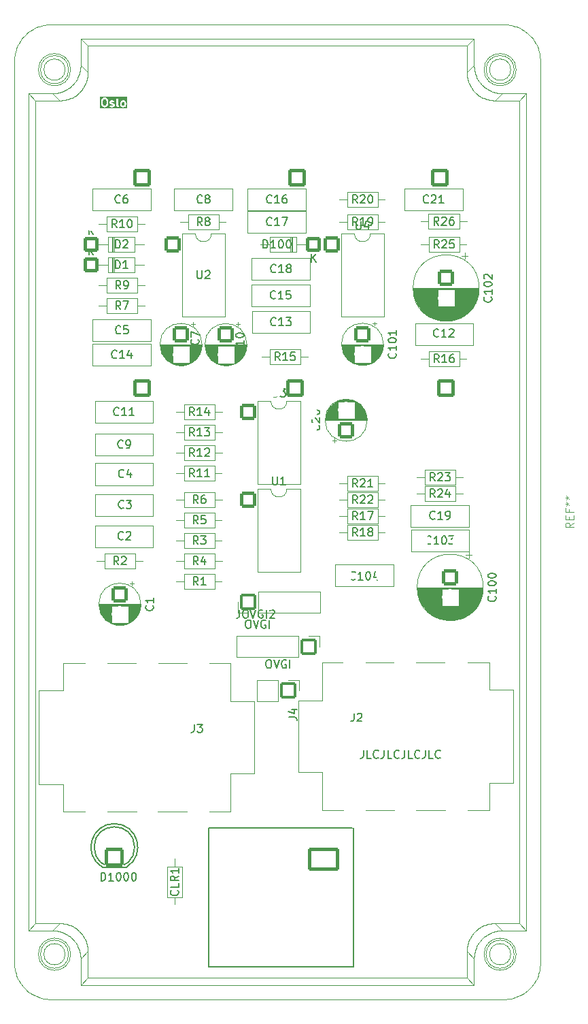
<source format=gbr>
%TF.GenerationSoftware,KiCad,Pcbnew,7.0.11-7.0.11~ubuntu22.04.1*%
%TF.CreationDate,2024-12-17T10:18:29+00:00*%
%TF.ProjectId,slo-tht,736c6f2d-7468-4742-9e6b-696361645f70,rev?*%
%TF.SameCoordinates,Original*%
%TF.FileFunction,Legend,Top*%
%TF.FilePolarity,Positive*%
%FSLAX46Y46*%
G04 Gerber Fmt 4.6, Leading zero omitted, Abs format (unit mm)*
G04 Created by KiCad (PCBNEW 7.0.11-7.0.11~ubuntu22.04.1) date 2024-12-17 10:18:29*
%MOMM*%
%LPD*%
G01*
G04 APERTURE LIST*
G04 Aperture macros list*
%AMRoundRect*
0 Rectangle with rounded corners*
0 $1 Rounding radius*
0 $2 $3 $4 $5 $6 $7 $8 $9 X,Y pos of 4 corners*
0 Add a 4 corners polygon primitive as box body*
4,1,4,$2,$3,$4,$5,$6,$7,$8,$9,$2,$3,0*
0 Add four circle primitives for the rounded corners*
1,1,$1+$1,$2,$3*
1,1,$1+$1,$4,$5*
1,1,$1+$1,$6,$7*
1,1,$1+$1,$8,$9*
0 Add four rect primitives between the rounded corners*
20,1,$1+$1,$2,$3,$4,$5,0*
20,1,$1+$1,$4,$5,$6,$7,0*
20,1,$1+$1,$6,$7,$8,$9,0*
20,1,$1+$1,$8,$9,$2,$3,0*%
G04 Aperture macros list end*
%ADD10C,0.150000*%
%ADD11C,0.200000*%
%ADD12C,0.100000*%
%ADD13C,0.090000*%
%ADD14C,0.120000*%
%ADD15O,3.500000X2.500000*%
%ADD16R,3.500000X2.500000*%
%ADD17C,1.900000*%
%ADD18R,2.000000X1.900000*%
%ADD19C,1.800000*%
%ADD20O,1.800000X1.800000*%
%ADD21RoundRect,0.200000X-0.800000X0.800000X-0.800000X-0.800000X0.800000X-0.800000X0.800000X0.800000X0*%
%ADD22C,2.000000*%
%ADD23O,1.900000X1.900000*%
%ADD24RoundRect,0.200000X0.750000X0.750000X-0.750000X0.750000X-0.750000X-0.750000X0.750000X-0.750000X0*%
%ADD25RoundRect,0.200000X0.800000X-0.800000X0.800000X0.800000X-0.800000X0.800000X-0.800000X-0.800000X0*%
%ADD26RoundRect,0.200000X-0.750000X-0.750000X0.750000X-0.750000X0.750000X0.750000X-0.750000X0.750000X0*%
%ADD27RoundRect,0.200000X-0.800000X-0.800000X0.800000X-0.800000X0.800000X0.800000X-0.800000X0.800000X0*%
%ADD28O,2.000000X2.000000*%
%ADD29O,3.900000X2.900000*%
%ADD30RoundRect,0.200000X1.750000X1.250000X-1.750000X1.250000X-1.750000X-1.250000X1.750000X-1.250000X0*%
%ADD31C,3.400000*%
%ADD32RoundRect,0.200000X-0.850000X0.850000X-0.850000X-0.850000X0.850000X-0.850000X0.850000X0.850000X0*%
%ADD33O,2.100000X2.100000*%
%ADD34RoundRect,0.200000X0.850000X-0.850000X0.850000X0.850000X-0.850000X0.850000X-0.850000X-0.850000X0*%
%ADD35C,2.300000*%
%ADD36RoundRect,0.200000X1.000000X0.950000X-1.000000X0.950000X-1.000000X-0.950000X1.000000X-0.950000X0*%
%ADD37RoundRect,0.200000X-0.900000X-0.900000X0.900000X-0.900000X0.900000X0.900000X-0.900000X0.900000X0*%
%ADD38C,2.200000*%
%ADD39O,3.600000X5.400000*%
G04 APERTURE END LIST*
D10*
X153518493Y-135177819D02*
X153518493Y-135892104D01*
X153518493Y-135892104D02*
X153470874Y-136034961D01*
X153470874Y-136034961D02*
X153375636Y-136130200D01*
X153375636Y-136130200D02*
X153232779Y-136177819D01*
X153232779Y-136177819D02*
X153137541Y-136177819D01*
X154470874Y-136177819D02*
X153994684Y-136177819D01*
X153994684Y-136177819D02*
X153994684Y-135177819D01*
X155375636Y-136082580D02*
X155328017Y-136130200D01*
X155328017Y-136130200D02*
X155185160Y-136177819D01*
X155185160Y-136177819D02*
X155089922Y-136177819D01*
X155089922Y-136177819D02*
X154947065Y-136130200D01*
X154947065Y-136130200D02*
X154851827Y-136034961D01*
X154851827Y-136034961D02*
X154804208Y-135939723D01*
X154804208Y-135939723D02*
X154756589Y-135749247D01*
X154756589Y-135749247D02*
X154756589Y-135606390D01*
X154756589Y-135606390D02*
X154804208Y-135415914D01*
X154804208Y-135415914D02*
X154851827Y-135320676D01*
X154851827Y-135320676D02*
X154947065Y-135225438D01*
X154947065Y-135225438D02*
X155089922Y-135177819D01*
X155089922Y-135177819D02*
X155185160Y-135177819D01*
X155185160Y-135177819D02*
X155328017Y-135225438D01*
X155328017Y-135225438D02*
X155375636Y-135273057D01*
X156089922Y-135177819D02*
X156089922Y-135892104D01*
X156089922Y-135892104D02*
X156042303Y-136034961D01*
X156042303Y-136034961D02*
X155947065Y-136130200D01*
X155947065Y-136130200D02*
X155804208Y-136177819D01*
X155804208Y-136177819D02*
X155708970Y-136177819D01*
X157042303Y-136177819D02*
X156566113Y-136177819D01*
X156566113Y-136177819D02*
X156566113Y-135177819D01*
X157947065Y-136082580D02*
X157899446Y-136130200D01*
X157899446Y-136130200D02*
X157756589Y-136177819D01*
X157756589Y-136177819D02*
X157661351Y-136177819D01*
X157661351Y-136177819D02*
X157518494Y-136130200D01*
X157518494Y-136130200D02*
X157423256Y-136034961D01*
X157423256Y-136034961D02*
X157375637Y-135939723D01*
X157375637Y-135939723D02*
X157328018Y-135749247D01*
X157328018Y-135749247D02*
X157328018Y-135606390D01*
X157328018Y-135606390D02*
X157375637Y-135415914D01*
X157375637Y-135415914D02*
X157423256Y-135320676D01*
X157423256Y-135320676D02*
X157518494Y-135225438D01*
X157518494Y-135225438D02*
X157661351Y-135177819D01*
X157661351Y-135177819D02*
X157756589Y-135177819D01*
X157756589Y-135177819D02*
X157899446Y-135225438D01*
X157899446Y-135225438D02*
X157947065Y-135273057D01*
X158661351Y-135177819D02*
X158661351Y-135892104D01*
X158661351Y-135892104D02*
X158613732Y-136034961D01*
X158613732Y-136034961D02*
X158518494Y-136130200D01*
X158518494Y-136130200D02*
X158375637Y-136177819D01*
X158375637Y-136177819D02*
X158280399Y-136177819D01*
X159613732Y-136177819D02*
X159137542Y-136177819D01*
X159137542Y-136177819D02*
X159137542Y-135177819D01*
X160518494Y-136082580D02*
X160470875Y-136130200D01*
X160470875Y-136130200D02*
X160328018Y-136177819D01*
X160328018Y-136177819D02*
X160232780Y-136177819D01*
X160232780Y-136177819D02*
X160089923Y-136130200D01*
X160089923Y-136130200D02*
X159994685Y-136034961D01*
X159994685Y-136034961D02*
X159947066Y-135939723D01*
X159947066Y-135939723D02*
X159899447Y-135749247D01*
X159899447Y-135749247D02*
X159899447Y-135606390D01*
X159899447Y-135606390D02*
X159947066Y-135415914D01*
X159947066Y-135415914D02*
X159994685Y-135320676D01*
X159994685Y-135320676D02*
X160089923Y-135225438D01*
X160089923Y-135225438D02*
X160232780Y-135177819D01*
X160232780Y-135177819D02*
X160328018Y-135177819D01*
X160328018Y-135177819D02*
X160470875Y-135225438D01*
X160470875Y-135225438D02*
X160518494Y-135273057D01*
X161232780Y-135177819D02*
X161232780Y-135892104D01*
X161232780Y-135892104D02*
X161185161Y-136034961D01*
X161185161Y-136034961D02*
X161089923Y-136130200D01*
X161089923Y-136130200D02*
X160947066Y-136177819D01*
X160947066Y-136177819D02*
X160851828Y-136177819D01*
X162185161Y-136177819D02*
X161708971Y-136177819D01*
X161708971Y-136177819D02*
X161708971Y-135177819D01*
X163089923Y-136082580D02*
X163042304Y-136130200D01*
X163042304Y-136130200D02*
X162899447Y-136177819D01*
X162899447Y-136177819D02*
X162804209Y-136177819D01*
X162804209Y-136177819D02*
X162661352Y-136130200D01*
X162661352Y-136130200D02*
X162566114Y-136034961D01*
X162566114Y-136034961D02*
X162518495Y-135939723D01*
X162518495Y-135939723D02*
X162470876Y-135749247D01*
X162470876Y-135749247D02*
X162470876Y-135606390D01*
X162470876Y-135606390D02*
X162518495Y-135415914D01*
X162518495Y-135415914D02*
X162566114Y-135320676D01*
X162566114Y-135320676D02*
X162661352Y-135225438D01*
X162661352Y-135225438D02*
X162804209Y-135177819D01*
X162804209Y-135177819D02*
X162899447Y-135177819D01*
X162899447Y-135177819D02*
X163042304Y-135225438D01*
X163042304Y-135225438D02*
X163089923Y-135273057D01*
D11*
G36*
X121424626Y-54251023D02*
G01*
X121488805Y-54315202D01*
X121526720Y-54466861D01*
X121526720Y-54775575D01*
X121488804Y-54927235D01*
X121424628Y-54991413D01*
X121365018Y-55021219D01*
X121221756Y-55021219D01*
X121162146Y-54991414D01*
X121097969Y-54927236D01*
X121060054Y-54775575D01*
X121060054Y-54466862D01*
X121097969Y-54315202D01*
X121162148Y-54251023D01*
X121221756Y-54221219D01*
X121365018Y-54221219D01*
X121424626Y-54251023D01*
G37*
G36*
X123710342Y-54584357D02*
G01*
X123735011Y-54609025D01*
X123764816Y-54668635D01*
X123764816Y-54907135D01*
X123735011Y-54966743D01*
X123710342Y-54991413D01*
X123650733Y-55021219D01*
X123555090Y-55021219D01*
X123495480Y-54991414D01*
X123470813Y-54966746D01*
X123441007Y-54907134D01*
X123441007Y-54668635D01*
X123470812Y-54609025D01*
X123495480Y-54584356D01*
X123555090Y-54554552D01*
X123650733Y-54554552D01*
X123710342Y-54584357D01*
G37*
G36*
X124107673Y-55364076D02*
G01*
X120717197Y-55364076D01*
X120717197Y-54787885D01*
X120860054Y-54787885D01*
X120863900Y-54799722D01*
X120863040Y-54812139D01*
X120910659Y-55002614D01*
X120924832Y-55025264D01*
X120936962Y-55049071D01*
X121032200Y-55144311D01*
X121046643Y-55151670D01*
X121058190Y-55163043D01*
X121153427Y-55210662D01*
X121176225Y-55214095D01*
X121198149Y-55221219D01*
X121388625Y-55221219D01*
X121410548Y-55214095D01*
X121433346Y-55210662D01*
X121528584Y-55163043D01*
X121540132Y-55151668D01*
X121554574Y-55144310D01*
X121649812Y-55049071D01*
X121661943Y-55025262D01*
X121676115Y-55002615D01*
X121723734Y-54812139D01*
X121722873Y-54799722D01*
X121726720Y-54787885D01*
X121726720Y-54645028D01*
X121907673Y-54645028D01*
X121914796Y-54666951D01*
X121918230Y-54689749D01*
X121965849Y-54784987D01*
X121966407Y-54785553D01*
X121966538Y-54786340D01*
X121988040Y-54807517D01*
X122009218Y-54829020D01*
X122010004Y-54829150D01*
X122010571Y-54829709D01*
X122105808Y-54877328D01*
X122128606Y-54880761D01*
X122150530Y-54887885D01*
X122269780Y-54887885D01*
X122314089Y-54910040D01*
X122336244Y-54954349D01*
X122336244Y-54954754D01*
X122314089Y-54999063D01*
X122269780Y-55021219D01*
X122126518Y-55021219D01*
X122052394Y-54984157D01*
X121991280Y-54974952D01*
X121936427Y-55003428D01*
X121908788Y-55058707D01*
X121918919Y-55119674D01*
X121962952Y-55163043D01*
X122058189Y-55210662D01*
X122080987Y-55214095D01*
X122102911Y-55221219D01*
X122293387Y-55221219D01*
X122315310Y-55214095D01*
X122338108Y-55210662D01*
X122433346Y-55163043D01*
X122433912Y-55162484D01*
X122434700Y-55162354D01*
X122455893Y-55140835D01*
X122477379Y-55119674D01*
X122477509Y-55118887D01*
X122478068Y-55118321D01*
X122525687Y-55023082D01*
X122529120Y-55000284D01*
X122536244Y-54978361D01*
X122764816Y-54978361D01*
X122771939Y-55000284D01*
X122775373Y-55023082D01*
X122822992Y-55118321D01*
X122823550Y-55118887D01*
X122823681Y-55119674D01*
X122845166Y-55140835D01*
X122866360Y-55162354D01*
X122867147Y-55162484D01*
X122867714Y-55163043D01*
X122962951Y-55210662D01*
X123024066Y-55219867D01*
X123078918Y-55191391D01*
X123106558Y-55136112D01*
X123096427Y-55075145D01*
X123052394Y-55031776D01*
X122986970Y-54999064D01*
X122964816Y-54954754D01*
X122964816Y-54930742D01*
X123241007Y-54930742D01*
X123248130Y-54952665D01*
X123251564Y-54975463D01*
X123299183Y-55070701D01*
X123310556Y-55082248D01*
X123317915Y-55096690D01*
X123365533Y-55144310D01*
X123379976Y-55151669D01*
X123391524Y-55163043D01*
X123486761Y-55210662D01*
X123509559Y-55214095D01*
X123531483Y-55221219D01*
X123674340Y-55221219D01*
X123696263Y-55214095D01*
X123719061Y-55210662D01*
X123814299Y-55163043D01*
X123825847Y-55151668D01*
X123840289Y-55144310D01*
X123887908Y-55096690D01*
X123895265Y-55082249D01*
X123906640Y-55070701D01*
X123954259Y-54975464D01*
X123957692Y-54952665D01*
X123964816Y-54930742D01*
X123964816Y-54645028D01*
X123957692Y-54623104D01*
X123954259Y-54600306D01*
X123906640Y-54505069D01*
X123895265Y-54493520D01*
X123887907Y-54479079D01*
X123840289Y-54431460D01*
X123825846Y-54424101D01*
X123814299Y-54412728D01*
X123719061Y-54365109D01*
X123696263Y-54361675D01*
X123674340Y-54354552D01*
X123531483Y-54354552D01*
X123509559Y-54361675D01*
X123486761Y-54365109D01*
X123391524Y-54412728D01*
X123379975Y-54424102D01*
X123365534Y-54431461D01*
X123317915Y-54479079D01*
X123310556Y-54493521D01*
X123299183Y-54505069D01*
X123251564Y-54600307D01*
X123248130Y-54623104D01*
X123241007Y-54645028D01*
X123241007Y-54930742D01*
X122964816Y-54930742D01*
X122964816Y-54121219D01*
X122945718Y-54062440D01*
X122895718Y-54026113D01*
X122833914Y-54026113D01*
X122783914Y-54062440D01*
X122764816Y-54121219D01*
X122764816Y-54978361D01*
X122536244Y-54978361D01*
X122536244Y-54930742D01*
X122529120Y-54908818D01*
X122525687Y-54886020D01*
X122478068Y-54790783D01*
X122477509Y-54790216D01*
X122477379Y-54789430D01*
X122455876Y-54768252D01*
X122434699Y-54746750D01*
X122433912Y-54746619D01*
X122433346Y-54746061D01*
X122338108Y-54698442D01*
X122315310Y-54695008D01*
X122293387Y-54687885D01*
X122174137Y-54687885D01*
X122129828Y-54665730D01*
X122107673Y-54621420D01*
X122107673Y-54621016D01*
X122129828Y-54576706D01*
X122174137Y-54554552D01*
X122269780Y-54554552D01*
X122343903Y-54591614D01*
X122405018Y-54600819D01*
X122459870Y-54572343D01*
X122487510Y-54517064D01*
X122477379Y-54456097D01*
X122433346Y-54412728D01*
X122338108Y-54365109D01*
X122315310Y-54361675D01*
X122293387Y-54354552D01*
X122150530Y-54354552D01*
X122128606Y-54361675D01*
X122105808Y-54365109D01*
X122010571Y-54412728D01*
X122010004Y-54413286D01*
X122009218Y-54413417D01*
X121988040Y-54434919D01*
X121966538Y-54456097D01*
X121966407Y-54456883D01*
X121965849Y-54457450D01*
X121918230Y-54552688D01*
X121914796Y-54575485D01*
X121907673Y-54597409D01*
X121907673Y-54645028D01*
X121726720Y-54645028D01*
X121726720Y-54454552D01*
X121722873Y-54442714D01*
X121723734Y-54430298D01*
X121676115Y-54239822D01*
X121661942Y-54217173D01*
X121649812Y-54193365D01*
X121554574Y-54098127D01*
X121540131Y-54090768D01*
X121528584Y-54079395D01*
X121433346Y-54031776D01*
X121410548Y-54028342D01*
X121388625Y-54021219D01*
X121198149Y-54021219D01*
X121176225Y-54028342D01*
X121153427Y-54031776D01*
X121058190Y-54079395D01*
X121046642Y-54090768D01*
X121032200Y-54098127D01*
X120936962Y-54193365D01*
X120924830Y-54217174D01*
X120910659Y-54239823D01*
X120863040Y-54430298D01*
X120863900Y-54442714D01*
X120860054Y-54454552D01*
X120860054Y-54787885D01*
X120717197Y-54787885D01*
X120717197Y-53878362D01*
X124107673Y-53878362D01*
X124107673Y-55364076D01*
G37*
D12*
X179677419Y-106879333D02*
X179201228Y-107212666D01*
X179677419Y-107450761D02*
X178677419Y-107450761D01*
X178677419Y-107450761D02*
X178677419Y-107069809D01*
X178677419Y-107069809D02*
X178725038Y-106974571D01*
X178725038Y-106974571D02*
X178772657Y-106926952D01*
X178772657Y-106926952D02*
X178867895Y-106879333D01*
X178867895Y-106879333D02*
X179010752Y-106879333D01*
X179010752Y-106879333D02*
X179105990Y-106926952D01*
X179105990Y-106926952D02*
X179153609Y-106974571D01*
X179153609Y-106974571D02*
X179201228Y-107069809D01*
X179201228Y-107069809D02*
X179201228Y-107450761D01*
X179153609Y-106450761D02*
X179153609Y-106117428D01*
X179677419Y-105974571D02*
X179677419Y-106450761D01*
X179677419Y-106450761D02*
X178677419Y-106450761D01*
X178677419Y-106450761D02*
X178677419Y-105974571D01*
X179153609Y-105212666D02*
X179153609Y-105545999D01*
X179677419Y-105545999D02*
X178677419Y-105545999D01*
X178677419Y-105545999D02*
X178677419Y-105069809D01*
X178677419Y-104545999D02*
X178915514Y-104545999D01*
X178820276Y-104784094D02*
X178915514Y-104545999D01*
X178915514Y-104545999D02*
X178820276Y-104307904D01*
X179105990Y-104688856D02*
X178915514Y-104545999D01*
X178915514Y-104545999D02*
X179105990Y-104403142D01*
X178677419Y-103784094D02*
X178915514Y-103784094D01*
X178820276Y-104022189D02*
X178915514Y-103784094D01*
X178915514Y-103784094D02*
X178820276Y-103545999D01*
X179105990Y-103926951D02*
X178915514Y-103784094D01*
X178915514Y-103784094D02*
X179105990Y-103641237D01*
D10*
X130395580Y-152619428D02*
X130443200Y-152667047D01*
X130443200Y-152667047D02*
X130490819Y-152809904D01*
X130490819Y-152809904D02*
X130490819Y-152905142D01*
X130490819Y-152905142D02*
X130443200Y-153047999D01*
X130443200Y-153047999D02*
X130347961Y-153143237D01*
X130347961Y-153143237D02*
X130252723Y-153190856D01*
X130252723Y-153190856D02*
X130062247Y-153238475D01*
X130062247Y-153238475D02*
X129919390Y-153238475D01*
X129919390Y-153238475D02*
X129728914Y-153190856D01*
X129728914Y-153190856D02*
X129633676Y-153143237D01*
X129633676Y-153143237D02*
X129538438Y-153047999D01*
X129538438Y-153047999D02*
X129490819Y-152905142D01*
X129490819Y-152905142D02*
X129490819Y-152809904D01*
X129490819Y-152809904D02*
X129538438Y-152667047D01*
X129538438Y-152667047D02*
X129586057Y-152619428D01*
X130490819Y-151714666D02*
X130490819Y-152190856D01*
X130490819Y-152190856D02*
X129490819Y-152190856D01*
X130490819Y-150809904D02*
X130014628Y-151143237D01*
X130490819Y-151381332D02*
X129490819Y-151381332D01*
X129490819Y-151381332D02*
X129490819Y-151000380D01*
X129490819Y-151000380D02*
X129538438Y-150905142D01*
X129538438Y-150905142D02*
X129586057Y-150857523D01*
X129586057Y-150857523D02*
X129681295Y-150809904D01*
X129681295Y-150809904D02*
X129824152Y-150809904D01*
X129824152Y-150809904D02*
X129919390Y-150857523D01*
X129919390Y-150857523D02*
X129967009Y-150905142D01*
X129967009Y-150905142D02*
X130014628Y-151000380D01*
X130014628Y-151000380D02*
X130014628Y-151381332D01*
X130490819Y-149857523D02*
X130490819Y-150428951D01*
X130490819Y-150143237D02*
X129490819Y-150143237D01*
X129490819Y-150143237D02*
X129633676Y-150238475D01*
X129633676Y-150238475D02*
X129728914Y-150333713D01*
X129728914Y-150333713D02*
X129776533Y-150428951D01*
X132917333Y-114636819D02*
X132584000Y-114160628D01*
X132345905Y-114636819D02*
X132345905Y-113636819D01*
X132345905Y-113636819D02*
X132726857Y-113636819D01*
X132726857Y-113636819D02*
X132822095Y-113684438D01*
X132822095Y-113684438D02*
X132869714Y-113732057D01*
X132869714Y-113732057D02*
X132917333Y-113827295D01*
X132917333Y-113827295D02*
X132917333Y-113970152D01*
X132917333Y-113970152D02*
X132869714Y-114065390D01*
X132869714Y-114065390D02*
X132822095Y-114113009D01*
X132822095Y-114113009D02*
X132726857Y-114160628D01*
X132726857Y-114160628D02*
X132345905Y-114160628D01*
X133869714Y-114636819D02*
X133298286Y-114636819D01*
X133584000Y-114636819D02*
X133584000Y-113636819D01*
X133584000Y-113636819D02*
X133488762Y-113779676D01*
X133488762Y-113779676D02*
X133393524Y-113874914D01*
X133393524Y-113874914D02*
X133298286Y-113922533D01*
X123011333Y-112096819D02*
X122678000Y-111620628D01*
X122439905Y-112096819D02*
X122439905Y-111096819D01*
X122439905Y-111096819D02*
X122820857Y-111096819D01*
X122820857Y-111096819D02*
X122916095Y-111144438D01*
X122916095Y-111144438D02*
X122963714Y-111192057D01*
X122963714Y-111192057D02*
X123011333Y-111287295D01*
X123011333Y-111287295D02*
X123011333Y-111430152D01*
X123011333Y-111430152D02*
X122963714Y-111525390D01*
X122963714Y-111525390D02*
X122916095Y-111573009D01*
X122916095Y-111573009D02*
X122820857Y-111620628D01*
X122820857Y-111620628D02*
X122439905Y-111620628D01*
X123392286Y-111192057D02*
X123439905Y-111144438D01*
X123439905Y-111144438D02*
X123535143Y-111096819D01*
X123535143Y-111096819D02*
X123773238Y-111096819D01*
X123773238Y-111096819D02*
X123868476Y-111144438D01*
X123868476Y-111144438D02*
X123916095Y-111192057D01*
X123916095Y-111192057D02*
X123963714Y-111287295D01*
X123963714Y-111287295D02*
X123963714Y-111382533D01*
X123963714Y-111382533D02*
X123916095Y-111525390D01*
X123916095Y-111525390D02*
X123344667Y-112096819D01*
X123344667Y-112096819D02*
X123963714Y-112096819D01*
X132917333Y-109556819D02*
X132584000Y-109080628D01*
X132345905Y-109556819D02*
X132345905Y-108556819D01*
X132345905Y-108556819D02*
X132726857Y-108556819D01*
X132726857Y-108556819D02*
X132822095Y-108604438D01*
X132822095Y-108604438D02*
X132869714Y-108652057D01*
X132869714Y-108652057D02*
X132917333Y-108747295D01*
X132917333Y-108747295D02*
X132917333Y-108890152D01*
X132917333Y-108890152D02*
X132869714Y-108985390D01*
X132869714Y-108985390D02*
X132822095Y-109033009D01*
X132822095Y-109033009D02*
X132726857Y-109080628D01*
X132726857Y-109080628D02*
X132345905Y-109080628D01*
X133250667Y-108556819D02*
X133869714Y-108556819D01*
X133869714Y-108556819D02*
X133536381Y-108937771D01*
X133536381Y-108937771D02*
X133679238Y-108937771D01*
X133679238Y-108937771D02*
X133774476Y-108985390D01*
X133774476Y-108985390D02*
X133822095Y-109033009D01*
X133822095Y-109033009D02*
X133869714Y-109128247D01*
X133869714Y-109128247D02*
X133869714Y-109366342D01*
X133869714Y-109366342D02*
X133822095Y-109461580D01*
X133822095Y-109461580D02*
X133774476Y-109509200D01*
X133774476Y-109509200D02*
X133679238Y-109556819D01*
X133679238Y-109556819D02*
X133393524Y-109556819D01*
X133393524Y-109556819D02*
X133298286Y-109509200D01*
X133298286Y-109509200D02*
X133250667Y-109461580D01*
X132917333Y-112096819D02*
X132584000Y-111620628D01*
X132345905Y-112096819D02*
X132345905Y-111096819D01*
X132345905Y-111096819D02*
X132726857Y-111096819D01*
X132726857Y-111096819D02*
X132822095Y-111144438D01*
X132822095Y-111144438D02*
X132869714Y-111192057D01*
X132869714Y-111192057D02*
X132917333Y-111287295D01*
X132917333Y-111287295D02*
X132917333Y-111430152D01*
X132917333Y-111430152D02*
X132869714Y-111525390D01*
X132869714Y-111525390D02*
X132822095Y-111573009D01*
X132822095Y-111573009D02*
X132726857Y-111620628D01*
X132726857Y-111620628D02*
X132345905Y-111620628D01*
X133774476Y-111430152D02*
X133774476Y-112096819D01*
X133536381Y-111049200D02*
X133298286Y-111763485D01*
X133298286Y-111763485D02*
X133917333Y-111763485D01*
X132917333Y-107016819D02*
X132584000Y-106540628D01*
X132345905Y-107016819D02*
X132345905Y-106016819D01*
X132345905Y-106016819D02*
X132726857Y-106016819D01*
X132726857Y-106016819D02*
X132822095Y-106064438D01*
X132822095Y-106064438D02*
X132869714Y-106112057D01*
X132869714Y-106112057D02*
X132917333Y-106207295D01*
X132917333Y-106207295D02*
X132917333Y-106350152D01*
X132917333Y-106350152D02*
X132869714Y-106445390D01*
X132869714Y-106445390D02*
X132822095Y-106493009D01*
X132822095Y-106493009D02*
X132726857Y-106540628D01*
X132726857Y-106540628D02*
X132345905Y-106540628D01*
X133822095Y-106016819D02*
X133345905Y-106016819D01*
X133345905Y-106016819D02*
X133298286Y-106493009D01*
X133298286Y-106493009D02*
X133345905Y-106445390D01*
X133345905Y-106445390D02*
X133441143Y-106397771D01*
X133441143Y-106397771D02*
X133679238Y-106397771D01*
X133679238Y-106397771D02*
X133774476Y-106445390D01*
X133774476Y-106445390D02*
X133822095Y-106493009D01*
X133822095Y-106493009D02*
X133869714Y-106588247D01*
X133869714Y-106588247D02*
X133869714Y-106826342D01*
X133869714Y-106826342D02*
X133822095Y-106921580D01*
X133822095Y-106921580D02*
X133774476Y-106969200D01*
X133774476Y-106969200D02*
X133679238Y-107016819D01*
X133679238Y-107016819D02*
X133441143Y-107016819D01*
X133441143Y-107016819D02*
X133345905Y-106969200D01*
X133345905Y-106969200D02*
X133298286Y-106921580D01*
X132917333Y-104476819D02*
X132584000Y-104000628D01*
X132345905Y-104476819D02*
X132345905Y-103476819D01*
X132345905Y-103476819D02*
X132726857Y-103476819D01*
X132726857Y-103476819D02*
X132822095Y-103524438D01*
X132822095Y-103524438D02*
X132869714Y-103572057D01*
X132869714Y-103572057D02*
X132917333Y-103667295D01*
X132917333Y-103667295D02*
X132917333Y-103810152D01*
X132917333Y-103810152D02*
X132869714Y-103905390D01*
X132869714Y-103905390D02*
X132822095Y-103953009D01*
X132822095Y-103953009D02*
X132726857Y-104000628D01*
X132726857Y-104000628D02*
X132345905Y-104000628D01*
X133774476Y-103476819D02*
X133584000Y-103476819D01*
X133584000Y-103476819D02*
X133488762Y-103524438D01*
X133488762Y-103524438D02*
X133441143Y-103572057D01*
X133441143Y-103572057D02*
X133345905Y-103714914D01*
X133345905Y-103714914D02*
X133298286Y-103905390D01*
X133298286Y-103905390D02*
X133298286Y-104286342D01*
X133298286Y-104286342D02*
X133345905Y-104381580D01*
X133345905Y-104381580D02*
X133393524Y-104429200D01*
X133393524Y-104429200D02*
X133488762Y-104476819D01*
X133488762Y-104476819D02*
X133679238Y-104476819D01*
X133679238Y-104476819D02*
X133774476Y-104429200D01*
X133774476Y-104429200D02*
X133822095Y-104381580D01*
X133822095Y-104381580D02*
X133869714Y-104286342D01*
X133869714Y-104286342D02*
X133869714Y-104048247D01*
X133869714Y-104048247D02*
X133822095Y-103953009D01*
X133822095Y-103953009D02*
X133774476Y-103905390D01*
X133774476Y-103905390D02*
X133679238Y-103857771D01*
X133679238Y-103857771D02*
X133488762Y-103857771D01*
X133488762Y-103857771D02*
X133393524Y-103905390D01*
X133393524Y-103905390D02*
X133345905Y-103953009D01*
X133345905Y-103953009D02*
X133298286Y-104048247D01*
X123265333Y-80346819D02*
X122932000Y-79870628D01*
X122693905Y-80346819D02*
X122693905Y-79346819D01*
X122693905Y-79346819D02*
X123074857Y-79346819D01*
X123074857Y-79346819D02*
X123170095Y-79394438D01*
X123170095Y-79394438D02*
X123217714Y-79442057D01*
X123217714Y-79442057D02*
X123265333Y-79537295D01*
X123265333Y-79537295D02*
X123265333Y-79680152D01*
X123265333Y-79680152D02*
X123217714Y-79775390D01*
X123217714Y-79775390D02*
X123170095Y-79823009D01*
X123170095Y-79823009D02*
X123074857Y-79870628D01*
X123074857Y-79870628D02*
X122693905Y-79870628D01*
X123598667Y-79346819D02*
X124265333Y-79346819D01*
X124265333Y-79346819D02*
X123836762Y-80346819D01*
X123265333Y-77806819D02*
X122932000Y-77330628D01*
X122693905Y-77806819D02*
X122693905Y-76806819D01*
X122693905Y-76806819D02*
X123074857Y-76806819D01*
X123074857Y-76806819D02*
X123170095Y-76854438D01*
X123170095Y-76854438D02*
X123217714Y-76902057D01*
X123217714Y-76902057D02*
X123265333Y-76997295D01*
X123265333Y-76997295D02*
X123265333Y-77140152D01*
X123265333Y-77140152D02*
X123217714Y-77235390D01*
X123217714Y-77235390D02*
X123170095Y-77283009D01*
X123170095Y-77283009D02*
X123074857Y-77330628D01*
X123074857Y-77330628D02*
X122693905Y-77330628D01*
X123741524Y-77806819D02*
X123932000Y-77806819D01*
X123932000Y-77806819D02*
X124027238Y-77759200D01*
X124027238Y-77759200D02*
X124074857Y-77711580D01*
X124074857Y-77711580D02*
X124170095Y-77568723D01*
X124170095Y-77568723D02*
X124217714Y-77378247D01*
X124217714Y-77378247D02*
X124217714Y-76997295D01*
X124217714Y-76997295D02*
X124170095Y-76902057D01*
X124170095Y-76902057D02*
X124122476Y-76854438D01*
X124122476Y-76854438D02*
X124027238Y-76806819D01*
X124027238Y-76806819D02*
X123836762Y-76806819D01*
X123836762Y-76806819D02*
X123741524Y-76854438D01*
X123741524Y-76854438D02*
X123693905Y-76902057D01*
X123693905Y-76902057D02*
X123646286Y-76997295D01*
X123646286Y-76997295D02*
X123646286Y-77235390D01*
X123646286Y-77235390D02*
X123693905Y-77330628D01*
X123693905Y-77330628D02*
X123741524Y-77378247D01*
X123741524Y-77378247D02*
X123836762Y-77425866D01*
X123836762Y-77425866D02*
X124027238Y-77425866D01*
X124027238Y-77425866D02*
X124122476Y-77378247D01*
X124122476Y-77378247D02*
X124170095Y-77330628D01*
X124170095Y-77330628D02*
X124217714Y-77235390D01*
X122789142Y-70186819D02*
X122455809Y-69710628D01*
X122217714Y-70186819D02*
X122217714Y-69186819D01*
X122217714Y-69186819D02*
X122598666Y-69186819D01*
X122598666Y-69186819D02*
X122693904Y-69234438D01*
X122693904Y-69234438D02*
X122741523Y-69282057D01*
X122741523Y-69282057D02*
X122789142Y-69377295D01*
X122789142Y-69377295D02*
X122789142Y-69520152D01*
X122789142Y-69520152D02*
X122741523Y-69615390D01*
X122741523Y-69615390D02*
X122693904Y-69663009D01*
X122693904Y-69663009D02*
X122598666Y-69710628D01*
X122598666Y-69710628D02*
X122217714Y-69710628D01*
X123741523Y-70186819D02*
X123170095Y-70186819D01*
X123455809Y-70186819D02*
X123455809Y-69186819D01*
X123455809Y-69186819D02*
X123360571Y-69329676D01*
X123360571Y-69329676D02*
X123265333Y-69424914D01*
X123265333Y-69424914D02*
X123170095Y-69472533D01*
X124360571Y-69186819D02*
X124455809Y-69186819D01*
X124455809Y-69186819D02*
X124551047Y-69234438D01*
X124551047Y-69234438D02*
X124598666Y-69282057D01*
X124598666Y-69282057D02*
X124646285Y-69377295D01*
X124646285Y-69377295D02*
X124693904Y-69567771D01*
X124693904Y-69567771D02*
X124693904Y-69805866D01*
X124693904Y-69805866D02*
X124646285Y-69996342D01*
X124646285Y-69996342D02*
X124598666Y-70091580D01*
X124598666Y-70091580D02*
X124551047Y-70139200D01*
X124551047Y-70139200D02*
X124455809Y-70186819D01*
X124455809Y-70186819D02*
X124360571Y-70186819D01*
X124360571Y-70186819D02*
X124265333Y-70139200D01*
X124265333Y-70139200D02*
X124217714Y-70091580D01*
X124217714Y-70091580D02*
X124170095Y-69996342D01*
X124170095Y-69996342D02*
X124122476Y-69805866D01*
X124122476Y-69805866D02*
X124122476Y-69567771D01*
X124122476Y-69567771D02*
X124170095Y-69377295D01*
X124170095Y-69377295D02*
X124217714Y-69282057D01*
X124217714Y-69282057D02*
X124265333Y-69234438D01*
X124265333Y-69234438D02*
X124360571Y-69186819D01*
X132441142Y-101174819D02*
X132107809Y-100698628D01*
X131869714Y-101174819D02*
X131869714Y-100174819D01*
X131869714Y-100174819D02*
X132250666Y-100174819D01*
X132250666Y-100174819D02*
X132345904Y-100222438D01*
X132345904Y-100222438D02*
X132393523Y-100270057D01*
X132393523Y-100270057D02*
X132441142Y-100365295D01*
X132441142Y-100365295D02*
X132441142Y-100508152D01*
X132441142Y-100508152D02*
X132393523Y-100603390D01*
X132393523Y-100603390D02*
X132345904Y-100651009D01*
X132345904Y-100651009D02*
X132250666Y-100698628D01*
X132250666Y-100698628D02*
X131869714Y-100698628D01*
X133393523Y-101174819D02*
X132822095Y-101174819D01*
X133107809Y-101174819D02*
X133107809Y-100174819D01*
X133107809Y-100174819D02*
X133012571Y-100317676D01*
X133012571Y-100317676D02*
X132917333Y-100412914D01*
X132917333Y-100412914D02*
X132822095Y-100460533D01*
X134345904Y-101174819D02*
X133774476Y-101174819D01*
X134060190Y-101174819D02*
X134060190Y-100174819D01*
X134060190Y-100174819D02*
X133964952Y-100317676D01*
X133964952Y-100317676D02*
X133869714Y-100412914D01*
X133869714Y-100412914D02*
X133774476Y-100460533D01*
X132441142Y-98634819D02*
X132107809Y-98158628D01*
X131869714Y-98634819D02*
X131869714Y-97634819D01*
X131869714Y-97634819D02*
X132250666Y-97634819D01*
X132250666Y-97634819D02*
X132345904Y-97682438D01*
X132345904Y-97682438D02*
X132393523Y-97730057D01*
X132393523Y-97730057D02*
X132441142Y-97825295D01*
X132441142Y-97825295D02*
X132441142Y-97968152D01*
X132441142Y-97968152D02*
X132393523Y-98063390D01*
X132393523Y-98063390D02*
X132345904Y-98111009D01*
X132345904Y-98111009D02*
X132250666Y-98158628D01*
X132250666Y-98158628D02*
X131869714Y-98158628D01*
X133393523Y-98634819D02*
X132822095Y-98634819D01*
X133107809Y-98634819D02*
X133107809Y-97634819D01*
X133107809Y-97634819D02*
X133012571Y-97777676D01*
X133012571Y-97777676D02*
X132917333Y-97872914D01*
X132917333Y-97872914D02*
X132822095Y-97920533D01*
X133774476Y-97730057D02*
X133822095Y-97682438D01*
X133822095Y-97682438D02*
X133917333Y-97634819D01*
X133917333Y-97634819D02*
X134155428Y-97634819D01*
X134155428Y-97634819D02*
X134250666Y-97682438D01*
X134250666Y-97682438D02*
X134298285Y-97730057D01*
X134298285Y-97730057D02*
X134345904Y-97825295D01*
X134345904Y-97825295D02*
X134345904Y-97920533D01*
X134345904Y-97920533D02*
X134298285Y-98063390D01*
X134298285Y-98063390D02*
X133726857Y-98634819D01*
X133726857Y-98634819D02*
X134345904Y-98634819D01*
X132441142Y-96094819D02*
X132107809Y-95618628D01*
X131869714Y-96094819D02*
X131869714Y-95094819D01*
X131869714Y-95094819D02*
X132250666Y-95094819D01*
X132250666Y-95094819D02*
X132345904Y-95142438D01*
X132345904Y-95142438D02*
X132393523Y-95190057D01*
X132393523Y-95190057D02*
X132441142Y-95285295D01*
X132441142Y-95285295D02*
X132441142Y-95428152D01*
X132441142Y-95428152D02*
X132393523Y-95523390D01*
X132393523Y-95523390D02*
X132345904Y-95571009D01*
X132345904Y-95571009D02*
X132250666Y-95618628D01*
X132250666Y-95618628D02*
X131869714Y-95618628D01*
X133393523Y-96094819D02*
X132822095Y-96094819D01*
X133107809Y-96094819D02*
X133107809Y-95094819D01*
X133107809Y-95094819D02*
X133012571Y-95237676D01*
X133012571Y-95237676D02*
X132917333Y-95332914D01*
X132917333Y-95332914D02*
X132822095Y-95380533D01*
X133726857Y-95094819D02*
X134345904Y-95094819D01*
X134345904Y-95094819D02*
X134012571Y-95475771D01*
X134012571Y-95475771D02*
X134155428Y-95475771D01*
X134155428Y-95475771D02*
X134250666Y-95523390D01*
X134250666Y-95523390D02*
X134298285Y-95571009D01*
X134298285Y-95571009D02*
X134345904Y-95666247D01*
X134345904Y-95666247D02*
X134345904Y-95904342D01*
X134345904Y-95904342D02*
X134298285Y-95999580D01*
X134298285Y-95999580D02*
X134250666Y-96047200D01*
X134250666Y-96047200D02*
X134155428Y-96094819D01*
X134155428Y-96094819D02*
X133869714Y-96094819D01*
X133869714Y-96094819D02*
X133774476Y-96047200D01*
X133774476Y-96047200D02*
X133726857Y-95999580D01*
X132441142Y-93554819D02*
X132107809Y-93078628D01*
X131869714Y-93554819D02*
X131869714Y-92554819D01*
X131869714Y-92554819D02*
X132250666Y-92554819D01*
X132250666Y-92554819D02*
X132345904Y-92602438D01*
X132345904Y-92602438D02*
X132393523Y-92650057D01*
X132393523Y-92650057D02*
X132441142Y-92745295D01*
X132441142Y-92745295D02*
X132441142Y-92888152D01*
X132441142Y-92888152D02*
X132393523Y-92983390D01*
X132393523Y-92983390D02*
X132345904Y-93031009D01*
X132345904Y-93031009D02*
X132250666Y-93078628D01*
X132250666Y-93078628D02*
X131869714Y-93078628D01*
X133393523Y-93554819D02*
X132822095Y-93554819D01*
X133107809Y-93554819D02*
X133107809Y-92554819D01*
X133107809Y-92554819D02*
X133012571Y-92697676D01*
X133012571Y-92697676D02*
X132917333Y-92792914D01*
X132917333Y-92792914D02*
X132822095Y-92840533D01*
X134250666Y-92888152D02*
X134250666Y-93554819D01*
X134012571Y-92507200D02*
X133774476Y-93221485D01*
X133774476Y-93221485D02*
X134393523Y-93221485D01*
X143109142Y-86696819D02*
X142775809Y-86220628D01*
X142537714Y-86696819D02*
X142537714Y-85696819D01*
X142537714Y-85696819D02*
X142918666Y-85696819D01*
X142918666Y-85696819D02*
X143013904Y-85744438D01*
X143013904Y-85744438D02*
X143061523Y-85792057D01*
X143061523Y-85792057D02*
X143109142Y-85887295D01*
X143109142Y-85887295D02*
X143109142Y-86030152D01*
X143109142Y-86030152D02*
X143061523Y-86125390D01*
X143061523Y-86125390D02*
X143013904Y-86173009D01*
X143013904Y-86173009D02*
X142918666Y-86220628D01*
X142918666Y-86220628D02*
X142537714Y-86220628D01*
X144061523Y-86696819D02*
X143490095Y-86696819D01*
X143775809Y-86696819D02*
X143775809Y-85696819D01*
X143775809Y-85696819D02*
X143680571Y-85839676D01*
X143680571Y-85839676D02*
X143585333Y-85934914D01*
X143585333Y-85934914D02*
X143490095Y-85982533D01*
X144966285Y-85696819D02*
X144490095Y-85696819D01*
X144490095Y-85696819D02*
X144442476Y-86173009D01*
X144442476Y-86173009D02*
X144490095Y-86125390D01*
X144490095Y-86125390D02*
X144585333Y-86077771D01*
X144585333Y-86077771D02*
X144823428Y-86077771D01*
X144823428Y-86077771D02*
X144918666Y-86125390D01*
X144918666Y-86125390D02*
X144966285Y-86173009D01*
X144966285Y-86173009D02*
X145013904Y-86268247D01*
X145013904Y-86268247D02*
X145013904Y-86506342D01*
X145013904Y-86506342D02*
X144966285Y-86601580D01*
X144966285Y-86601580D02*
X144918666Y-86649200D01*
X144918666Y-86649200D02*
X144823428Y-86696819D01*
X144823428Y-86696819D02*
X144585333Y-86696819D01*
X144585333Y-86696819D02*
X144490095Y-86649200D01*
X144490095Y-86649200D02*
X144442476Y-86601580D01*
X162921142Y-86950819D02*
X162587809Y-86474628D01*
X162349714Y-86950819D02*
X162349714Y-85950819D01*
X162349714Y-85950819D02*
X162730666Y-85950819D01*
X162730666Y-85950819D02*
X162825904Y-85998438D01*
X162825904Y-85998438D02*
X162873523Y-86046057D01*
X162873523Y-86046057D02*
X162921142Y-86141295D01*
X162921142Y-86141295D02*
X162921142Y-86284152D01*
X162921142Y-86284152D02*
X162873523Y-86379390D01*
X162873523Y-86379390D02*
X162825904Y-86427009D01*
X162825904Y-86427009D02*
X162730666Y-86474628D01*
X162730666Y-86474628D02*
X162349714Y-86474628D01*
X163873523Y-86950819D02*
X163302095Y-86950819D01*
X163587809Y-86950819D02*
X163587809Y-85950819D01*
X163587809Y-85950819D02*
X163492571Y-86093676D01*
X163492571Y-86093676D02*
X163397333Y-86188914D01*
X163397333Y-86188914D02*
X163302095Y-86236533D01*
X164730666Y-85950819D02*
X164540190Y-85950819D01*
X164540190Y-85950819D02*
X164444952Y-85998438D01*
X164444952Y-85998438D02*
X164397333Y-86046057D01*
X164397333Y-86046057D02*
X164302095Y-86188914D01*
X164302095Y-86188914D02*
X164254476Y-86379390D01*
X164254476Y-86379390D02*
X164254476Y-86760342D01*
X164254476Y-86760342D02*
X164302095Y-86855580D01*
X164302095Y-86855580D02*
X164349714Y-86903200D01*
X164349714Y-86903200D02*
X164444952Y-86950819D01*
X164444952Y-86950819D02*
X164635428Y-86950819D01*
X164635428Y-86950819D02*
X164730666Y-86903200D01*
X164730666Y-86903200D02*
X164778285Y-86855580D01*
X164778285Y-86855580D02*
X164825904Y-86760342D01*
X164825904Y-86760342D02*
X164825904Y-86522247D01*
X164825904Y-86522247D02*
X164778285Y-86427009D01*
X164778285Y-86427009D02*
X164730666Y-86379390D01*
X164730666Y-86379390D02*
X164635428Y-86331771D01*
X164635428Y-86331771D02*
X164444952Y-86331771D01*
X164444952Y-86331771D02*
X164349714Y-86379390D01*
X164349714Y-86379390D02*
X164302095Y-86427009D01*
X164302095Y-86427009D02*
X164254476Y-86522247D01*
X152761142Y-106508819D02*
X152427809Y-106032628D01*
X152189714Y-106508819D02*
X152189714Y-105508819D01*
X152189714Y-105508819D02*
X152570666Y-105508819D01*
X152570666Y-105508819D02*
X152665904Y-105556438D01*
X152665904Y-105556438D02*
X152713523Y-105604057D01*
X152713523Y-105604057D02*
X152761142Y-105699295D01*
X152761142Y-105699295D02*
X152761142Y-105842152D01*
X152761142Y-105842152D02*
X152713523Y-105937390D01*
X152713523Y-105937390D02*
X152665904Y-105985009D01*
X152665904Y-105985009D02*
X152570666Y-106032628D01*
X152570666Y-106032628D02*
X152189714Y-106032628D01*
X153713523Y-106508819D02*
X153142095Y-106508819D01*
X153427809Y-106508819D02*
X153427809Y-105508819D01*
X153427809Y-105508819D02*
X153332571Y-105651676D01*
X153332571Y-105651676D02*
X153237333Y-105746914D01*
X153237333Y-105746914D02*
X153142095Y-105794533D01*
X154046857Y-105508819D02*
X154713523Y-105508819D01*
X154713523Y-105508819D02*
X154284952Y-106508819D01*
X152761142Y-108540819D02*
X152427809Y-108064628D01*
X152189714Y-108540819D02*
X152189714Y-107540819D01*
X152189714Y-107540819D02*
X152570666Y-107540819D01*
X152570666Y-107540819D02*
X152665904Y-107588438D01*
X152665904Y-107588438D02*
X152713523Y-107636057D01*
X152713523Y-107636057D02*
X152761142Y-107731295D01*
X152761142Y-107731295D02*
X152761142Y-107874152D01*
X152761142Y-107874152D02*
X152713523Y-107969390D01*
X152713523Y-107969390D02*
X152665904Y-108017009D01*
X152665904Y-108017009D02*
X152570666Y-108064628D01*
X152570666Y-108064628D02*
X152189714Y-108064628D01*
X153713523Y-108540819D02*
X153142095Y-108540819D01*
X153427809Y-108540819D02*
X153427809Y-107540819D01*
X153427809Y-107540819D02*
X153332571Y-107683676D01*
X153332571Y-107683676D02*
X153237333Y-107778914D01*
X153237333Y-107778914D02*
X153142095Y-107826533D01*
X154284952Y-107969390D02*
X154189714Y-107921771D01*
X154189714Y-107921771D02*
X154142095Y-107874152D01*
X154142095Y-107874152D02*
X154094476Y-107778914D01*
X154094476Y-107778914D02*
X154094476Y-107731295D01*
X154094476Y-107731295D02*
X154142095Y-107636057D01*
X154142095Y-107636057D02*
X154189714Y-107588438D01*
X154189714Y-107588438D02*
X154284952Y-107540819D01*
X154284952Y-107540819D02*
X154475428Y-107540819D01*
X154475428Y-107540819D02*
X154570666Y-107588438D01*
X154570666Y-107588438D02*
X154618285Y-107636057D01*
X154618285Y-107636057D02*
X154665904Y-107731295D01*
X154665904Y-107731295D02*
X154665904Y-107778914D01*
X154665904Y-107778914D02*
X154618285Y-107874152D01*
X154618285Y-107874152D02*
X154570666Y-107921771D01*
X154570666Y-107921771D02*
X154475428Y-107969390D01*
X154475428Y-107969390D02*
X154284952Y-107969390D01*
X154284952Y-107969390D02*
X154189714Y-108017009D01*
X154189714Y-108017009D02*
X154142095Y-108064628D01*
X154142095Y-108064628D02*
X154094476Y-108159866D01*
X154094476Y-108159866D02*
X154094476Y-108350342D01*
X154094476Y-108350342D02*
X154142095Y-108445580D01*
X154142095Y-108445580D02*
X154189714Y-108493200D01*
X154189714Y-108493200D02*
X154284952Y-108540819D01*
X154284952Y-108540819D02*
X154475428Y-108540819D01*
X154475428Y-108540819D02*
X154570666Y-108493200D01*
X154570666Y-108493200D02*
X154618285Y-108445580D01*
X154618285Y-108445580D02*
X154665904Y-108350342D01*
X154665904Y-108350342D02*
X154665904Y-108159866D01*
X154665904Y-108159866D02*
X154618285Y-108064628D01*
X154618285Y-108064628D02*
X154570666Y-108017009D01*
X154570666Y-108017009D02*
X154475428Y-107969390D01*
X152761142Y-69932819D02*
X152427809Y-69456628D01*
X152189714Y-69932819D02*
X152189714Y-68932819D01*
X152189714Y-68932819D02*
X152570666Y-68932819D01*
X152570666Y-68932819D02*
X152665904Y-68980438D01*
X152665904Y-68980438D02*
X152713523Y-69028057D01*
X152713523Y-69028057D02*
X152761142Y-69123295D01*
X152761142Y-69123295D02*
X152761142Y-69266152D01*
X152761142Y-69266152D02*
X152713523Y-69361390D01*
X152713523Y-69361390D02*
X152665904Y-69409009D01*
X152665904Y-69409009D02*
X152570666Y-69456628D01*
X152570666Y-69456628D02*
X152189714Y-69456628D01*
X153713523Y-69932819D02*
X153142095Y-69932819D01*
X153427809Y-69932819D02*
X153427809Y-68932819D01*
X153427809Y-68932819D02*
X153332571Y-69075676D01*
X153332571Y-69075676D02*
X153237333Y-69170914D01*
X153237333Y-69170914D02*
X153142095Y-69218533D01*
X154189714Y-69932819D02*
X154380190Y-69932819D01*
X154380190Y-69932819D02*
X154475428Y-69885200D01*
X154475428Y-69885200D02*
X154523047Y-69837580D01*
X154523047Y-69837580D02*
X154618285Y-69694723D01*
X154618285Y-69694723D02*
X154665904Y-69504247D01*
X154665904Y-69504247D02*
X154665904Y-69123295D01*
X154665904Y-69123295D02*
X154618285Y-69028057D01*
X154618285Y-69028057D02*
X154570666Y-68980438D01*
X154570666Y-68980438D02*
X154475428Y-68932819D01*
X154475428Y-68932819D02*
X154284952Y-68932819D01*
X154284952Y-68932819D02*
X154189714Y-68980438D01*
X154189714Y-68980438D02*
X154142095Y-69028057D01*
X154142095Y-69028057D02*
X154094476Y-69123295D01*
X154094476Y-69123295D02*
X154094476Y-69361390D01*
X154094476Y-69361390D02*
X154142095Y-69456628D01*
X154142095Y-69456628D02*
X154189714Y-69504247D01*
X154189714Y-69504247D02*
X154284952Y-69551866D01*
X154284952Y-69551866D02*
X154475428Y-69551866D01*
X154475428Y-69551866D02*
X154570666Y-69504247D01*
X154570666Y-69504247D02*
X154618285Y-69456628D01*
X154618285Y-69456628D02*
X154665904Y-69361390D01*
X152761142Y-67138819D02*
X152427809Y-66662628D01*
X152189714Y-67138819D02*
X152189714Y-66138819D01*
X152189714Y-66138819D02*
X152570666Y-66138819D01*
X152570666Y-66138819D02*
X152665904Y-66186438D01*
X152665904Y-66186438D02*
X152713523Y-66234057D01*
X152713523Y-66234057D02*
X152761142Y-66329295D01*
X152761142Y-66329295D02*
X152761142Y-66472152D01*
X152761142Y-66472152D02*
X152713523Y-66567390D01*
X152713523Y-66567390D02*
X152665904Y-66615009D01*
X152665904Y-66615009D02*
X152570666Y-66662628D01*
X152570666Y-66662628D02*
X152189714Y-66662628D01*
X153142095Y-66234057D02*
X153189714Y-66186438D01*
X153189714Y-66186438D02*
X153284952Y-66138819D01*
X153284952Y-66138819D02*
X153523047Y-66138819D01*
X153523047Y-66138819D02*
X153618285Y-66186438D01*
X153618285Y-66186438D02*
X153665904Y-66234057D01*
X153665904Y-66234057D02*
X153713523Y-66329295D01*
X153713523Y-66329295D02*
X153713523Y-66424533D01*
X153713523Y-66424533D02*
X153665904Y-66567390D01*
X153665904Y-66567390D02*
X153094476Y-67138819D01*
X153094476Y-67138819D02*
X153713523Y-67138819D01*
X154332571Y-66138819D02*
X154427809Y-66138819D01*
X154427809Y-66138819D02*
X154523047Y-66186438D01*
X154523047Y-66186438D02*
X154570666Y-66234057D01*
X154570666Y-66234057D02*
X154618285Y-66329295D01*
X154618285Y-66329295D02*
X154665904Y-66519771D01*
X154665904Y-66519771D02*
X154665904Y-66757866D01*
X154665904Y-66757866D02*
X154618285Y-66948342D01*
X154618285Y-66948342D02*
X154570666Y-67043580D01*
X154570666Y-67043580D02*
X154523047Y-67091200D01*
X154523047Y-67091200D02*
X154427809Y-67138819D01*
X154427809Y-67138819D02*
X154332571Y-67138819D01*
X154332571Y-67138819D02*
X154237333Y-67091200D01*
X154237333Y-67091200D02*
X154189714Y-67043580D01*
X154189714Y-67043580D02*
X154142095Y-66948342D01*
X154142095Y-66948342D02*
X154094476Y-66757866D01*
X154094476Y-66757866D02*
X154094476Y-66519771D01*
X154094476Y-66519771D02*
X154142095Y-66329295D01*
X154142095Y-66329295D02*
X154189714Y-66234057D01*
X154189714Y-66234057D02*
X154237333Y-66186438D01*
X154237333Y-66186438D02*
X154332571Y-66138819D01*
X152761142Y-104476819D02*
X152427809Y-104000628D01*
X152189714Y-104476819D02*
X152189714Y-103476819D01*
X152189714Y-103476819D02*
X152570666Y-103476819D01*
X152570666Y-103476819D02*
X152665904Y-103524438D01*
X152665904Y-103524438D02*
X152713523Y-103572057D01*
X152713523Y-103572057D02*
X152761142Y-103667295D01*
X152761142Y-103667295D02*
X152761142Y-103810152D01*
X152761142Y-103810152D02*
X152713523Y-103905390D01*
X152713523Y-103905390D02*
X152665904Y-103953009D01*
X152665904Y-103953009D02*
X152570666Y-104000628D01*
X152570666Y-104000628D02*
X152189714Y-104000628D01*
X153142095Y-103572057D02*
X153189714Y-103524438D01*
X153189714Y-103524438D02*
X153284952Y-103476819D01*
X153284952Y-103476819D02*
X153523047Y-103476819D01*
X153523047Y-103476819D02*
X153618285Y-103524438D01*
X153618285Y-103524438D02*
X153665904Y-103572057D01*
X153665904Y-103572057D02*
X153713523Y-103667295D01*
X153713523Y-103667295D02*
X153713523Y-103762533D01*
X153713523Y-103762533D02*
X153665904Y-103905390D01*
X153665904Y-103905390D02*
X153094476Y-104476819D01*
X153094476Y-104476819D02*
X153713523Y-104476819D01*
X154094476Y-103572057D02*
X154142095Y-103524438D01*
X154142095Y-103524438D02*
X154237333Y-103476819D01*
X154237333Y-103476819D02*
X154475428Y-103476819D01*
X154475428Y-103476819D02*
X154570666Y-103524438D01*
X154570666Y-103524438D02*
X154618285Y-103572057D01*
X154618285Y-103572057D02*
X154665904Y-103667295D01*
X154665904Y-103667295D02*
X154665904Y-103762533D01*
X154665904Y-103762533D02*
X154618285Y-103905390D01*
X154618285Y-103905390D02*
X154046857Y-104476819D01*
X154046857Y-104476819D02*
X154665904Y-104476819D01*
X162413142Y-101682819D02*
X162079809Y-101206628D01*
X161841714Y-101682819D02*
X161841714Y-100682819D01*
X161841714Y-100682819D02*
X162222666Y-100682819D01*
X162222666Y-100682819D02*
X162317904Y-100730438D01*
X162317904Y-100730438D02*
X162365523Y-100778057D01*
X162365523Y-100778057D02*
X162413142Y-100873295D01*
X162413142Y-100873295D02*
X162413142Y-101016152D01*
X162413142Y-101016152D02*
X162365523Y-101111390D01*
X162365523Y-101111390D02*
X162317904Y-101159009D01*
X162317904Y-101159009D02*
X162222666Y-101206628D01*
X162222666Y-101206628D02*
X161841714Y-101206628D01*
X162794095Y-100778057D02*
X162841714Y-100730438D01*
X162841714Y-100730438D02*
X162936952Y-100682819D01*
X162936952Y-100682819D02*
X163175047Y-100682819D01*
X163175047Y-100682819D02*
X163270285Y-100730438D01*
X163270285Y-100730438D02*
X163317904Y-100778057D01*
X163317904Y-100778057D02*
X163365523Y-100873295D01*
X163365523Y-100873295D02*
X163365523Y-100968533D01*
X163365523Y-100968533D02*
X163317904Y-101111390D01*
X163317904Y-101111390D02*
X162746476Y-101682819D01*
X162746476Y-101682819D02*
X163365523Y-101682819D01*
X163698857Y-100682819D02*
X164317904Y-100682819D01*
X164317904Y-100682819D02*
X163984571Y-101063771D01*
X163984571Y-101063771D02*
X164127428Y-101063771D01*
X164127428Y-101063771D02*
X164222666Y-101111390D01*
X164222666Y-101111390D02*
X164270285Y-101159009D01*
X164270285Y-101159009D02*
X164317904Y-101254247D01*
X164317904Y-101254247D02*
X164317904Y-101492342D01*
X164317904Y-101492342D02*
X164270285Y-101587580D01*
X164270285Y-101587580D02*
X164222666Y-101635200D01*
X164222666Y-101635200D02*
X164127428Y-101682819D01*
X164127428Y-101682819D02*
X163841714Y-101682819D01*
X163841714Y-101682819D02*
X163746476Y-101635200D01*
X163746476Y-101635200D02*
X163698857Y-101587580D01*
X162413142Y-103714819D02*
X162079809Y-103238628D01*
X161841714Y-103714819D02*
X161841714Y-102714819D01*
X161841714Y-102714819D02*
X162222666Y-102714819D01*
X162222666Y-102714819D02*
X162317904Y-102762438D01*
X162317904Y-102762438D02*
X162365523Y-102810057D01*
X162365523Y-102810057D02*
X162413142Y-102905295D01*
X162413142Y-102905295D02*
X162413142Y-103048152D01*
X162413142Y-103048152D02*
X162365523Y-103143390D01*
X162365523Y-103143390D02*
X162317904Y-103191009D01*
X162317904Y-103191009D02*
X162222666Y-103238628D01*
X162222666Y-103238628D02*
X161841714Y-103238628D01*
X162794095Y-102810057D02*
X162841714Y-102762438D01*
X162841714Y-102762438D02*
X162936952Y-102714819D01*
X162936952Y-102714819D02*
X163175047Y-102714819D01*
X163175047Y-102714819D02*
X163270285Y-102762438D01*
X163270285Y-102762438D02*
X163317904Y-102810057D01*
X163317904Y-102810057D02*
X163365523Y-102905295D01*
X163365523Y-102905295D02*
X163365523Y-103000533D01*
X163365523Y-103000533D02*
X163317904Y-103143390D01*
X163317904Y-103143390D02*
X162746476Y-103714819D01*
X162746476Y-103714819D02*
X163365523Y-103714819D01*
X164222666Y-103048152D02*
X164222666Y-103714819D01*
X163984571Y-102667200D02*
X163746476Y-103381485D01*
X163746476Y-103381485D02*
X164365523Y-103381485D01*
X162921142Y-72726819D02*
X162587809Y-72250628D01*
X162349714Y-72726819D02*
X162349714Y-71726819D01*
X162349714Y-71726819D02*
X162730666Y-71726819D01*
X162730666Y-71726819D02*
X162825904Y-71774438D01*
X162825904Y-71774438D02*
X162873523Y-71822057D01*
X162873523Y-71822057D02*
X162921142Y-71917295D01*
X162921142Y-71917295D02*
X162921142Y-72060152D01*
X162921142Y-72060152D02*
X162873523Y-72155390D01*
X162873523Y-72155390D02*
X162825904Y-72203009D01*
X162825904Y-72203009D02*
X162730666Y-72250628D01*
X162730666Y-72250628D02*
X162349714Y-72250628D01*
X163302095Y-71822057D02*
X163349714Y-71774438D01*
X163349714Y-71774438D02*
X163444952Y-71726819D01*
X163444952Y-71726819D02*
X163683047Y-71726819D01*
X163683047Y-71726819D02*
X163778285Y-71774438D01*
X163778285Y-71774438D02*
X163825904Y-71822057D01*
X163825904Y-71822057D02*
X163873523Y-71917295D01*
X163873523Y-71917295D02*
X163873523Y-72012533D01*
X163873523Y-72012533D02*
X163825904Y-72155390D01*
X163825904Y-72155390D02*
X163254476Y-72726819D01*
X163254476Y-72726819D02*
X163873523Y-72726819D01*
X164778285Y-71726819D02*
X164302095Y-71726819D01*
X164302095Y-71726819D02*
X164254476Y-72203009D01*
X164254476Y-72203009D02*
X164302095Y-72155390D01*
X164302095Y-72155390D02*
X164397333Y-72107771D01*
X164397333Y-72107771D02*
X164635428Y-72107771D01*
X164635428Y-72107771D02*
X164730666Y-72155390D01*
X164730666Y-72155390D02*
X164778285Y-72203009D01*
X164778285Y-72203009D02*
X164825904Y-72298247D01*
X164825904Y-72298247D02*
X164825904Y-72536342D01*
X164825904Y-72536342D02*
X164778285Y-72631580D01*
X164778285Y-72631580D02*
X164730666Y-72679200D01*
X164730666Y-72679200D02*
X164635428Y-72726819D01*
X164635428Y-72726819D02*
X164397333Y-72726819D01*
X164397333Y-72726819D02*
X164302095Y-72679200D01*
X164302095Y-72679200D02*
X164254476Y-72631580D01*
X162903078Y-69876346D02*
X162569745Y-69400155D01*
X162331650Y-69876346D02*
X162331650Y-68876346D01*
X162331650Y-68876346D02*
X162712602Y-68876346D01*
X162712602Y-68876346D02*
X162807840Y-68923965D01*
X162807840Y-68923965D02*
X162855459Y-68971584D01*
X162855459Y-68971584D02*
X162903078Y-69066822D01*
X162903078Y-69066822D02*
X162903078Y-69209679D01*
X162903078Y-69209679D02*
X162855459Y-69304917D01*
X162855459Y-69304917D02*
X162807840Y-69352536D01*
X162807840Y-69352536D02*
X162712602Y-69400155D01*
X162712602Y-69400155D02*
X162331650Y-69400155D01*
X163284031Y-68971584D02*
X163331650Y-68923965D01*
X163331650Y-68923965D02*
X163426888Y-68876346D01*
X163426888Y-68876346D02*
X163664983Y-68876346D01*
X163664983Y-68876346D02*
X163760221Y-68923965D01*
X163760221Y-68923965D02*
X163807840Y-68971584D01*
X163807840Y-68971584D02*
X163855459Y-69066822D01*
X163855459Y-69066822D02*
X163855459Y-69162060D01*
X163855459Y-69162060D02*
X163807840Y-69304917D01*
X163807840Y-69304917D02*
X163236412Y-69876346D01*
X163236412Y-69876346D02*
X163855459Y-69876346D01*
X164712602Y-68876346D02*
X164522126Y-68876346D01*
X164522126Y-68876346D02*
X164426888Y-68923965D01*
X164426888Y-68923965D02*
X164379269Y-68971584D01*
X164379269Y-68971584D02*
X164284031Y-69114441D01*
X164284031Y-69114441D02*
X164236412Y-69304917D01*
X164236412Y-69304917D02*
X164236412Y-69685869D01*
X164236412Y-69685869D02*
X164284031Y-69781107D01*
X164284031Y-69781107D02*
X164331650Y-69828727D01*
X164331650Y-69828727D02*
X164426888Y-69876346D01*
X164426888Y-69876346D02*
X164617364Y-69876346D01*
X164617364Y-69876346D02*
X164712602Y-69828727D01*
X164712602Y-69828727D02*
X164760221Y-69781107D01*
X164760221Y-69781107D02*
X164807840Y-69685869D01*
X164807840Y-69685869D02*
X164807840Y-69447774D01*
X164807840Y-69447774D02*
X164760221Y-69352536D01*
X164760221Y-69352536D02*
X164712602Y-69304917D01*
X164712602Y-69304917D02*
X164617364Y-69257298D01*
X164617364Y-69257298D02*
X164426888Y-69257298D01*
X164426888Y-69257298D02*
X164331650Y-69304917D01*
X164331650Y-69304917D02*
X164284031Y-69352536D01*
X164284031Y-69352536D02*
X164236412Y-69447774D01*
X133425333Y-69932819D02*
X133092000Y-69456628D01*
X132853905Y-69932819D02*
X132853905Y-68932819D01*
X132853905Y-68932819D02*
X133234857Y-68932819D01*
X133234857Y-68932819D02*
X133330095Y-68980438D01*
X133330095Y-68980438D02*
X133377714Y-69028057D01*
X133377714Y-69028057D02*
X133425333Y-69123295D01*
X133425333Y-69123295D02*
X133425333Y-69266152D01*
X133425333Y-69266152D02*
X133377714Y-69361390D01*
X133377714Y-69361390D02*
X133330095Y-69409009D01*
X133330095Y-69409009D02*
X133234857Y-69456628D01*
X133234857Y-69456628D02*
X132853905Y-69456628D01*
X133996762Y-69361390D02*
X133901524Y-69313771D01*
X133901524Y-69313771D02*
X133853905Y-69266152D01*
X133853905Y-69266152D02*
X133806286Y-69170914D01*
X133806286Y-69170914D02*
X133806286Y-69123295D01*
X133806286Y-69123295D02*
X133853905Y-69028057D01*
X133853905Y-69028057D02*
X133901524Y-68980438D01*
X133901524Y-68980438D02*
X133996762Y-68932819D01*
X133996762Y-68932819D02*
X134187238Y-68932819D01*
X134187238Y-68932819D02*
X134282476Y-68980438D01*
X134282476Y-68980438D02*
X134330095Y-69028057D01*
X134330095Y-69028057D02*
X134377714Y-69123295D01*
X134377714Y-69123295D02*
X134377714Y-69170914D01*
X134377714Y-69170914D02*
X134330095Y-69266152D01*
X134330095Y-69266152D02*
X134282476Y-69313771D01*
X134282476Y-69313771D02*
X134187238Y-69361390D01*
X134187238Y-69361390D02*
X133996762Y-69361390D01*
X133996762Y-69361390D02*
X133901524Y-69409009D01*
X133901524Y-69409009D02*
X133853905Y-69456628D01*
X133853905Y-69456628D02*
X133806286Y-69551866D01*
X133806286Y-69551866D02*
X133806286Y-69742342D01*
X133806286Y-69742342D02*
X133853905Y-69837580D01*
X133853905Y-69837580D02*
X133901524Y-69885200D01*
X133901524Y-69885200D02*
X133996762Y-69932819D01*
X133996762Y-69932819D02*
X134187238Y-69932819D01*
X134187238Y-69932819D02*
X134282476Y-69885200D01*
X134282476Y-69885200D02*
X134330095Y-69837580D01*
X134330095Y-69837580D02*
X134377714Y-69742342D01*
X134377714Y-69742342D02*
X134377714Y-69551866D01*
X134377714Y-69551866D02*
X134330095Y-69456628D01*
X134330095Y-69456628D02*
X134282476Y-69409009D01*
X134282476Y-69409009D02*
X134187238Y-69361390D01*
X152761142Y-102444819D02*
X152427809Y-101968628D01*
X152189714Y-102444819D02*
X152189714Y-101444819D01*
X152189714Y-101444819D02*
X152570666Y-101444819D01*
X152570666Y-101444819D02*
X152665904Y-101492438D01*
X152665904Y-101492438D02*
X152713523Y-101540057D01*
X152713523Y-101540057D02*
X152761142Y-101635295D01*
X152761142Y-101635295D02*
X152761142Y-101778152D01*
X152761142Y-101778152D02*
X152713523Y-101873390D01*
X152713523Y-101873390D02*
X152665904Y-101921009D01*
X152665904Y-101921009D02*
X152570666Y-101968628D01*
X152570666Y-101968628D02*
X152189714Y-101968628D01*
X153142095Y-101540057D02*
X153189714Y-101492438D01*
X153189714Y-101492438D02*
X153284952Y-101444819D01*
X153284952Y-101444819D02*
X153523047Y-101444819D01*
X153523047Y-101444819D02*
X153618285Y-101492438D01*
X153618285Y-101492438D02*
X153665904Y-101540057D01*
X153665904Y-101540057D02*
X153713523Y-101635295D01*
X153713523Y-101635295D02*
X153713523Y-101730533D01*
X153713523Y-101730533D02*
X153665904Y-101873390D01*
X153665904Y-101873390D02*
X153094476Y-102444819D01*
X153094476Y-102444819D02*
X153713523Y-102444819D01*
X154665904Y-102444819D02*
X154094476Y-102444819D01*
X154380190Y-102444819D02*
X154380190Y-101444819D01*
X154380190Y-101444819D02*
X154284952Y-101587676D01*
X154284952Y-101587676D02*
X154189714Y-101682914D01*
X154189714Y-101682914D02*
X154094476Y-101730533D01*
X169935580Y-116043047D02*
X169983200Y-116090666D01*
X169983200Y-116090666D02*
X170030819Y-116233523D01*
X170030819Y-116233523D02*
X170030819Y-116328761D01*
X170030819Y-116328761D02*
X169983200Y-116471618D01*
X169983200Y-116471618D02*
X169887961Y-116566856D01*
X169887961Y-116566856D02*
X169792723Y-116614475D01*
X169792723Y-116614475D02*
X169602247Y-116662094D01*
X169602247Y-116662094D02*
X169459390Y-116662094D01*
X169459390Y-116662094D02*
X169268914Y-116614475D01*
X169268914Y-116614475D02*
X169173676Y-116566856D01*
X169173676Y-116566856D02*
X169078438Y-116471618D01*
X169078438Y-116471618D02*
X169030819Y-116328761D01*
X169030819Y-116328761D02*
X169030819Y-116233523D01*
X169030819Y-116233523D02*
X169078438Y-116090666D01*
X169078438Y-116090666D02*
X169126057Y-116043047D01*
X170030819Y-115090666D02*
X170030819Y-115662094D01*
X170030819Y-115376380D02*
X169030819Y-115376380D01*
X169030819Y-115376380D02*
X169173676Y-115471618D01*
X169173676Y-115471618D02*
X169268914Y-115566856D01*
X169268914Y-115566856D02*
X169316533Y-115662094D01*
X169030819Y-114471618D02*
X169030819Y-114376380D01*
X169030819Y-114376380D02*
X169078438Y-114281142D01*
X169078438Y-114281142D02*
X169126057Y-114233523D01*
X169126057Y-114233523D02*
X169221295Y-114185904D01*
X169221295Y-114185904D02*
X169411771Y-114138285D01*
X169411771Y-114138285D02*
X169649866Y-114138285D01*
X169649866Y-114138285D02*
X169840342Y-114185904D01*
X169840342Y-114185904D02*
X169935580Y-114233523D01*
X169935580Y-114233523D02*
X169983200Y-114281142D01*
X169983200Y-114281142D02*
X170030819Y-114376380D01*
X170030819Y-114376380D02*
X170030819Y-114471618D01*
X170030819Y-114471618D02*
X169983200Y-114566856D01*
X169983200Y-114566856D02*
X169935580Y-114614475D01*
X169935580Y-114614475D02*
X169840342Y-114662094D01*
X169840342Y-114662094D02*
X169649866Y-114709713D01*
X169649866Y-114709713D02*
X169411771Y-114709713D01*
X169411771Y-114709713D02*
X169221295Y-114662094D01*
X169221295Y-114662094D02*
X169126057Y-114614475D01*
X169126057Y-114614475D02*
X169078438Y-114566856D01*
X169078438Y-114566856D02*
X169030819Y-114471618D01*
X169030819Y-113519237D02*
X169030819Y-113423999D01*
X169030819Y-113423999D02*
X169078438Y-113328761D01*
X169078438Y-113328761D02*
X169126057Y-113281142D01*
X169126057Y-113281142D02*
X169221295Y-113233523D01*
X169221295Y-113233523D02*
X169411771Y-113185904D01*
X169411771Y-113185904D02*
X169649866Y-113185904D01*
X169649866Y-113185904D02*
X169840342Y-113233523D01*
X169840342Y-113233523D02*
X169935580Y-113281142D01*
X169935580Y-113281142D02*
X169983200Y-113328761D01*
X169983200Y-113328761D02*
X170030819Y-113423999D01*
X170030819Y-113423999D02*
X170030819Y-113519237D01*
X170030819Y-113519237D02*
X169983200Y-113614475D01*
X169983200Y-113614475D02*
X169935580Y-113662094D01*
X169935580Y-113662094D02*
X169840342Y-113709713D01*
X169840342Y-113709713D02*
X169649866Y-113757332D01*
X169649866Y-113757332D02*
X169411771Y-113757332D01*
X169411771Y-113757332D02*
X169221295Y-113709713D01*
X169221295Y-113709713D02*
X169126057Y-113662094D01*
X169126057Y-113662094D02*
X169078438Y-113614475D01*
X169078438Y-113614475D02*
X169030819Y-113519237D01*
X169427580Y-78822396D02*
X169475200Y-78870015D01*
X169475200Y-78870015D02*
X169522819Y-79012872D01*
X169522819Y-79012872D02*
X169522819Y-79108110D01*
X169522819Y-79108110D02*
X169475200Y-79250967D01*
X169475200Y-79250967D02*
X169379961Y-79346205D01*
X169379961Y-79346205D02*
X169284723Y-79393824D01*
X169284723Y-79393824D02*
X169094247Y-79441443D01*
X169094247Y-79441443D02*
X168951390Y-79441443D01*
X168951390Y-79441443D02*
X168760914Y-79393824D01*
X168760914Y-79393824D02*
X168665676Y-79346205D01*
X168665676Y-79346205D02*
X168570438Y-79250967D01*
X168570438Y-79250967D02*
X168522819Y-79108110D01*
X168522819Y-79108110D02*
X168522819Y-79012872D01*
X168522819Y-79012872D02*
X168570438Y-78870015D01*
X168570438Y-78870015D02*
X168618057Y-78822396D01*
X169522819Y-77870015D02*
X169522819Y-78441443D01*
X169522819Y-78155729D02*
X168522819Y-78155729D01*
X168522819Y-78155729D02*
X168665676Y-78250967D01*
X168665676Y-78250967D02*
X168760914Y-78346205D01*
X168760914Y-78346205D02*
X168808533Y-78441443D01*
X168522819Y-77250967D02*
X168522819Y-77155729D01*
X168522819Y-77155729D02*
X168570438Y-77060491D01*
X168570438Y-77060491D02*
X168618057Y-77012872D01*
X168618057Y-77012872D02*
X168713295Y-76965253D01*
X168713295Y-76965253D02*
X168903771Y-76917634D01*
X168903771Y-76917634D02*
X169141866Y-76917634D01*
X169141866Y-76917634D02*
X169332342Y-76965253D01*
X169332342Y-76965253D02*
X169427580Y-77012872D01*
X169427580Y-77012872D02*
X169475200Y-77060491D01*
X169475200Y-77060491D02*
X169522819Y-77155729D01*
X169522819Y-77155729D02*
X169522819Y-77250967D01*
X169522819Y-77250967D02*
X169475200Y-77346205D01*
X169475200Y-77346205D02*
X169427580Y-77393824D01*
X169427580Y-77393824D02*
X169332342Y-77441443D01*
X169332342Y-77441443D02*
X169141866Y-77489062D01*
X169141866Y-77489062D02*
X168903771Y-77489062D01*
X168903771Y-77489062D02*
X168713295Y-77441443D01*
X168713295Y-77441443D02*
X168618057Y-77393824D01*
X168618057Y-77393824D02*
X168570438Y-77346205D01*
X168570438Y-77346205D02*
X168522819Y-77250967D01*
X168618057Y-76536681D02*
X168570438Y-76489062D01*
X168570438Y-76489062D02*
X168522819Y-76393824D01*
X168522819Y-76393824D02*
X168522819Y-76155729D01*
X168522819Y-76155729D02*
X168570438Y-76060491D01*
X168570438Y-76060491D02*
X168618057Y-76012872D01*
X168618057Y-76012872D02*
X168713295Y-75965253D01*
X168713295Y-75965253D02*
X168808533Y-75965253D01*
X168808533Y-75965253D02*
X168951390Y-76012872D01*
X168951390Y-76012872D02*
X169522819Y-76584300D01*
X169522819Y-76584300D02*
X169522819Y-75965253D01*
X141045524Y-72726819D02*
X141045524Y-71726819D01*
X141045524Y-71726819D02*
X141283619Y-71726819D01*
X141283619Y-71726819D02*
X141426476Y-71774438D01*
X141426476Y-71774438D02*
X141521714Y-71869676D01*
X141521714Y-71869676D02*
X141569333Y-71964914D01*
X141569333Y-71964914D02*
X141616952Y-72155390D01*
X141616952Y-72155390D02*
X141616952Y-72298247D01*
X141616952Y-72298247D02*
X141569333Y-72488723D01*
X141569333Y-72488723D02*
X141521714Y-72583961D01*
X141521714Y-72583961D02*
X141426476Y-72679200D01*
X141426476Y-72679200D02*
X141283619Y-72726819D01*
X141283619Y-72726819D02*
X141045524Y-72726819D01*
X142569333Y-72726819D02*
X141997905Y-72726819D01*
X142283619Y-72726819D02*
X142283619Y-71726819D01*
X142283619Y-71726819D02*
X142188381Y-71869676D01*
X142188381Y-71869676D02*
X142093143Y-71964914D01*
X142093143Y-71964914D02*
X141997905Y-72012533D01*
X143188381Y-71726819D02*
X143283619Y-71726819D01*
X143283619Y-71726819D02*
X143378857Y-71774438D01*
X143378857Y-71774438D02*
X143426476Y-71822057D01*
X143426476Y-71822057D02*
X143474095Y-71917295D01*
X143474095Y-71917295D02*
X143521714Y-72107771D01*
X143521714Y-72107771D02*
X143521714Y-72345866D01*
X143521714Y-72345866D02*
X143474095Y-72536342D01*
X143474095Y-72536342D02*
X143426476Y-72631580D01*
X143426476Y-72631580D02*
X143378857Y-72679200D01*
X143378857Y-72679200D02*
X143283619Y-72726819D01*
X143283619Y-72726819D02*
X143188381Y-72726819D01*
X143188381Y-72726819D02*
X143093143Y-72679200D01*
X143093143Y-72679200D02*
X143045524Y-72631580D01*
X143045524Y-72631580D02*
X142997905Y-72536342D01*
X142997905Y-72536342D02*
X142950286Y-72345866D01*
X142950286Y-72345866D02*
X142950286Y-72107771D01*
X142950286Y-72107771D02*
X142997905Y-71917295D01*
X142997905Y-71917295D02*
X143045524Y-71822057D01*
X143045524Y-71822057D02*
X143093143Y-71774438D01*
X143093143Y-71774438D02*
X143188381Y-71726819D01*
X144140762Y-71726819D02*
X144236000Y-71726819D01*
X144236000Y-71726819D02*
X144331238Y-71774438D01*
X144331238Y-71774438D02*
X144378857Y-71822057D01*
X144378857Y-71822057D02*
X144426476Y-71917295D01*
X144426476Y-71917295D02*
X144474095Y-72107771D01*
X144474095Y-72107771D02*
X144474095Y-72345866D01*
X144474095Y-72345866D02*
X144426476Y-72536342D01*
X144426476Y-72536342D02*
X144378857Y-72631580D01*
X144378857Y-72631580D02*
X144331238Y-72679200D01*
X144331238Y-72679200D02*
X144236000Y-72726819D01*
X144236000Y-72726819D02*
X144140762Y-72726819D01*
X144140762Y-72726819D02*
X144045524Y-72679200D01*
X144045524Y-72679200D02*
X143997905Y-72631580D01*
X143997905Y-72631580D02*
X143950286Y-72536342D01*
X143950286Y-72536342D02*
X143902667Y-72345866D01*
X143902667Y-72345866D02*
X143902667Y-72107771D01*
X143902667Y-72107771D02*
X143950286Y-71917295D01*
X143950286Y-71917295D02*
X143997905Y-71822057D01*
X143997905Y-71822057D02*
X144045524Y-71774438D01*
X144045524Y-71774438D02*
X144140762Y-71726819D01*
X147051095Y-74476819D02*
X147051095Y-73476819D01*
X147622523Y-74476819D02*
X147193952Y-73905390D01*
X147622523Y-73476819D02*
X147051095Y-74048247D01*
X122789142Y-86347580D02*
X122741523Y-86395200D01*
X122741523Y-86395200D02*
X122598666Y-86442819D01*
X122598666Y-86442819D02*
X122503428Y-86442819D01*
X122503428Y-86442819D02*
X122360571Y-86395200D01*
X122360571Y-86395200D02*
X122265333Y-86299961D01*
X122265333Y-86299961D02*
X122217714Y-86204723D01*
X122217714Y-86204723D02*
X122170095Y-86014247D01*
X122170095Y-86014247D02*
X122170095Y-85871390D01*
X122170095Y-85871390D02*
X122217714Y-85680914D01*
X122217714Y-85680914D02*
X122265333Y-85585676D01*
X122265333Y-85585676D02*
X122360571Y-85490438D01*
X122360571Y-85490438D02*
X122503428Y-85442819D01*
X122503428Y-85442819D02*
X122598666Y-85442819D01*
X122598666Y-85442819D02*
X122741523Y-85490438D01*
X122741523Y-85490438D02*
X122789142Y-85538057D01*
X123741523Y-86442819D02*
X123170095Y-86442819D01*
X123455809Y-86442819D02*
X123455809Y-85442819D01*
X123455809Y-85442819D02*
X123360571Y-85585676D01*
X123360571Y-85585676D02*
X123265333Y-85680914D01*
X123265333Y-85680914D02*
X123170095Y-85728533D01*
X124598666Y-85776152D02*
X124598666Y-86442819D01*
X124360571Y-85395200D02*
X124122476Y-86109485D01*
X124122476Y-86109485D02*
X124741523Y-86109485D01*
X123265333Y-83299580D02*
X123217714Y-83347200D01*
X123217714Y-83347200D02*
X123074857Y-83394819D01*
X123074857Y-83394819D02*
X122979619Y-83394819D01*
X122979619Y-83394819D02*
X122836762Y-83347200D01*
X122836762Y-83347200D02*
X122741524Y-83251961D01*
X122741524Y-83251961D02*
X122693905Y-83156723D01*
X122693905Y-83156723D02*
X122646286Y-82966247D01*
X122646286Y-82966247D02*
X122646286Y-82823390D01*
X122646286Y-82823390D02*
X122693905Y-82632914D01*
X122693905Y-82632914D02*
X122741524Y-82537676D01*
X122741524Y-82537676D02*
X122836762Y-82442438D01*
X122836762Y-82442438D02*
X122979619Y-82394819D01*
X122979619Y-82394819D02*
X123074857Y-82394819D01*
X123074857Y-82394819D02*
X123217714Y-82442438D01*
X123217714Y-82442438D02*
X123265333Y-82490057D01*
X124170095Y-82394819D02*
X123693905Y-82394819D01*
X123693905Y-82394819D02*
X123646286Y-82871009D01*
X123646286Y-82871009D02*
X123693905Y-82823390D01*
X123693905Y-82823390D02*
X123789143Y-82775771D01*
X123789143Y-82775771D02*
X124027238Y-82775771D01*
X124027238Y-82775771D02*
X124122476Y-82823390D01*
X124122476Y-82823390D02*
X124170095Y-82871009D01*
X124170095Y-82871009D02*
X124217714Y-82966247D01*
X124217714Y-82966247D02*
X124217714Y-83204342D01*
X124217714Y-83204342D02*
X124170095Y-83299580D01*
X124170095Y-83299580D02*
X124122476Y-83347200D01*
X124122476Y-83347200D02*
X124027238Y-83394819D01*
X124027238Y-83394819D02*
X123789143Y-83394819D01*
X123789143Y-83394819D02*
X123693905Y-83347200D01*
X123693905Y-83347200D02*
X123646286Y-83299580D01*
X127287580Y-117187554D02*
X127335200Y-117235173D01*
X127335200Y-117235173D02*
X127382819Y-117378030D01*
X127382819Y-117378030D02*
X127382819Y-117473268D01*
X127382819Y-117473268D02*
X127335200Y-117616125D01*
X127335200Y-117616125D02*
X127239961Y-117711363D01*
X127239961Y-117711363D02*
X127144723Y-117758982D01*
X127144723Y-117758982D02*
X126954247Y-117806601D01*
X126954247Y-117806601D02*
X126811390Y-117806601D01*
X126811390Y-117806601D02*
X126620914Y-117758982D01*
X126620914Y-117758982D02*
X126525676Y-117711363D01*
X126525676Y-117711363D02*
X126430438Y-117616125D01*
X126430438Y-117616125D02*
X126382819Y-117473268D01*
X126382819Y-117473268D02*
X126382819Y-117378030D01*
X126382819Y-117378030D02*
X126430438Y-117235173D01*
X126430438Y-117235173D02*
X126478057Y-117187554D01*
X127382819Y-116235173D02*
X127382819Y-116806601D01*
X127382819Y-116520887D02*
X126382819Y-116520887D01*
X126382819Y-116520887D02*
X126525676Y-116616125D01*
X126525676Y-116616125D02*
X126620914Y-116711363D01*
X126620914Y-116711363D02*
X126668533Y-116806601D01*
X132935580Y-84097778D02*
X132983200Y-84145397D01*
X132983200Y-84145397D02*
X133030819Y-84288254D01*
X133030819Y-84288254D02*
X133030819Y-84383492D01*
X133030819Y-84383492D02*
X132983200Y-84526349D01*
X132983200Y-84526349D02*
X132887961Y-84621587D01*
X132887961Y-84621587D02*
X132792723Y-84669206D01*
X132792723Y-84669206D02*
X132602247Y-84716825D01*
X132602247Y-84716825D02*
X132459390Y-84716825D01*
X132459390Y-84716825D02*
X132268914Y-84669206D01*
X132268914Y-84669206D02*
X132173676Y-84621587D01*
X132173676Y-84621587D02*
X132078438Y-84526349D01*
X132078438Y-84526349D02*
X132030819Y-84383492D01*
X132030819Y-84383492D02*
X132030819Y-84288254D01*
X132030819Y-84288254D02*
X132078438Y-84145397D01*
X132078438Y-84145397D02*
X132126057Y-84097778D01*
X132030819Y-83764444D02*
X132030819Y-83097778D01*
X132030819Y-83097778D02*
X133030819Y-83526349D01*
X138523580Y-85186857D02*
X138571200Y-85234476D01*
X138571200Y-85234476D02*
X138618819Y-85377333D01*
X138618819Y-85377333D02*
X138618819Y-85472571D01*
X138618819Y-85472571D02*
X138571200Y-85615428D01*
X138571200Y-85615428D02*
X138475961Y-85710666D01*
X138475961Y-85710666D02*
X138380723Y-85758285D01*
X138380723Y-85758285D02*
X138190247Y-85805904D01*
X138190247Y-85805904D02*
X138047390Y-85805904D01*
X138047390Y-85805904D02*
X137856914Y-85758285D01*
X137856914Y-85758285D02*
X137761676Y-85710666D01*
X137761676Y-85710666D02*
X137666438Y-85615428D01*
X137666438Y-85615428D02*
X137618819Y-85472571D01*
X137618819Y-85472571D02*
X137618819Y-85377333D01*
X137618819Y-85377333D02*
X137666438Y-85234476D01*
X137666438Y-85234476D02*
X137714057Y-85186857D01*
X138618819Y-84234476D02*
X138618819Y-84805904D01*
X138618819Y-84520190D02*
X137618819Y-84520190D01*
X137618819Y-84520190D02*
X137761676Y-84615428D01*
X137761676Y-84615428D02*
X137856914Y-84710666D01*
X137856914Y-84710666D02*
X137904533Y-84805904D01*
X137618819Y-83615428D02*
X137618819Y-83520190D01*
X137618819Y-83520190D02*
X137666438Y-83424952D01*
X137666438Y-83424952D02*
X137714057Y-83377333D01*
X137714057Y-83377333D02*
X137809295Y-83329714D01*
X137809295Y-83329714D02*
X137999771Y-83282095D01*
X137999771Y-83282095D02*
X138237866Y-83282095D01*
X138237866Y-83282095D02*
X138428342Y-83329714D01*
X138428342Y-83329714D02*
X138523580Y-83377333D01*
X138523580Y-83377333D02*
X138571200Y-83424952D01*
X138571200Y-83424952D02*
X138618819Y-83520190D01*
X138618819Y-83520190D02*
X138618819Y-83615428D01*
X138618819Y-83615428D02*
X138571200Y-83710666D01*
X138571200Y-83710666D02*
X138523580Y-83758285D01*
X138523580Y-83758285D02*
X138428342Y-83805904D01*
X138428342Y-83805904D02*
X138237866Y-83853523D01*
X138237866Y-83853523D02*
X137999771Y-83853523D01*
X137999771Y-83853523D02*
X137809295Y-83805904D01*
X137809295Y-83805904D02*
X137714057Y-83758285D01*
X137714057Y-83758285D02*
X137666438Y-83710666D01*
X137666438Y-83710666D02*
X137618819Y-83615428D01*
X147981580Y-94778857D02*
X148029200Y-94826476D01*
X148029200Y-94826476D02*
X148076819Y-94969333D01*
X148076819Y-94969333D02*
X148076819Y-95064571D01*
X148076819Y-95064571D02*
X148029200Y-95207428D01*
X148029200Y-95207428D02*
X147933961Y-95302666D01*
X147933961Y-95302666D02*
X147838723Y-95350285D01*
X147838723Y-95350285D02*
X147648247Y-95397904D01*
X147648247Y-95397904D02*
X147505390Y-95397904D01*
X147505390Y-95397904D02*
X147314914Y-95350285D01*
X147314914Y-95350285D02*
X147219676Y-95302666D01*
X147219676Y-95302666D02*
X147124438Y-95207428D01*
X147124438Y-95207428D02*
X147076819Y-95064571D01*
X147076819Y-95064571D02*
X147076819Y-94969333D01*
X147076819Y-94969333D02*
X147124438Y-94826476D01*
X147124438Y-94826476D02*
X147172057Y-94778857D01*
X147172057Y-94397904D02*
X147124438Y-94350285D01*
X147124438Y-94350285D02*
X147076819Y-94255047D01*
X147076819Y-94255047D02*
X147076819Y-94016952D01*
X147076819Y-94016952D02*
X147124438Y-93921714D01*
X147124438Y-93921714D02*
X147172057Y-93874095D01*
X147172057Y-93874095D02*
X147267295Y-93826476D01*
X147267295Y-93826476D02*
X147362533Y-93826476D01*
X147362533Y-93826476D02*
X147505390Y-93874095D01*
X147505390Y-93874095D02*
X148076819Y-94445523D01*
X148076819Y-94445523D02*
X148076819Y-93826476D01*
X147076819Y-93207428D02*
X147076819Y-93112190D01*
X147076819Y-93112190D02*
X147124438Y-93016952D01*
X147124438Y-93016952D02*
X147172057Y-92969333D01*
X147172057Y-92969333D02*
X147267295Y-92921714D01*
X147267295Y-92921714D02*
X147457771Y-92874095D01*
X147457771Y-92874095D02*
X147695866Y-92874095D01*
X147695866Y-92874095D02*
X147886342Y-92921714D01*
X147886342Y-92921714D02*
X147981580Y-92969333D01*
X147981580Y-92969333D02*
X148029200Y-93016952D01*
X148029200Y-93016952D02*
X148076819Y-93112190D01*
X148076819Y-93112190D02*
X148076819Y-93207428D01*
X148076819Y-93207428D02*
X148029200Y-93302666D01*
X148029200Y-93302666D02*
X147981580Y-93350285D01*
X147981580Y-93350285D02*
X147886342Y-93397904D01*
X147886342Y-93397904D02*
X147695866Y-93445523D01*
X147695866Y-93445523D02*
X147457771Y-93445523D01*
X147457771Y-93445523D02*
X147267295Y-93397904D01*
X147267295Y-93397904D02*
X147172057Y-93350285D01*
X147172057Y-93350285D02*
X147124438Y-93302666D01*
X147124438Y-93302666D02*
X147076819Y-93207428D01*
X157513580Y-85817047D02*
X157561200Y-85864666D01*
X157561200Y-85864666D02*
X157608819Y-86007523D01*
X157608819Y-86007523D02*
X157608819Y-86102761D01*
X157608819Y-86102761D02*
X157561200Y-86245618D01*
X157561200Y-86245618D02*
X157465961Y-86340856D01*
X157465961Y-86340856D02*
X157370723Y-86388475D01*
X157370723Y-86388475D02*
X157180247Y-86436094D01*
X157180247Y-86436094D02*
X157037390Y-86436094D01*
X157037390Y-86436094D02*
X156846914Y-86388475D01*
X156846914Y-86388475D02*
X156751676Y-86340856D01*
X156751676Y-86340856D02*
X156656438Y-86245618D01*
X156656438Y-86245618D02*
X156608819Y-86102761D01*
X156608819Y-86102761D02*
X156608819Y-86007523D01*
X156608819Y-86007523D02*
X156656438Y-85864666D01*
X156656438Y-85864666D02*
X156704057Y-85817047D01*
X157608819Y-84864666D02*
X157608819Y-85436094D01*
X157608819Y-85150380D02*
X156608819Y-85150380D01*
X156608819Y-85150380D02*
X156751676Y-85245618D01*
X156751676Y-85245618D02*
X156846914Y-85340856D01*
X156846914Y-85340856D02*
X156894533Y-85436094D01*
X156608819Y-84245618D02*
X156608819Y-84150380D01*
X156608819Y-84150380D02*
X156656438Y-84055142D01*
X156656438Y-84055142D02*
X156704057Y-84007523D01*
X156704057Y-84007523D02*
X156799295Y-83959904D01*
X156799295Y-83959904D02*
X156989771Y-83912285D01*
X156989771Y-83912285D02*
X157227866Y-83912285D01*
X157227866Y-83912285D02*
X157418342Y-83959904D01*
X157418342Y-83959904D02*
X157513580Y-84007523D01*
X157513580Y-84007523D02*
X157561200Y-84055142D01*
X157561200Y-84055142D02*
X157608819Y-84150380D01*
X157608819Y-84150380D02*
X157608819Y-84245618D01*
X157608819Y-84245618D02*
X157561200Y-84340856D01*
X157561200Y-84340856D02*
X157513580Y-84388475D01*
X157513580Y-84388475D02*
X157418342Y-84436094D01*
X157418342Y-84436094D02*
X157227866Y-84483713D01*
X157227866Y-84483713D02*
X156989771Y-84483713D01*
X156989771Y-84483713D02*
X156799295Y-84436094D01*
X156799295Y-84436094D02*
X156704057Y-84388475D01*
X156704057Y-84388475D02*
X156656438Y-84340856D01*
X156656438Y-84340856D02*
X156608819Y-84245618D01*
X157608819Y-82959904D02*
X157608819Y-83531332D01*
X157608819Y-83245618D02*
X156608819Y-83245618D01*
X156608819Y-83245618D02*
X156751676Y-83340856D01*
X156751676Y-83340856D02*
X156846914Y-83436094D01*
X156846914Y-83436094D02*
X156894533Y-83531332D01*
X122653905Y-72726819D02*
X122653905Y-71726819D01*
X122653905Y-71726819D02*
X122892000Y-71726819D01*
X122892000Y-71726819D02*
X123034857Y-71774438D01*
X123034857Y-71774438D02*
X123130095Y-71869676D01*
X123130095Y-71869676D02*
X123177714Y-71964914D01*
X123177714Y-71964914D02*
X123225333Y-72155390D01*
X123225333Y-72155390D02*
X123225333Y-72298247D01*
X123225333Y-72298247D02*
X123177714Y-72488723D01*
X123177714Y-72488723D02*
X123130095Y-72583961D01*
X123130095Y-72583961D02*
X123034857Y-72679200D01*
X123034857Y-72679200D02*
X122892000Y-72726819D01*
X122892000Y-72726819D02*
X122653905Y-72726819D01*
X123606286Y-71822057D02*
X123653905Y-71774438D01*
X123653905Y-71774438D02*
X123749143Y-71726819D01*
X123749143Y-71726819D02*
X123987238Y-71726819D01*
X123987238Y-71726819D02*
X124082476Y-71774438D01*
X124082476Y-71774438D02*
X124130095Y-71822057D01*
X124130095Y-71822057D02*
X124177714Y-71917295D01*
X124177714Y-71917295D02*
X124177714Y-72012533D01*
X124177714Y-72012533D02*
X124130095Y-72155390D01*
X124130095Y-72155390D02*
X123558667Y-72726819D01*
X123558667Y-72726819D02*
X124177714Y-72726819D01*
X119315095Y-70976819D02*
X119315095Y-69976819D01*
X119886523Y-70976819D02*
X119457952Y-70405390D01*
X119886523Y-69976819D02*
X119315095Y-70548247D01*
X122648905Y-75266819D02*
X122648905Y-74266819D01*
X122648905Y-74266819D02*
X122887000Y-74266819D01*
X122887000Y-74266819D02*
X123029857Y-74314438D01*
X123029857Y-74314438D02*
X123125095Y-74409676D01*
X123125095Y-74409676D02*
X123172714Y-74504914D01*
X123172714Y-74504914D02*
X123220333Y-74695390D01*
X123220333Y-74695390D02*
X123220333Y-74838247D01*
X123220333Y-74838247D02*
X123172714Y-75028723D01*
X123172714Y-75028723D02*
X123125095Y-75123961D01*
X123125095Y-75123961D02*
X123029857Y-75219200D01*
X123029857Y-75219200D02*
X122887000Y-75266819D01*
X122887000Y-75266819D02*
X122648905Y-75266819D01*
X124172714Y-75266819D02*
X123601286Y-75266819D01*
X123887000Y-75266819D02*
X123887000Y-74266819D01*
X123887000Y-74266819D02*
X123791762Y-74409676D01*
X123791762Y-74409676D02*
X123696524Y-74504914D01*
X123696524Y-74504914D02*
X123601286Y-74552533D01*
X119315095Y-73516819D02*
X119315095Y-72516819D01*
X119886523Y-73516819D02*
X119457952Y-72945390D01*
X119886523Y-72516819D02*
X119315095Y-73088247D01*
X123600629Y-108906048D02*
X123553010Y-108953668D01*
X123553010Y-108953668D02*
X123410153Y-109001287D01*
X123410153Y-109001287D02*
X123314915Y-109001287D01*
X123314915Y-109001287D02*
X123172058Y-108953668D01*
X123172058Y-108953668D02*
X123076820Y-108858429D01*
X123076820Y-108858429D02*
X123029201Y-108763191D01*
X123029201Y-108763191D02*
X122981582Y-108572715D01*
X122981582Y-108572715D02*
X122981582Y-108429858D01*
X122981582Y-108429858D02*
X123029201Y-108239382D01*
X123029201Y-108239382D02*
X123076820Y-108144144D01*
X123076820Y-108144144D02*
X123172058Y-108048906D01*
X123172058Y-108048906D02*
X123314915Y-108001287D01*
X123314915Y-108001287D02*
X123410153Y-108001287D01*
X123410153Y-108001287D02*
X123553010Y-108048906D01*
X123553010Y-108048906D02*
X123600629Y-108096525D01*
X123981582Y-108096525D02*
X124029201Y-108048906D01*
X124029201Y-108048906D02*
X124124439Y-108001287D01*
X124124439Y-108001287D02*
X124362534Y-108001287D01*
X124362534Y-108001287D02*
X124457772Y-108048906D01*
X124457772Y-108048906D02*
X124505391Y-108096525D01*
X124505391Y-108096525D02*
X124553010Y-108191763D01*
X124553010Y-108191763D02*
X124553010Y-108287001D01*
X124553010Y-108287001D02*
X124505391Y-108429858D01*
X124505391Y-108429858D02*
X123933963Y-109001287D01*
X123933963Y-109001287D02*
X124553010Y-109001287D01*
X123642069Y-105014666D02*
X123594450Y-105062286D01*
X123594450Y-105062286D02*
X123451593Y-105109905D01*
X123451593Y-105109905D02*
X123356355Y-105109905D01*
X123356355Y-105109905D02*
X123213498Y-105062286D01*
X123213498Y-105062286D02*
X123118260Y-104967047D01*
X123118260Y-104967047D02*
X123070641Y-104871809D01*
X123070641Y-104871809D02*
X123023022Y-104681333D01*
X123023022Y-104681333D02*
X123023022Y-104538476D01*
X123023022Y-104538476D02*
X123070641Y-104348000D01*
X123070641Y-104348000D02*
X123118260Y-104252762D01*
X123118260Y-104252762D02*
X123213498Y-104157524D01*
X123213498Y-104157524D02*
X123356355Y-104109905D01*
X123356355Y-104109905D02*
X123451593Y-104109905D01*
X123451593Y-104109905D02*
X123594450Y-104157524D01*
X123594450Y-104157524D02*
X123642069Y-104205143D01*
X123975403Y-104109905D02*
X124594450Y-104109905D01*
X124594450Y-104109905D02*
X124261117Y-104490857D01*
X124261117Y-104490857D02*
X124403974Y-104490857D01*
X124403974Y-104490857D02*
X124499212Y-104538476D01*
X124499212Y-104538476D02*
X124546831Y-104586095D01*
X124546831Y-104586095D02*
X124594450Y-104681333D01*
X124594450Y-104681333D02*
X124594450Y-104919428D01*
X124594450Y-104919428D02*
X124546831Y-105014666D01*
X124546831Y-105014666D02*
X124499212Y-105062286D01*
X124499212Y-105062286D02*
X124403974Y-105109905D01*
X124403974Y-105109905D02*
X124118260Y-105109905D01*
X124118260Y-105109905D02*
X124023022Y-105062286D01*
X124023022Y-105062286D02*
X123975403Y-105014666D01*
X123665613Y-101177958D02*
X123617994Y-101225578D01*
X123617994Y-101225578D02*
X123475137Y-101273197D01*
X123475137Y-101273197D02*
X123379899Y-101273197D01*
X123379899Y-101273197D02*
X123237042Y-101225578D01*
X123237042Y-101225578D02*
X123141804Y-101130339D01*
X123141804Y-101130339D02*
X123094185Y-101035101D01*
X123094185Y-101035101D02*
X123046566Y-100844625D01*
X123046566Y-100844625D02*
X123046566Y-100701768D01*
X123046566Y-100701768D02*
X123094185Y-100511292D01*
X123094185Y-100511292D02*
X123141804Y-100416054D01*
X123141804Y-100416054D02*
X123237042Y-100320816D01*
X123237042Y-100320816D02*
X123379899Y-100273197D01*
X123379899Y-100273197D02*
X123475137Y-100273197D01*
X123475137Y-100273197D02*
X123617994Y-100320816D01*
X123617994Y-100320816D02*
X123665613Y-100368435D01*
X124522756Y-100606530D02*
X124522756Y-101273197D01*
X124284661Y-100225578D02*
X124046566Y-100939863D01*
X124046566Y-100939863D02*
X124665613Y-100939863D01*
X123225333Y-67043580D02*
X123177714Y-67091200D01*
X123177714Y-67091200D02*
X123034857Y-67138819D01*
X123034857Y-67138819D02*
X122939619Y-67138819D01*
X122939619Y-67138819D02*
X122796762Y-67091200D01*
X122796762Y-67091200D02*
X122701524Y-66995961D01*
X122701524Y-66995961D02*
X122653905Y-66900723D01*
X122653905Y-66900723D02*
X122606286Y-66710247D01*
X122606286Y-66710247D02*
X122606286Y-66567390D01*
X122606286Y-66567390D02*
X122653905Y-66376914D01*
X122653905Y-66376914D02*
X122701524Y-66281676D01*
X122701524Y-66281676D02*
X122796762Y-66186438D01*
X122796762Y-66186438D02*
X122939619Y-66138819D01*
X122939619Y-66138819D02*
X123034857Y-66138819D01*
X123034857Y-66138819D02*
X123177714Y-66186438D01*
X123177714Y-66186438D02*
X123225333Y-66234057D01*
X124082476Y-66138819D02*
X123892000Y-66138819D01*
X123892000Y-66138819D02*
X123796762Y-66186438D01*
X123796762Y-66186438D02*
X123749143Y-66234057D01*
X123749143Y-66234057D02*
X123653905Y-66376914D01*
X123653905Y-66376914D02*
X123606286Y-66567390D01*
X123606286Y-66567390D02*
X123606286Y-66948342D01*
X123606286Y-66948342D02*
X123653905Y-67043580D01*
X123653905Y-67043580D02*
X123701524Y-67091200D01*
X123701524Y-67091200D02*
X123796762Y-67138819D01*
X123796762Y-67138819D02*
X123987238Y-67138819D01*
X123987238Y-67138819D02*
X124082476Y-67091200D01*
X124082476Y-67091200D02*
X124130095Y-67043580D01*
X124130095Y-67043580D02*
X124177714Y-66948342D01*
X124177714Y-66948342D02*
X124177714Y-66710247D01*
X124177714Y-66710247D02*
X124130095Y-66615009D01*
X124130095Y-66615009D02*
X124082476Y-66567390D01*
X124082476Y-66567390D02*
X123987238Y-66519771D01*
X123987238Y-66519771D02*
X123796762Y-66519771D01*
X123796762Y-66519771D02*
X123701524Y-66567390D01*
X123701524Y-66567390D02*
X123653905Y-66615009D01*
X123653905Y-66615009D02*
X123606286Y-66710247D01*
X133425333Y-67043580D02*
X133377714Y-67091200D01*
X133377714Y-67091200D02*
X133234857Y-67138819D01*
X133234857Y-67138819D02*
X133139619Y-67138819D01*
X133139619Y-67138819D02*
X132996762Y-67091200D01*
X132996762Y-67091200D02*
X132901524Y-66995961D01*
X132901524Y-66995961D02*
X132853905Y-66900723D01*
X132853905Y-66900723D02*
X132806286Y-66710247D01*
X132806286Y-66710247D02*
X132806286Y-66567390D01*
X132806286Y-66567390D02*
X132853905Y-66376914D01*
X132853905Y-66376914D02*
X132901524Y-66281676D01*
X132901524Y-66281676D02*
X132996762Y-66186438D01*
X132996762Y-66186438D02*
X133139619Y-66138819D01*
X133139619Y-66138819D02*
X133234857Y-66138819D01*
X133234857Y-66138819D02*
X133377714Y-66186438D01*
X133377714Y-66186438D02*
X133425333Y-66234057D01*
X133996762Y-66567390D02*
X133901524Y-66519771D01*
X133901524Y-66519771D02*
X133853905Y-66472152D01*
X133853905Y-66472152D02*
X133806286Y-66376914D01*
X133806286Y-66376914D02*
X133806286Y-66329295D01*
X133806286Y-66329295D02*
X133853905Y-66234057D01*
X133853905Y-66234057D02*
X133901524Y-66186438D01*
X133901524Y-66186438D02*
X133996762Y-66138819D01*
X133996762Y-66138819D02*
X134187238Y-66138819D01*
X134187238Y-66138819D02*
X134282476Y-66186438D01*
X134282476Y-66186438D02*
X134330095Y-66234057D01*
X134330095Y-66234057D02*
X134377714Y-66329295D01*
X134377714Y-66329295D02*
X134377714Y-66376914D01*
X134377714Y-66376914D02*
X134330095Y-66472152D01*
X134330095Y-66472152D02*
X134282476Y-66519771D01*
X134282476Y-66519771D02*
X134187238Y-66567390D01*
X134187238Y-66567390D02*
X133996762Y-66567390D01*
X133996762Y-66567390D02*
X133901524Y-66615009D01*
X133901524Y-66615009D02*
X133853905Y-66662628D01*
X133853905Y-66662628D02*
X133806286Y-66757866D01*
X133806286Y-66757866D02*
X133806286Y-66948342D01*
X133806286Y-66948342D02*
X133853905Y-67043580D01*
X133853905Y-67043580D02*
X133901524Y-67091200D01*
X133901524Y-67091200D02*
X133996762Y-67138819D01*
X133996762Y-67138819D02*
X134187238Y-67138819D01*
X134187238Y-67138819D02*
X134282476Y-67091200D01*
X134282476Y-67091200D02*
X134330095Y-67043580D01*
X134330095Y-67043580D02*
X134377714Y-66948342D01*
X134377714Y-66948342D02*
X134377714Y-66757866D01*
X134377714Y-66757866D02*
X134330095Y-66662628D01*
X134330095Y-66662628D02*
X134282476Y-66615009D01*
X134282476Y-66615009D02*
X134187238Y-66567390D01*
X123559333Y-97523580D02*
X123511714Y-97571200D01*
X123511714Y-97571200D02*
X123368857Y-97618819D01*
X123368857Y-97618819D02*
X123273619Y-97618819D01*
X123273619Y-97618819D02*
X123130762Y-97571200D01*
X123130762Y-97571200D02*
X123035524Y-97475961D01*
X123035524Y-97475961D02*
X122987905Y-97380723D01*
X122987905Y-97380723D02*
X122940286Y-97190247D01*
X122940286Y-97190247D02*
X122940286Y-97047390D01*
X122940286Y-97047390D02*
X122987905Y-96856914D01*
X122987905Y-96856914D02*
X123035524Y-96761676D01*
X123035524Y-96761676D02*
X123130762Y-96666438D01*
X123130762Y-96666438D02*
X123273619Y-96618819D01*
X123273619Y-96618819D02*
X123368857Y-96618819D01*
X123368857Y-96618819D02*
X123511714Y-96666438D01*
X123511714Y-96666438D02*
X123559333Y-96714057D01*
X124035524Y-97618819D02*
X124226000Y-97618819D01*
X124226000Y-97618819D02*
X124321238Y-97571200D01*
X124321238Y-97571200D02*
X124368857Y-97523580D01*
X124368857Y-97523580D02*
X124464095Y-97380723D01*
X124464095Y-97380723D02*
X124511714Y-97190247D01*
X124511714Y-97190247D02*
X124511714Y-96809295D01*
X124511714Y-96809295D02*
X124464095Y-96714057D01*
X124464095Y-96714057D02*
X124416476Y-96666438D01*
X124416476Y-96666438D02*
X124321238Y-96618819D01*
X124321238Y-96618819D02*
X124130762Y-96618819D01*
X124130762Y-96618819D02*
X124035524Y-96666438D01*
X124035524Y-96666438D02*
X123987905Y-96714057D01*
X123987905Y-96714057D02*
X123940286Y-96809295D01*
X123940286Y-96809295D02*
X123940286Y-97047390D01*
X123940286Y-97047390D02*
X123987905Y-97142628D01*
X123987905Y-97142628D02*
X124035524Y-97190247D01*
X124035524Y-97190247D02*
X124130762Y-97237866D01*
X124130762Y-97237866D02*
X124321238Y-97237866D01*
X124321238Y-97237866D02*
X124416476Y-97190247D01*
X124416476Y-97190247D02*
X124464095Y-97142628D01*
X124464095Y-97142628D02*
X124511714Y-97047390D01*
X123043142Y-93459580D02*
X122995523Y-93507200D01*
X122995523Y-93507200D02*
X122852666Y-93554819D01*
X122852666Y-93554819D02*
X122757428Y-93554819D01*
X122757428Y-93554819D02*
X122614571Y-93507200D01*
X122614571Y-93507200D02*
X122519333Y-93411961D01*
X122519333Y-93411961D02*
X122471714Y-93316723D01*
X122471714Y-93316723D02*
X122424095Y-93126247D01*
X122424095Y-93126247D02*
X122424095Y-92983390D01*
X122424095Y-92983390D02*
X122471714Y-92792914D01*
X122471714Y-92792914D02*
X122519333Y-92697676D01*
X122519333Y-92697676D02*
X122614571Y-92602438D01*
X122614571Y-92602438D02*
X122757428Y-92554819D01*
X122757428Y-92554819D02*
X122852666Y-92554819D01*
X122852666Y-92554819D02*
X122995523Y-92602438D01*
X122995523Y-92602438D02*
X123043142Y-92650057D01*
X123995523Y-93554819D02*
X123424095Y-93554819D01*
X123709809Y-93554819D02*
X123709809Y-92554819D01*
X123709809Y-92554819D02*
X123614571Y-92697676D01*
X123614571Y-92697676D02*
X123519333Y-92792914D01*
X123519333Y-92792914D02*
X123424095Y-92840533D01*
X124947904Y-93554819D02*
X124376476Y-93554819D01*
X124662190Y-93554819D02*
X124662190Y-92554819D01*
X124662190Y-92554819D02*
X124566952Y-92697676D01*
X124566952Y-92697676D02*
X124471714Y-92792914D01*
X124471714Y-92792914D02*
X124376476Y-92840533D01*
X162866534Y-83684922D02*
X162818915Y-83732542D01*
X162818915Y-83732542D02*
X162676058Y-83780161D01*
X162676058Y-83780161D02*
X162580820Y-83780161D01*
X162580820Y-83780161D02*
X162437963Y-83732542D01*
X162437963Y-83732542D02*
X162342725Y-83637303D01*
X162342725Y-83637303D02*
X162295106Y-83542065D01*
X162295106Y-83542065D02*
X162247487Y-83351589D01*
X162247487Y-83351589D02*
X162247487Y-83208732D01*
X162247487Y-83208732D02*
X162295106Y-83018256D01*
X162295106Y-83018256D02*
X162342725Y-82923018D01*
X162342725Y-82923018D02*
X162437963Y-82827780D01*
X162437963Y-82827780D02*
X162580820Y-82780161D01*
X162580820Y-82780161D02*
X162676058Y-82780161D01*
X162676058Y-82780161D02*
X162818915Y-82827780D01*
X162818915Y-82827780D02*
X162866534Y-82875399D01*
X163818915Y-83780161D02*
X163247487Y-83780161D01*
X163533201Y-83780161D02*
X163533201Y-82780161D01*
X163533201Y-82780161D02*
X163437963Y-82923018D01*
X163437963Y-82923018D02*
X163342725Y-83018256D01*
X163342725Y-83018256D02*
X163247487Y-83065875D01*
X164199868Y-82875399D02*
X164247487Y-82827780D01*
X164247487Y-82827780D02*
X164342725Y-82780161D01*
X164342725Y-82780161D02*
X164580820Y-82780161D01*
X164580820Y-82780161D02*
X164676058Y-82827780D01*
X164676058Y-82827780D02*
X164723677Y-82875399D01*
X164723677Y-82875399D02*
X164771296Y-82970637D01*
X164771296Y-82970637D02*
X164771296Y-83065875D01*
X164771296Y-83065875D02*
X164723677Y-83208732D01*
X164723677Y-83208732D02*
X164152249Y-83780161D01*
X164152249Y-83780161D02*
X164771296Y-83780161D01*
X142601142Y-82283580D02*
X142553523Y-82331200D01*
X142553523Y-82331200D02*
X142410666Y-82378819D01*
X142410666Y-82378819D02*
X142315428Y-82378819D01*
X142315428Y-82378819D02*
X142172571Y-82331200D01*
X142172571Y-82331200D02*
X142077333Y-82235961D01*
X142077333Y-82235961D02*
X142029714Y-82140723D01*
X142029714Y-82140723D02*
X141982095Y-81950247D01*
X141982095Y-81950247D02*
X141982095Y-81807390D01*
X141982095Y-81807390D02*
X142029714Y-81616914D01*
X142029714Y-81616914D02*
X142077333Y-81521676D01*
X142077333Y-81521676D02*
X142172571Y-81426438D01*
X142172571Y-81426438D02*
X142315428Y-81378819D01*
X142315428Y-81378819D02*
X142410666Y-81378819D01*
X142410666Y-81378819D02*
X142553523Y-81426438D01*
X142553523Y-81426438D02*
X142601142Y-81474057D01*
X143553523Y-82378819D02*
X142982095Y-82378819D01*
X143267809Y-82378819D02*
X143267809Y-81378819D01*
X143267809Y-81378819D02*
X143172571Y-81521676D01*
X143172571Y-81521676D02*
X143077333Y-81616914D01*
X143077333Y-81616914D02*
X142982095Y-81664533D01*
X143886857Y-81378819D02*
X144505904Y-81378819D01*
X144505904Y-81378819D02*
X144172571Y-81759771D01*
X144172571Y-81759771D02*
X144315428Y-81759771D01*
X144315428Y-81759771D02*
X144410666Y-81807390D01*
X144410666Y-81807390D02*
X144458285Y-81855009D01*
X144458285Y-81855009D02*
X144505904Y-81950247D01*
X144505904Y-81950247D02*
X144505904Y-82188342D01*
X144505904Y-82188342D02*
X144458285Y-82283580D01*
X144458285Y-82283580D02*
X144410666Y-82331200D01*
X144410666Y-82331200D02*
X144315428Y-82378819D01*
X144315428Y-82378819D02*
X144029714Y-82378819D01*
X144029714Y-82378819D02*
X143934476Y-82331200D01*
X143934476Y-82331200D02*
X143886857Y-82283580D01*
X142561142Y-78962413D02*
X142513523Y-79010033D01*
X142513523Y-79010033D02*
X142370666Y-79057652D01*
X142370666Y-79057652D02*
X142275428Y-79057652D01*
X142275428Y-79057652D02*
X142132571Y-79010033D01*
X142132571Y-79010033D02*
X142037333Y-78914794D01*
X142037333Y-78914794D02*
X141989714Y-78819556D01*
X141989714Y-78819556D02*
X141942095Y-78629080D01*
X141942095Y-78629080D02*
X141942095Y-78486223D01*
X141942095Y-78486223D02*
X141989714Y-78295747D01*
X141989714Y-78295747D02*
X142037333Y-78200509D01*
X142037333Y-78200509D02*
X142132571Y-78105271D01*
X142132571Y-78105271D02*
X142275428Y-78057652D01*
X142275428Y-78057652D02*
X142370666Y-78057652D01*
X142370666Y-78057652D02*
X142513523Y-78105271D01*
X142513523Y-78105271D02*
X142561142Y-78152890D01*
X143513523Y-79057652D02*
X142942095Y-79057652D01*
X143227809Y-79057652D02*
X143227809Y-78057652D01*
X143227809Y-78057652D02*
X143132571Y-78200509D01*
X143132571Y-78200509D02*
X143037333Y-78295747D01*
X143037333Y-78295747D02*
X142942095Y-78343366D01*
X144418285Y-78057652D02*
X143942095Y-78057652D01*
X143942095Y-78057652D02*
X143894476Y-78533842D01*
X143894476Y-78533842D02*
X143942095Y-78486223D01*
X143942095Y-78486223D02*
X144037333Y-78438604D01*
X144037333Y-78438604D02*
X144275428Y-78438604D01*
X144275428Y-78438604D02*
X144370666Y-78486223D01*
X144370666Y-78486223D02*
X144418285Y-78533842D01*
X144418285Y-78533842D02*
X144465904Y-78629080D01*
X144465904Y-78629080D02*
X144465904Y-78867175D01*
X144465904Y-78867175D02*
X144418285Y-78962413D01*
X144418285Y-78962413D02*
X144370666Y-79010033D01*
X144370666Y-79010033D02*
X144275428Y-79057652D01*
X144275428Y-79057652D02*
X144037333Y-79057652D01*
X144037333Y-79057652D02*
X143942095Y-79010033D01*
X143942095Y-79010033D02*
X143894476Y-78962413D01*
X142093142Y-67043580D02*
X142045523Y-67091200D01*
X142045523Y-67091200D02*
X141902666Y-67138819D01*
X141902666Y-67138819D02*
X141807428Y-67138819D01*
X141807428Y-67138819D02*
X141664571Y-67091200D01*
X141664571Y-67091200D02*
X141569333Y-66995961D01*
X141569333Y-66995961D02*
X141521714Y-66900723D01*
X141521714Y-66900723D02*
X141474095Y-66710247D01*
X141474095Y-66710247D02*
X141474095Y-66567390D01*
X141474095Y-66567390D02*
X141521714Y-66376914D01*
X141521714Y-66376914D02*
X141569333Y-66281676D01*
X141569333Y-66281676D02*
X141664571Y-66186438D01*
X141664571Y-66186438D02*
X141807428Y-66138819D01*
X141807428Y-66138819D02*
X141902666Y-66138819D01*
X141902666Y-66138819D02*
X142045523Y-66186438D01*
X142045523Y-66186438D02*
X142093142Y-66234057D01*
X143045523Y-67138819D02*
X142474095Y-67138819D01*
X142759809Y-67138819D02*
X142759809Y-66138819D01*
X142759809Y-66138819D02*
X142664571Y-66281676D01*
X142664571Y-66281676D02*
X142569333Y-66376914D01*
X142569333Y-66376914D02*
X142474095Y-66424533D01*
X143902666Y-66138819D02*
X143712190Y-66138819D01*
X143712190Y-66138819D02*
X143616952Y-66186438D01*
X143616952Y-66186438D02*
X143569333Y-66234057D01*
X143569333Y-66234057D02*
X143474095Y-66376914D01*
X143474095Y-66376914D02*
X143426476Y-66567390D01*
X143426476Y-66567390D02*
X143426476Y-66948342D01*
X143426476Y-66948342D02*
X143474095Y-67043580D01*
X143474095Y-67043580D02*
X143521714Y-67091200D01*
X143521714Y-67091200D02*
X143616952Y-67138819D01*
X143616952Y-67138819D02*
X143807428Y-67138819D01*
X143807428Y-67138819D02*
X143902666Y-67091200D01*
X143902666Y-67091200D02*
X143950285Y-67043580D01*
X143950285Y-67043580D02*
X143997904Y-66948342D01*
X143997904Y-66948342D02*
X143997904Y-66710247D01*
X143997904Y-66710247D02*
X143950285Y-66615009D01*
X143950285Y-66615009D02*
X143902666Y-66567390D01*
X143902666Y-66567390D02*
X143807428Y-66519771D01*
X143807428Y-66519771D02*
X143616952Y-66519771D01*
X143616952Y-66519771D02*
X143521714Y-66567390D01*
X143521714Y-66567390D02*
X143474095Y-66615009D01*
X143474095Y-66615009D02*
X143426476Y-66710247D01*
X142093142Y-69837580D02*
X142045523Y-69885200D01*
X142045523Y-69885200D02*
X141902666Y-69932819D01*
X141902666Y-69932819D02*
X141807428Y-69932819D01*
X141807428Y-69932819D02*
X141664571Y-69885200D01*
X141664571Y-69885200D02*
X141569333Y-69789961D01*
X141569333Y-69789961D02*
X141521714Y-69694723D01*
X141521714Y-69694723D02*
X141474095Y-69504247D01*
X141474095Y-69504247D02*
X141474095Y-69361390D01*
X141474095Y-69361390D02*
X141521714Y-69170914D01*
X141521714Y-69170914D02*
X141569333Y-69075676D01*
X141569333Y-69075676D02*
X141664571Y-68980438D01*
X141664571Y-68980438D02*
X141807428Y-68932819D01*
X141807428Y-68932819D02*
X141902666Y-68932819D01*
X141902666Y-68932819D02*
X142045523Y-68980438D01*
X142045523Y-68980438D02*
X142093142Y-69028057D01*
X143045523Y-69932819D02*
X142474095Y-69932819D01*
X142759809Y-69932819D02*
X142759809Y-68932819D01*
X142759809Y-68932819D02*
X142664571Y-69075676D01*
X142664571Y-69075676D02*
X142569333Y-69170914D01*
X142569333Y-69170914D02*
X142474095Y-69218533D01*
X143378857Y-68932819D02*
X144045523Y-68932819D01*
X144045523Y-68932819D02*
X143616952Y-69932819D01*
X142601142Y-75679580D02*
X142553523Y-75727200D01*
X142553523Y-75727200D02*
X142410666Y-75774819D01*
X142410666Y-75774819D02*
X142315428Y-75774819D01*
X142315428Y-75774819D02*
X142172571Y-75727200D01*
X142172571Y-75727200D02*
X142077333Y-75631961D01*
X142077333Y-75631961D02*
X142029714Y-75536723D01*
X142029714Y-75536723D02*
X141982095Y-75346247D01*
X141982095Y-75346247D02*
X141982095Y-75203390D01*
X141982095Y-75203390D02*
X142029714Y-75012914D01*
X142029714Y-75012914D02*
X142077333Y-74917676D01*
X142077333Y-74917676D02*
X142172571Y-74822438D01*
X142172571Y-74822438D02*
X142315428Y-74774819D01*
X142315428Y-74774819D02*
X142410666Y-74774819D01*
X142410666Y-74774819D02*
X142553523Y-74822438D01*
X142553523Y-74822438D02*
X142601142Y-74870057D01*
X143553523Y-75774819D02*
X142982095Y-75774819D01*
X143267809Y-75774819D02*
X143267809Y-74774819D01*
X143267809Y-74774819D02*
X143172571Y-74917676D01*
X143172571Y-74917676D02*
X143077333Y-75012914D01*
X143077333Y-75012914D02*
X142982095Y-75060533D01*
X144124952Y-75203390D02*
X144029714Y-75155771D01*
X144029714Y-75155771D02*
X143982095Y-75108152D01*
X143982095Y-75108152D02*
X143934476Y-75012914D01*
X143934476Y-75012914D02*
X143934476Y-74965295D01*
X143934476Y-74965295D02*
X143982095Y-74870057D01*
X143982095Y-74870057D02*
X144029714Y-74822438D01*
X144029714Y-74822438D02*
X144124952Y-74774819D01*
X144124952Y-74774819D02*
X144315428Y-74774819D01*
X144315428Y-74774819D02*
X144410666Y-74822438D01*
X144410666Y-74822438D02*
X144458285Y-74870057D01*
X144458285Y-74870057D02*
X144505904Y-74965295D01*
X144505904Y-74965295D02*
X144505904Y-75012914D01*
X144505904Y-75012914D02*
X144458285Y-75108152D01*
X144458285Y-75108152D02*
X144410666Y-75155771D01*
X144410666Y-75155771D02*
X144315428Y-75203390D01*
X144315428Y-75203390D02*
X144124952Y-75203390D01*
X144124952Y-75203390D02*
X144029714Y-75251009D01*
X144029714Y-75251009D02*
X143982095Y-75298628D01*
X143982095Y-75298628D02*
X143934476Y-75393866D01*
X143934476Y-75393866D02*
X143934476Y-75584342D01*
X143934476Y-75584342D02*
X143982095Y-75679580D01*
X143982095Y-75679580D02*
X144029714Y-75727200D01*
X144029714Y-75727200D02*
X144124952Y-75774819D01*
X144124952Y-75774819D02*
X144315428Y-75774819D01*
X144315428Y-75774819D02*
X144410666Y-75727200D01*
X144410666Y-75727200D02*
X144458285Y-75679580D01*
X144458285Y-75679580D02*
X144505904Y-75584342D01*
X144505904Y-75584342D02*
X144505904Y-75393866D01*
X144505904Y-75393866D02*
X144458285Y-75298628D01*
X144458285Y-75298628D02*
X144410666Y-75251009D01*
X144410666Y-75251009D02*
X144315428Y-75203390D01*
X162413142Y-106366562D02*
X162365523Y-106414182D01*
X162365523Y-106414182D02*
X162222666Y-106461801D01*
X162222666Y-106461801D02*
X162127428Y-106461801D01*
X162127428Y-106461801D02*
X161984571Y-106414182D01*
X161984571Y-106414182D02*
X161889333Y-106318943D01*
X161889333Y-106318943D02*
X161841714Y-106223705D01*
X161841714Y-106223705D02*
X161794095Y-106033229D01*
X161794095Y-106033229D02*
X161794095Y-105890372D01*
X161794095Y-105890372D02*
X161841714Y-105699896D01*
X161841714Y-105699896D02*
X161889333Y-105604658D01*
X161889333Y-105604658D02*
X161984571Y-105509420D01*
X161984571Y-105509420D02*
X162127428Y-105461801D01*
X162127428Y-105461801D02*
X162222666Y-105461801D01*
X162222666Y-105461801D02*
X162365523Y-105509420D01*
X162365523Y-105509420D02*
X162413142Y-105557039D01*
X163365523Y-106461801D02*
X162794095Y-106461801D01*
X163079809Y-106461801D02*
X163079809Y-105461801D01*
X163079809Y-105461801D02*
X162984571Y-105604658D01*
X162984571Y-105604658D02*
X162889333Y-105699896D01*
X162889333Y-105699896D02*
X162794095Y-105747515D01*
X163841714Y-106461801D02*
X164032190Y-106461801D01*
X164032190Y-106461801D02*
X164127428Y-106414182D01*
X164127428Y-106414182D02*
X164175047Y-106366562D01*
X164175047Y-106366562D02*
X164270285Y-106223705D01*
X164270285Y-106223705D02*
X164317904Y-106033229D01*
X164317904Y-106033229D02*
X164317904Y-105652277D01*
X164317904Y-105652277D02*
X164270285Y-105557039D01*
X164270285Y-105557039D02*
X164222666Y-105509420D01*
X164222666Y-105509420D02*
X164127428Y-105461801D01*
X164127428Y-105461801D02*
X163936952Y-105461801D01*
X163936952Y-105461801D02*
X163841714Y-105509420D01*
X163841714Y-105509420D02*
X163794095Y-105557039D01*
X163794095Y-105557039D02*
X163746476Y-105652277D01*
X163746476Y-105652277D02*
X163746476Y-105890372D01*
X163746476Y-105890372D02*
X163794095Y-105985610D01*
X163794095Y-105985610D02*
X163841714Y-106033229D01*
X163841714Y-106033229D02*
X163936952Y-106080848D01*
X163936952Y-106080848D02*
X164127428Y-106080848D01*
X164127428Y-106080848D02*
X164222666Y-106033229D01*
X164222666Y-106033229D02*
X164270285Y-105985610D01*
X164270285Y-105985610D02*
X164317904Y-105890372D01*
X161611142Y-67043580D02*
X161563523Y-67091200D01*
X161563523Y-67091200D02*
X161420666Y-67138819D01*
X161420666Y-67138819D02*
X161325428Y-67138819D01*
X161325428Y-67138819D02*
X161182571Y-67091200D01*
X161182571Y-67091200D02*
X161087333Y-66995961D01*
X161087333Y-66995961D02*
X161039714Y-66900723D01*
X161039714Y-66900723D02*
X160992095Y-66710247D01*
X160992095Y-66710247D02*
X160992095Y-66567390D01*
X160992095Y-66567390D02*
X161039714Y-66376914D01*
X161039714Y-66376914D02*
X161087333Y-66281676D01*
X161087333Y-66281676D02*
X161182571Y-66186438D01*
X161182571Y-66186438D02*
X161325428Y-66138819D01*
X161325428Y-66138819D02*
X161420666Y-66138819D01*
X161420666Y-66138819D02*
X161563523Y-66186438D01*
X161563523Y-66186438D02*
X161611142Y-66234057D01*
X161992095Y-66234057D02*
X162039714Y-66186438D01*
X162039714Y-66186438D02*
X162134952Y-66138819D01*
X162134952Y-66138819D02*
X162373047Y-66138819D01*
X162373047Y-66138819D02*
X162468285Y-66186438D01*
X162468285Y-66186438D02*
X162515904Y-66234057D01*
X162515904Y-66234057D02*
X162563523Y-66329295D01*
X162563523Y-66329295D02*
X162563523Y-66424533D01*
X162563523Y-66424533D02*
X162515904Y-66567390D01*
X162515904Y-66567390D02*
X161944476Y-67138819D01*
X161944476Y-67138819D02*
X162563523Y-67138819D01*
X163515904Y-67138819D02*
X162944476Y-67138819D01*
X163230190Y-67138819D02*
X163230190Y-66138819D01*
X163230190Y-66138819D02*
X163134952Y-66281676D01*
X163134952Y-66281676D02*
X163039714Y-66376914D01*
X163039714Y-66376914D02*
X162944476Y-66424533D01*
X161936952Y-109461580D02*
X161889333Y-109509200D01*
X161889333Y-109509200D02*
X161746476Y-109556819D01*
X161746476Y-109556819D02*
X161651238Y-109556819D01*
X161651238Y-109556819D02*
X161508381Y-109509200D01*
X161508381Y-109509200D02*
X161413143Y-109413961D01*
X161413143Y-109413961D02*
X161365524Y-109318723D01*
X161365524Y-109318723D02*
X161317905Y-109128247D01*
X161317905Y-109128247D02*
X161317905Y-108985390D01*
X161317905Y-108985390D02*
X161365524Y-108794914D01*
X161365524Y-108794914D02*
X161413143Y-108699676D01*
X161413143Y-108699676D02*
X161508381Y-108604438D01*
X161508381Y-108604438D02*
X161651238Y-108556819D01*
X161651238Y-108556819D02*
X161746476Y-108556819D01*
X161746476Y-108556819D02*
X161889333Y-108604438D01*
X161889333Y-108604438D02*
X161936952Y-108652057D01*
X162889333Y-109556819D02*
X162317905Y-109556819D01*
X162603619Y-109556819D02*
X162603619Y-108556819D01*
X162603619Y-108556819D02*
X162508381Y-108699676D01*
X162508381Y-108699676D02*
X162413143Y-108794914D01*
X162413143Y-108794914D02*
X162317905Y-108842533D01*
X163508381Y-108556819D02*
X163603619Y-108556819D01*
X163603619Y-108556819D02*
X163698857Y-108604438D01*
X163698857Y-108604438D02*
X163746476Y-108652057D01*
X163746476Y-108652057D02*
X163794095Y-108747295D01*
X163794095Y-108747295D02*
X163841714Y-108937771D01*
X163841714Y-108937771D02*
X163841714Y-109175866D01*
X163841714Y-109175866D02*
X163794095Y-109366342D01*
X163794095Y-109366342D02*
X163746476Y-109461580D01*
X163746476Y-109461580D02*
X163698857Y-109509200D01*
X163698857Y-109509200D02*
X163603619Y-109556819D01*
X163603619Y-109556819D02*
X163508381Y-109556819D01*
X163508381Y-109556819D02*
X163413143Y-109509200D01*
X163413143Y-109509200D02*
X163365524Y-109461580D01*
X163365524Y-109461580D02*
X163317905Y-109366342D01*
X163317905Y-109366342D02*
X163270286Y-109175866D01*
X163270286Y-109175866D02*
X163270286Y-108937771D01*
X163270286Y-108937771D02*
X163317905Y-108747295D01*
X163317905Y-108747295D02*
X163365524Y-108652057D01*
X163365524Y-108652057D02*
X163413143Y-108604438D01*
X163413143Y-108604438D02*
X163508381Y-108556819D01*
X164175048Y-108556819D02*
X164794095Y-108556819D01*
X164794095Y-108556819D02*
X164460762Y-108937771D01*
X164460762Y-108937771D02*
X164603619Y-108937771D01*
X164603619Y-108937771D02*
X164698857Y-108985390D01*
X164698857Y-108985390D02*
X164746476Y-109033009D01*
X164746476Y-109033009D02*
X164794095Y-109128247D01*
X164794095Y-109128247D02*
X164794095Y-109366342D01*
X164794095Y-109366342D02*
X164746476Y-109461580D01*
X164746476Y-109461580D02*
X164698857Y-109509200D01*
X164698857Y-109509200D02*
X164603619Y-109556819D01*
X164603619Y-109556819D02*
X164317905Y-109556819D01*
X164317905Y-109556819D02*
X164222667Y-109509200D01*
X164222667Y-109509200D02*
X164175048Y-109461580D01*
X152498952Y-113892269D02*
X152451333Y-113939889D01*
X152451333Y-113939889D02*
X152308476Y-113987508D01*
X152308476Y-113987508D02*
X152213238Y-113987508D01*
X152213238Y-113987508D02*
X152070381Y-113939889D01*
X152070381Y-113939889D02*
X151975143Y-113844650D01*
X151975143Y-113844650D02*
X151927524Y-113749412D01*
X151927524Y-113749412D02*
X151879905Y-113558936D01*
X151879905Y-113558936D02*
X151879905Y-113416079D01*
X151879905Y-113416079D02*
X151927524Y-113225603D01*
X151927524Y-113225603D02*
X151975143Y-113130365D01*
X151975143Y-113130365D02*
X152070381Y-113035127D01*
X152070381Y-113035127D02*
X152213238Y-112987508D01*
X152213238Y-112987508D02*
X152308476Y-112987508D01*
X152308476Y-112987508D02*
X152451333Y-113035127D01*
X152451333Y-113035127D02*
X152498952Y-113082746D01*
X153451333Y-113987508D02*
X152879905Y-113987508D01*
X153165619Y-113987508D02*
X153165619Y-112987508D01*
X153165619Y-112987508D02*
X153070381Y-113130365D01*
X153070381Y-113130365D02*
X152975143Y-113225603D01*
X152975143Y-113225603D02*
X152879905Y-113273222D01*
X154070381Y-112987508D02*
X154165619Y-112987508D01*
X154165619Y-112987508D02*
X154260857Y-113035127D01*
X154260857Y-113035127D02*
X154308476Y-113082746D01*
X154308476Y-113082746D02*
X154356095Y-113177984D01*
X154356095Y-113177984D02*
X154403714Y-113368460D01*
X154403714Y-113368460D02*
X154403714Y-113606555D01*
X154403714Y-113606555D02*
X154356095Y-113797031D01*
X154356095Y-113797031D02*
X154308476Y-113892269D01*
X154308476Y-113892269D02*
X154260857Y-113939889D01*
X154260857Y-113939889D02*
X154165619Y-113987508D01*
X154165619Y-113987508D02*
X154070381Y-113987508D01*
X154070381Y-113987508D02*
X153975143Y-113939889D01*
X153975143Y-113939889D02*
X153927524Y-113892269D01*
X153927524Y-113892269D02*
X153879905Y-113797031D01*
X153879905Y-113797031D02*
X153832286Y-113606555D01*
X153832286Y-113606555D02*
X153832286Y-113368460D01*
X153832286Y-113368460D02*
X153879905Y-113177984D01*
X153879905Y-113177984D02*
X153927524Y-113082746D01*
X153927524Y-113082746D02*
X153975143Y-113035127D01*
X153975143Y-113035127D02*
X154070381Y-112987508D01*
X155260857Y-113320841D02*
X155260857Y-113987508D01*
X155022762Y-112939889D02*
X154784667Y-113654174D01*
X154784667Y-113654174D02*
X155403714Y-113654174D01*
X142228095Y-101146819D02*
X142228095Y-101956342D01*
X142228095Y-101956342D02*
X142275714Y-102051580D01*
X142275714Y-102051580D02*
X142323333Y-102099200D01*
X142323333Y-102099200D02*
X142418571Y-102146819D01*
X142418571Y-102146819D02*
X142609047Y-102146819D01*
X142609047Y-102146819D02*
X142704285Y-102099200D01*
X142704285Y-102099200D02*
X142751904Y-102051580D01*
X142751904Y-102051580D02*
X142799523Y-101956342D01*
X142799523Y-101956342D02*
X142799523Y-101146819D01*
X143799523Y-102146819D02*
X143228095Y-102146819D01*
X143513809Y-102146819D02*
X143513809Y-101146819D01*
X143513809Y-101146819D02*
X143418571Y-101289676D01*
X143418571Y-101289676D02*
X143323333Y-101384914D01*
X143323333Y-101384914D02*
X143228095Y-101432533D01*
X132830095Y-75536819D02*
X132830095Y-76346342D01*
X132830095Y-76346342D02*
X132877714Y-76441580D01*
X132877714Y-76441580D02*
X132925333Y-76489200D01*
X132925333Y-76489200D02*
X133020571Y-76536819D01*
X133020571Y-76536819D02*
X133211047Y-76536819D01*
X133211047Y-76536819D02*
X133306285Y-76489200D01*
X133306285Y-76489200D02*
X133353904Y-76441580D01*
X133353904Y-76441580D02*
X133401523Y-76346342D01*
X133401523Y-76346342D02*
X133401523Y-75536819D01*
X133830095Y-75632057D02*
X133877714Y-75584438D01*
X133877714Y-75584438D02*
X133972952Y-75536819D01*
X133972952Y-75536819D02*
X134211047Y-75536819D01*
X134211047Y-75536819D02*
X134306285Y-75584438D01*
X134306285Y-75584438D02*
X134353904Y-75632057D01*
X134353904Y-75632057D02*
X134401523Y-75727295D01*
X134401523Y-75727295D02*
X134401523Y-75822533D01*
X134401523Y-75822533D02*
X134353904Y-75965390D01*
X134353904Y-75965390D02*
X133782476Y-76536819D01*
X133782476Y-76536819D02*
X134401523Y-76536819D01*
X142228095Y-90224819D02*
X142228095Y-91034342D01*
X142228095Y-91034342D02*
X142275714Y-91129580D01*
X142275714Y-91129580D02*
X142323333Y-91177200D01*
X142323333Y-91177200D02*
X142418571Y-91224819D01*
X142418571Y-91224819D02*
X142609047Y-91224819D01*
X142609047Y-91224819D02*
X142704285Y-91177200D01*
X142704285Y-91177200D02*
X142751904Y-91129580D01*
X142751904Y-91129580D02*
X142799523Y-91034342D01*
X142799523Y-91034342D02*
X142799523Y-90224819D01*
X143180476Y-90224819D02*
X143799523Y-90224819D01*
X143799523Y-90224819D02*
X143466190Y-90605771D01*
X143466190Y-90605771D02*
X143609047Y-90605771D01*
X143609047Y-90605771D02*
X143704285Y-90653390D01*
X143704285Y-90653390D02*
X143751904Y-90701009D01*
X143751904Y-90701009D02*
X143799523Y-90796247D01*
X143799523Y-90796247D02*
X143799523Y-91034342D01*
X143799523Y-91034342D02*
X143751904Y-91129580D01*
X143751904Y-91129580D02*
X143704285Y-91177200D01*
X143704285Y-91177200D02*
X143609047Y-91224819D01*
X143609047Y-91224819D02*
X143323333Y-91224819D01*
X143323333Y-91224819D02*
X143228095Y-91177200D01*
X143228095Y-91177200D02*
X143180476Y-91129580D01*
X152642095Y-69396819D02*
X152642095Y-70206342D01*
X152642095Y-70206342D02*
X152689714Y-70301580D01*
X152689714Y-70301580D02*
X152737333Y-70349200D01*
X152737333Y-70349200D02*
X152832571Y-70396819D01*
X152832571Y-70396819D02*
X153023047Y-70396819D01*
X153023047Y-70396819D02*
X153118285Y-70349200D01*
X153118285Y-70349200D02*
X153165904Y-70301580D01*
X153165904Y-70301580D02*
X153213523Y-70206342D01*
X153213523Y-70206342D02*
X153213523Y-69396819D01*
X154118285Y-69730152D02*
X154118285Y-70396819D01*
X153880190Y-69349200D02*
X153642095Y-70063485D01*
X153642095Y-70063485D02*
X154261142Y-70063485D01*
X132459066Y-131950019D02*
X132459066Y-132664304D01*
X132459066Y-132664304D02*
X132411447Y-132807161D01*
X132411447Y-132807161D02*
X132316209Y-132902400D01*
X132316209Y-132902400D02*
X132173352Y-132950019D01*
X132173352Y-132950019D02*
X132078114Y-132950019D01*
X132840019Y-131950019D02*
X133459066Y-131950019D01*
X133459066Y-131950019D02*
X133125733Y-132330971D01*
X133125733Y-132330971D02*
X133268590Y-132330971D01*
X133268590Y-132330971D02*
X133363828Y-132378590D01*
X133363828Y-132378590D02*
X133411447Y-132426209D01*
X133411447Y-132426209D02*
X133459066Y-132521447D01*
X133459066Y-132521447D02*
X133459066Y-132759542D01*
X133459066Y-132759542D02*
X133411447Y-132854780D01*
X133411447Y-132854780D02*
X133363828Y-132902400D01*
X133363828Y-132902400D02*
X133268590Y-132950019D01*
X133268590Y-132950019D02*
X132982876Y-132950019D01*
X132982876Y-132950019D02*
X132887638Y-132902400D01*
X132887638Y-132902400D02*
X132840019Y-132854780D01*
X141638095Y-123954819D02*
X141828571Y-123954819D01*
X141828571Y-123954819D02*
X141923809Y-124002438D01*
X141923809Y-124002438D02*
X142019047Y-124097676D01*
X142019047Y-124097676D02*
X142066666Y-124288152D01*
X142066666Y-124288152D02*
X142066666Y-124621485D01*
X142066666Y-124621485D02*
X142019047Y-124811961D01*
X142019047Y-124811961D02*
X141923809Y-124907200D01*
X141923809Y-124907200D02*
X141828571Y-124954819D01*
X141828571Y-124954819D02*
X141638095Y-124954819D01*
X141638095Y-124954819D02*
X141542857Y-124907200D01*
X141542857Y-124907200D02*
X141447619Y-124811961D01*
X141447619Y-124811961D02*
X141400000Y-124621485D01*
X141400000Y-124621485D02*
X141400000Y-124288152D01*
X141400000Y-124288152D02*
X141447619Y-124097676D01*
X141447619Y-124097676D02*
X141542857Y-124002438D01*
X141542857Y-124002438D02*
X141638095Y-123954819D01*
X142352381Y-123954819D02*
X142685714Y-124954819D01*
X142685714Y-124954819D02*
X143019047Y-123954819D01*
X143876190Y-124002438D02*
X143780952Y-123954819D01*
X143780952Y-123954819D02*
X143638095Y-123954819D01*
X143638095Y-123954819D02*
X143495238Y-124002438D01*
X143495238Y-124002438D02*
X143400000Y-124097676D01*
X143400000Y-124097676D02*
X143352381Y-124192914D01*
X143352381Y-124192914D02*
X143304762Y-124383390D01*
X143304762Y-124383390D02*
X143304762Y-124526247D01*
X143304762Y-124526247D02*
X143352381Y-124716723D01*
X143352381Y-124716723D02*
X143400000Y-124811961D01*
X143400000Y-124811961D02*
X143495238Y-124907200D01*
X143495238Y-124907200D02*
X143638095Y-124954819D01*
X143638095Y-124954819D02*
X143733333Y-124954819D01*
X143733333Y-124954819D02*
X143876190Y-124907200D01*
X143876190Y-124907200D02*
X143923809Y-124859580D01*
X143923809Y-124859580D02*
X143923809Y-124526247D01*
X143923809Y-124526247D02*
X143733333Y-124526247D01*
X144352381Y-124954819D02*
X144352381Y-123954819D01*
X138072190Y-117728819D02*
X138072190Y-118443104D01*
X138072190Y-118443104D02*
X138024571Y-118585961D01*
X138024571Y-118585961D02*
X137929333Y-118681200D01*
X137929333Y-118681200D02*
X137786476Y-118728819D01*
X137786476Y-118728819D02*
X137691238Y-118728819D01*
X138738857Y-117728819D02*
X138929333Y-117728819D01*
X138929333Y-117728819D02*
X139024571Y-117776438D01*
X139024571Y-117776438D02*
X139119809Y-117871676D01*
X139119809Y-117871676D02*
X139167428Y-118062152D01*
X139167428Y-118062152D02*
X139167428Y-118395485D01*
X139167428Y-118395485D02*
X139119809Y-118585961D01*
X139119809Y-118585961D02*
X139024571Y-118681200D01*
X139024571Y-118681200D02*
X138929333Y-118728819D01*
X138929333Y-118728819D02*
X138738857Y-118728819D01*
X138738857Y-118728819D02*
X138643619Y-118681200D01*
X138643619Y-118681200D02*
X138548381Y-118585961D01*
X138548381Y-118585961D02*
X138500762Y-118395485D01*
X138500762Y-118395485D02*
X138500762Y-118062152D01*
X138500762Y-118062152D02*
X138548381Y-117871676D01*
X138548381Y-117871676D02*
X138643619Y-117776438D01*
X138643619Y-117776438D02*
X138738857Y-117728819D01*
X139453143Y-117728819D02*
X139786476Y-118728819D01*
X139786476Y-118728819D02*
X140119809Y-117728819D01*
X140976952Y-117776438D02*
X140881714Y-117728819D01*
X140881714Y-117728819D02*
X140738857Y-117728819D01*
X140738857Y-117728819D02*
X140596000Y-117776438D01*
X140596000Y-117776438D02*
X140500762Y-117871676D01*
X140500762Y-117871676D02*
X140453143Y-117966914D01*
X140453143Y-117966914D02*
X140405524Y-118157390D01*
X140405524Y-118157390D02*
X140405524Y-118300247D01*
X140405524Y-118300247D02*
X140453143Y-118490723D01*
X140453143Y-118490723D02*
X140500762Y-118585961D01*
X140500762Y-118585961D02*
X140596000Y-118681200D01*
X140596000Y-118681200D02*
X140738857Y-118728819D01*
X140738857Y-118728819D02*
X140834095Y-118728819D01*
X140834095Y-118728819D02*
X140976952Y-118681200D01*
X140976952Y-118681200D02*
X141024571Y-118633580D01*
X141024571Y-118633580D02*
X141024571Y-118300247D01*
X141024571Y-118300247D02*
X140834095Y-118300247D01*
X141453143Y-118728819D02*
X141453143Y-117728819D01*
X141881714Y-117824057D02*
X141929333Y-117776438D01*
X141929333Y-117776438D02*
X142024571Y-117728819D01*
X142024571Y-117728819D02*
X142262666Y-117728819D01*
X142262666Y-117728819D02*
X142357904Y-117776438D01*
X142357904Y-117776438D02*
X142405523Y-117824057D01*
X142405523Y-117824057D02*
X142453142Y-117919295D01*
X142453142Y-117919295D02*
X142453142Y-118014533D01*
X142453142Y-118014533D02*
X142405523Y-118157390D01*
X142405523Y-118157390D02*
X141834095Y-118728819D01*
X141834095Y-118728819D02*
X142453142Y-118728819D01*
X139088095Y-118998819D02*
X139278571Y-118998819D01*
X139278571Y-118998819D02*
X139373809Y-119046438D01*
X139373809Y-119046438D02*
X139469047Y-119141676D01*
X139469047Y-119141676D02*
X139516666Y-119332152D01*
X139516666Y-119332152D02*
X139516666Y-119665485D01*
X139516666Y-119665485D02*
X139469047Y-119855961D01*
X139469047Y-119855961D02*
X139373809Y-119951200D01*
X139373809Y-119951200D02*
X139278571Y-119998819D01*
X139278571Y-119998819D02*
X139088095Y-119998819D01*
X139088095Y-119998819D02*
X138992857Y-119951200D01*
X138992857Y-119951200D02*
X138897619Y-119855961D01*
X138897619Y-119855961D02*
X138850000Y-119665485D01*
X138850000Y-119665485D02*
X138850000Y-119332152D01*
X138850000Y-119332152D02*
X138897619Y-119141676D01*
X138897619Y-119141676D02*
X138992857Y-119046438D01*
X138992857Y-119046438D02*
X139088095Y-118998819D01*
X139802381Y-118998819D02*
X140135714Y-119998819D01*
X140135714Y-119998819D02*
X140469047Y-118998819D01*
X141326190Y-119046438D02*
X141230952Y-118998819D01*
X141230952Y-118998819D02*
X141088095Y-118998819D01*
X141088095Y-118998819D02*
X140945238Y-119046438D01*
X140945238Y-119046438D02*
X140850000Y-119141676D01*
X140850000Y-119141676D02*
X140802381Y-119236914D01*
X140802381Y-119236914D02*
X140754762Y-119427390D01*
X140754762Y-119427390D02*
X140754762Y-119570247D01*
X140754762Y-119570247D02*
X140802381Y-119760723D01*
X140802381Y-119760723D02*
X140850000Y-119855961D01*
X140850000Y-119855961D02*
X140945238Y-119951200D01*
X140945238Y-119951200D02*
X141088095Y-119998819D01*
X141088095Y-119998819D02*
X141183333Y-119998819D01*
X141183333Y-119998819D02*
X141326190Y-119951200D01*
X141326190Y-119951200D02*
X141373809Y-119903580D01*
X141373809Y-119903580D02*
X141373809Y-119570247D01*
X141373809Y-119570247D02*
X141183333Y-119570247D01*
X141802381Y-119998819D02*
X141802381Y-118998819D01*
X120833333Y-151404819D02*
X120833333Y-150404819D01*
X120833333Y-150404819D02*
X121071428Y-150404819D01*
X121071428Y-150404819D02*
X121214285Y-150452438D01*
X121214285Y-150452438D02*
X121309523Y-150547676D01*
X121309523Y-150547676D02*
X121357142Y-150642914D01*
X121357142Y-150642914D02*
X121404761Y-150833390D01*
X121404761Y-150833390D02*
X121404761Y-150976247D01*
X121404761Y-150976247D02*
X121357142Y-151166723D01*
X121357142Y-151166723D02*
X121309523Y-151261961D01*
X121309523Y-151261961D02*
X121214285Y-151357200D01*
X121214285Y-151357200D02*
X121071428Y-151404819D01*
X121071428Y-151404819D02*
X120833333Y-151404819D01*
X122357142Y-151404819D02*
X121785714Y-151404819D01*
X122071428Y-151404819D02*
X122071428Y-150404819D01*
X122071428Y-150404819D02*
X121976190Y-150547676D01*
X121976190Y-150547676D02*
X121880952Y-150642914D01*
X121880952Y-150642914D02*
X121785714Y-150690533D01*
X122976190Y-150404819D02*
X123071428Y-150404819D01*
X123071428Y-150404819D02*
X123166666Y-150452438D01*
X123166666Y-150452438D02*
X123214285Y-150500057D01*
X123214285Y-150500057D02*
X123261904Y-150595295D01*
X123261904Y-150595295D02*
X123309523Y-150785771D01*
X123309523Y-150785771D02*
X123309523Y-151023866D01*
X123309523Y-151023866D02*
X123261904Y-151214342D01*
X123261904Y-151214342D02*
X123214285Y-151309580D01*
X123214285Y-151309580D02*
X123166666Y-151357200D01*
X123166666Y-151357200D02*
X123071428Y-151404819D01*
X123071428Y-151404819D02*
X122976190Y-151404819D01*
X122976190Y-151404819D02*
X122880952Y-151357200D01*
X122880952Y-151357200D02*
X122833333Y-151309580D01*
X122833333Y-151309580D02*
X122785714Y-151214342D01*
X122785714Y-151214342D02*
X122738095Y-151023866D01*
X122738095Y-151023866D02*
X122738095Y-150785771D01*
X122738095Y-150785771D02*
X122785714Y-150595295D01*
X122785714Y-150595295D02*
X122833333Y-150500057D01*
X122833333Y-150500057D02*
X122880952Y-150452438D01*
X122880952Y-150452438D02*
X122976190Y-150404819D01*
X123928571Y-150404819D02*
X124023809Y-150404819D01*
X124023809Y-150404819D02*
X124119047Y-150452438D01*
X124119047Y-150452438D02*
X124166666Y-150500057D01*
X124166666Y-150500057D02*
X124214285Y-150595295D01*
X124214285Y-150595295D02*
X124261904Y-150785771D01*
X124261904Y-150785771D02*
X124261904Y-151023866D01*
X124261904Y-151023866D02*
X124214285Y-151214342D01*
X124214285Y-151214342D02*
X124166666Y-151309580D01*
X124166666Y-151309580D02*
X124119047Y-151357200D01*
X124119047Y-151357200D02*
X124023809Y-151404819D01*
X124023809Y-151404819D02*
X123928571Y-151404819D01*
X123928571Y-151404819D02*
X123833333Y-151357200D01*
X123833333Y-151357200D02*
X123785714Y-151309580D01*
X123785714Y-151309580D02*
X123738095Y-151214342D01*
X123738095Y-151214342D02*
X123690476Y-151023866D01*
X123690476Y-151023866D02*
X123690476Y-150785771D01*
X123690476Y-150785771D02*
X123738095Y-150595295D01*
X123738095Y-150595295D02*
X123785714Y-150500057D01*
X123785714Y-150500057D02*
X123833333Y-150452438D01*
X123833333Y-150452438D02*
X123928571Y-150404819D01*
X124880952Y-150404819D02*
X124976190Y-150404819D01*
X124976190Y-150404819D02*
X125071428Y-150452438D01*
X125071428Y-150452438D02*
X125119047Y-150500057D01*
X125119047Y-150500057D02*
X125166666Y-150595295D01*
X125166666Y-150595295D02*
X125214285Y-150785771D01*
X125214285Y-150785771D02*
X125214285Y-151023866D01*
X125214285Y-151023866D02*
X125166666Y-151214342D01*
X125166666Y-151214342D02*
X125119047Y-151309580D01*
X125119047Y-151309580D02*
X125071428Y-151357200D01*
X125071428Y-151357200D02*
X124976190Y-151404819D01*
X124976190Y-151404819D02*
X124880952Y-151404819D01*
X124880952Y-151404819D02*
X124785714Y-151357200D01*
X124785714Y-151357200D02*
X124738095Y-151309580D01*
X124738095Y-151309580D02*
X124690476Y-151214342D01*
X124690476Y-151214342D02*
X124642857Y-151023866D01*
X124642857Y-151023866D02*
X124642857Y-150785771D01*
X124642857Y-150785771D02*
X124690476Y-150595295D01*
X124690476Y-150595295D02*
X124738095Y-150500057D01*
X124738095Y-150500057D02*
X124785714Y-150452438D01*
X124785714Y-150452438D02*
X124880952Y-150404819D01*
X144222819Y-131053333D02*
X144937104Y-131053333D01*
X144937104Y-131053333D02*
X145079961Y-131100952D01*
X145079961Y-131100952D02*
X145175200Y-131196190D01*
X145175200Y-131196190D02*
X145222819Y-131339047D01*
X145222819Y-131339047D02*
X145222819Y-131434285D01*
X144556152Y-130148571D02*
X145222819Y-130148571D01*
X144175200Y-130386666D02*
X144889485Y-130624761D01*
X144889485Y-130624761D02*
X144889485Y-130005714D01*
X152334866Y-130578419D02*
X152334866Y-131292704D01*
X152334866Y-131292704D02*
X152287247Y-131435561D01*
X152287247Y-131435561D02*
X152192009Y-131530800D01*
X152192009Y-131530800D02*
X152049152Y-131578419D01*
X152049152Y-131578419D02*
X151953914Y-131578419D01*
X152763438Y-130673657D02*
X152811057Y-130626038D01*
X152811057Y-130626038D02*
X152906295Y-130578419D01*
X152906295Y-130578419D02*
X153144390Y-130578419D01*
X153144390Y-130578419D02*
X153239628Y-130626038D01*
X153239628Y-130626038D02*
X153287247Y-130673657D01*
X153287247Y-130673657D02*
X153334866Y-130768895D01*
X153334866Y-130768895D02*
X153334866Y-130864133D01*
X153334866Y-130864133D02*
X153287247Y-131006990D01*
X153287247Y-131006990D02*
X152715819Y-131578419D01*
X152715819Y-131578419D02*
X153334866Y-131578419D01*
D13*
%TO.C,REF\u002A\u002A*%
X171046458Y-166146000D02*
X114543373Y-166146000D01*
X118294915Y-164396000D02*
X119190474Y-163500442D01*
X118294915Y-164396000D02*
X118294915Y-161094801D01*
X167294915Y-164396000D02*
X118294915Y-164396000D01*
X167294915Y-164396000D02*
X166399357Y-163500442D01*
X119190474Y-163500442D02*
X166399357Y-163500442D01*
X166399357Y-163500442D02*
X166399357Y-160199243D01*
X110044915Y-161647543D02*
X110044915Y-49444458D01*
X118294915Y-161094801D02*
X119190474Y-160199243D01*
X167294915Y-161094801D02*
X167294915Y-164396000D01*
X119190474Y-160199243D02*
X119190474Y-163500442D01*
X166399357Y-160199243D02*
X167294915Y-161094801D01*
X111794915Y-157596000D02*
X112690474Y-156700442D01*
X111794915Y-157596000D02*
X111794915Y-53496000D01*
X114796115Y-157596000D02*
X111794915Y-157596000D01*
X170793716Y-157596000D02*
X169898158Y-156700442D01*
X173794915Y-157596000D02*
X170793716Y-157596000D01*
X173794915Y-157596000D02*
X172899357Y-156700442D01*
X112690474Y-156700442D02*
X115691673Y-156700442D01*
X115691673Y-156700442D02*
X114796115Y-157596000D01*
X169898158Y-156700442D02*
X172899357Y-156700442D01*
X172899357Y-156700442D02*
X172899357Y-54391559D01*
X112690474Y-54391559D02*
X112690474Y-156700442D01*
X115691673Y-54391559D02*
X112690474Y-54391559D01*
X169898158Y-54391559D02*
X170793716Y-53496000D01*
X172899357Y-54391559D02*
X169898158Y-54391559D01*
X111794915Y-53496000D02*
X112690474Y-54391559D01*
X111794915Y-53496000D02*
X114796115Y-53496000D01*
X114796115Y-53496000D02*
X115691673Y-54391559D01*
X170793716Y-53496000D02*
X173794915Y-53496000D01*
X173794915Y-53496000D02*
X173794915Y-157596000D01*
X173794915Y-53496000D02*
X172899357Y-54391559D01*
X119190474Y-50892758D02*
X118294915Y-49997200D01*
X166399357Y-50892758D02*
X166399357Y-47591559D01*
X118294915Y-49997200D02*
X118294915Y-46696000D01*
X167294915Y-49997200D02*
X166399357Y-50892758D01*
X175544915Y-49444458D02*
X175544915Y-161647543D01*
X119190474Y-47591559D02*
X119190474Y-50892758D01*
X166399357Y-47591559D02*
X119190474Y-47591559D01*
X118294915Y-46696000D02*
X119190474Y-47591559D01*
X118294915Y-46696000D02*
X167294915Y-46696000D01*
X167294915Y-46696000D02*
X167294915Y-49997200D01*
X167294915Y-46696000D02*
X166399357Y-47591559D01*
X114543373Y-44946000D02*
X171046458Y-44946000D01*
X116365915Y-160546000D02*
G75*
G03*
X113723915Y-160546000I-1321000J0D01*
G01*
X113723915Y-160546000D02*
G75*
G03*
X116365915Y-160546000I1321000J0D01*
G01*
X116797515Y-160546000D02*
G75*
G03*
X113292315Y-160546000I-1752600J0D01*
G01*
X113292315Y-160546000D02*
G75*
G03*
X116797515Y-160546000I1752600J0D01*
G01*
X117044915Y-160546000D02*
G75*
G03*
X113044915Y-160546000I-2000000J0D01*
G01*
X113044915Y-160546000D02*
G75*
G03*
X117044915Y-160546000I2000000J0D01*
G01*
X171865915Y-160546000D02*
G75*
G03*
X169223915Y-160546000I-1321000J0D01*
G01*
X169223915Y-160546000D02*
G75*
G03*
X171865915Y-160546000I1321000J0D01*
G01*
X172297515Y-160546000D02*
G75*
G03*
X168792315Y-160546000I-1752600J0D01*
G01*
X168792315Y-160546000D02*
G75*
G03*
X172297515Y-160546000I1752600J0D01*
G01*
X172544915Y-160546000D02*
G75*
G03*
X168544915Y-160546000I-2000000J0D01*
G01*
X168544915Y-160546000D02*
G75*
G03*
X172544915Y-160546000I2000000J0D01*
G01*
X116365915Y-50546000D02*
G75*
G03*
X113723915Y-50546000I-1321000J0D01*
G01*
X113723915Y-50546000D02*
G75*
G03*
X116365915Y-50546000I1321000J0D01*
G01*
X116797515Y-50546000D02*
G75*
G03*
X113292315Y-50546000I-1752600J0D01*
G01*
X113292315Y-50546000D02*
G75*
G03*
X116797515Y-50546000I1752600J0D01*
G01*
X117044915Y-50546000D02*
G75*
G03*
X113044915Y-50546000I-2000000J0D01*
G01*
X113044915Y-50546000D02*
G75*
G03*
X117044915Y-50546000I2000000J0D01*
G01*
X171865915Y-50546000D02*
G75*
G03*
X169223915Y-50546000I-1321000J0D01*
G01*
X169223915Y-50546000D02*
G75*
G03*
X171865915Y-50546000I1321000J0D01*
G01*
X172297515Y-50546000D02*
G75*
G03*
X168792315Y-50546000I-1752600J0D01*
G01*
X168792315Y-50546000D02*
G75*
G03*
X172297515Y-50546000I1752600J0D01*
G01*
X172544915Y-50546000D02*
G75*
G03*
X168544915Y-50546000I-2000000J0D01*
G01*
X168544915Y-50546000D02*
G75*
G03*
X172544915Y-50546000I2000000J0D01*
G01*
X171046458Y-166146000D02*
X171277991Y-166140148D01*
X171506481Y-166122780D01*
X171731643Y-166094179D01*
X171953197Y-166054627D01*
X172170858Y-166004407D01*
X172384346Y-165943801D01*
X172593378Y-165873090D01*
X172797670Y-165792559D01*
X172996942Y-165702488D01*
X173190910Y-165603160D01*
X173379293Y-165494859D01*
X173561807Y-165377865D01*
X173738170Y-165252462D01*
X173908101Y-165118932D01*
X174071316Y-164977557D01*
X174227534Y-164828619D01*
X174376472Y-164672401D01*
X174517847Y-164509186D01*
X174651377Y-164339255D01*
X174776780Y-164162892D01*
X174893774Y-163980378D01*
X175002075Y-163791995D01*
X175101403Y-163598027D01*
X175191474Y-163398755D01*
X175272005Y-163194463D01*
X175342716Y-162985431D01*
X175403322Y-162771943D01*
X175453542Y-162554282D01*
X175493094Y-162332728D01*
X175521695Y-162107566D01*
X175539063Y-161879076D01*
X175544915Y-161647543D01*
X110044915Y-161647543D02*
X110050766Y-161879076D01*
X110068134Y-162107566D01*
X110096735Y-162332728D01*
X110136287Y-162554282D01*
X110186507Y-162771943D01*
X110247114Y-162985431D01*
X110317824Y-163194463D01*
X110398356Y-163398755D01*
X110488426Y-163598027D01*
X110587754Y-163791995D01*
X110696055Y-163980378D01*
X110813049Y-164162892D01*
X110938452Y-164339255D01*
X111071983Y-164509186D01*
X111213358Y-164672401D01*
X111362296Y-164828619D01*
X111518513Y-164977557D01*
X111681729Y-165118932D01*
X111851659Y-165252462D01*
X112028023Y-165377865D01*
X112210537Y-165494859D01*
X112398920Y-165603160D01*
X112592888Y-165702488D01*
X112792159Y-165792559D01*
X112996452Y-165873090D01*
X113205484Y-165943801D01*
X113418971Y-166004407D01*
X113636633Y-166054627D01*
X113858187Y-166094179D01*
X114083349Y-166122780D01*
X114311839Y-166140148D01*
X114543373Y-166146000D01*
X118294915Y-161094801D02*
X118290363Y-160914719D01*
X118276855Y-160737005D01*
X118254610Y-160561878D01*
X118223847Y-160389559D01*
X118184787Y-160220266D01*
X118137649Y-160054220D01*
X118082652Y-159891640D01*
X118020016Y-159732746D01*
X117949961Y-159577757D01*
X117872706Y-159426892D01*
X117788472Y-159280373D01*
X117697477Y-159138417D01*
X117599941Y-159001246D01*
X117496084Y-158869077D01*
X117386126Y-158742132D01*
X117270285Y-158620629D01*
X117148783Y-158504789D01*
X117021837Y-158394830D01*
X116889669Y-158290973D01*
X116752497Y-158193438D01*
X116610542Y-158102443D01*
X116464022Y-158018208D01*
X116313158Y-157940953D01*
X116158169Y-157870898D01*
X115999275Y-157808262D01*
X115836695Y-157753265D01*
X115670649Y-157706127D01*
X115501356Y-157667067D01*
X115329037Y-157636304D01*
X115153910Y-157614059D01*
X114976196Y-157600551D01*
X114796115Y-157596000D01*
X119190474Y-160199243D02*
X119185922Y-160019161D01*
X119172414Y-159841447D01*
X119150169Y-159666320D01*
X119119406Y-159494001D01*
X119080346Y-159324708D01*
X119033208Y-159158662D01*
X118978211Y-158996082D01*
X118915575Y-158837188D01*
X118845520Y-158682199D01*
X118768265Y-158531334D01*
X118684030Y-158384815D01*
X118593035Y-158242859D01*
X118495500Y-158105688D01*
X118391643Y-157973519D01*
X118281684Y-157846574D01*
X118165844Y-157725071D01*
X118044341Y-157609231D01*
X117917396Y-157499272D01*
X117785227Y-157395415D01*
X117648056Y-157297880D01*
X117506100Y-157206885D01*
X117359581Y-157122650D01*
X117208716Y-157045395D01*
X117053727Y-156975340D01*
X116894833Y-156912704D01*
X116732253Y-156857707D01*
X116566207Y-156810569D01*
X116396914Y-156771509D01*
X116224595Y-156740746D01*
X116049468Y-156718501D01*
X115871754Y-156704993D01*
X115691673Y-156700442D01*
X170793716Y-157596000D02*
X170613634Y-157600551D01*
X170435920Y-157614059D01*
X170260793Y-157636304D01*
X170088474Y-157667067D01*
X169919181Y-157706127D01*
X169753135Y-157753265D01*
X169590555Y-157808262D01*
X169431661Y-157870898D01*
X169276672Y-157940953D01*
X169125807Y-158018208D01*
X168979288Y-158102443D01*
X168837332Y-158193438D01*
X168700161Y-158290973D01*
X168567992Y-158394830D01*
X168441047Y-158504789D01*
X168319544Y-158620629D01*
X168203704Y-158742132D01*
X168093745Y-158869077D01*
X167989888Y-159001246D01*
X167892353Y-159138417D01*
X167801358Y-159280373D01*
X167717123Y-159426892D01*
X167639868Y-159577757D01*
X167569813Y-159732746D01*
X167507177Y-159891640D01*
X167452180Y-160054220D01*
X167405042Y-160220266D01*
X167365982Y-160389559D01*
X167335219Y-160561878D01*
X167312974Y-160737005D01*
X167299466Y-160914719D01*
X167294915Y-161094801D01*
X169898158Y-156700442D02*
X169718076Y-156704993D01*
X169540362Y-156718501D01*
X169365235Y-156740746D01*
X169192916Y-156771509D01*
X169023623Y-156810569D01*
X168857577Y-156857707D01*
X168694997Y-156912704D01*
X168536103Y-156975340D01*
X168381114Y-157045395D01*
X168230249Y-157122650D01*
X168083730Y-157206885D01*
X167941774Y-157297880D01*
X167804603Y-157395415D01*
X167672434Y-157499272D01*
X167545489Y-157609231D01*
X167423986Y-157725071D01*
X167308146Y-157846574D01*
X167198187Y-157973519D01*
X167094330Y-158105688D01*
X166996795Y-158242859D01*
X166905800Y-158384815D01*
X166821565Y-158531334D01*
X166744310Y-158682199D01*
X166674255Y-158837188D01*
X166611619Y-158996082D01*
X166556622Y-159158662D01*
X166509484Y-159324708D01*
X166470424Y-159494001D01*
X166439661Y-159666320D01*
X166417416Y-159841447D01*
X166403908Y-160019161D01*
X166399357Y-160199243D01*
X115691673Y-54391559D02*
X115871754Y-54387007D01*
X116049468Y-54373499D01*
X116224595Y-54351254D01*
X116396914Y-54320491D01*
X116566207Y-54281431D01*
X116732253Y-54234293D01*
X116894833Y-54179296D01*
X117053727Y-54116660D01*
X117208716Y-54046605D01*
X117359581Y-53969350D01*
X117506100Y-53885115D01*
X117648056Y-53794120D01*
X117785227Y-53696585D01*
X117917396Y-53592728D01*
X118044341Y-53482769D01*
X118165844Y-53366929D01*
X118281684Y-53245426D01*
X118391643Y-53118481D01*
X118495500Y-52986312D01*
X118593035Y-52849141D01*
X118684030Y-52707185D01*
X118768265Y-52560666D01*
X118845520Y-52409801D01*
X118915575Y-52254812D01*
X118978211Y-52095918D01*
X119033208Y-51933338D01*
X119080346Y-51767292D01*
X119119406Y-51597999D01*
X119150169Y-51425680D01*
X119172414Y-51250553D01*
X119185922Y-51072839D01*
X119190474Y-50892758D01*
X114796115Y-53496000D02*
X114976196Y-53491448D01*
X115153910Y-53477940D01*
X115329037Y-53455695D01*
X115501356Y-53424932D01*
X115670649Y-53385872D01*
X115836695Y-53338734D01*
X115999275Y-53283737D01*
X116158169Y-53221101D01*
X116313158Y-53151046D01*
X116464022Y-53073791D01*
X116610542Y-52989557D01*
X116752497Y-52898562D01*
X116889669Y-52801026D01*
X117021837Y-52697169D01*
X117148783Y-52587211D01*
X117270285Y-52471370D01*
X117386126Y-52349868D01*
X117496084Y-52222922D01*
X117599941Y-52090754D01*
X117697477Y-51953582D01*
X117788472Y-51811627D01*
X117872706Y-51665107D01*
X117949961Y-51514243D01*
X118020016Y-51359254D01*
X118082652Y-51200360D01*
X118137649Y-51037780D01*
X118184787Y-50871734D01*
X118223847Y-50702441D01*
X118254610Y-50530122D01*
X118276855Y-50354995D01*
X118290363Y-50177281D01*
X118294915Y-49997200D01*
X166399357Y-50892758D02*
X166403908Y-51072839D01*
X166417416Y-51250553D01*
X166439661Y-51425680D01*
X166470424Y-51597999D01*
X166509484Y-51767292D01*
X166556622Y-51933338D01*
X166611619Y-52095918D01*
X166674255Y-52254812D01*
X166744310Y-52409801D01*
X166821565Y-52560666D01*
X166905800Y-52707185D01*
X166996795Y-52849141D01*
X167094330Y-52986312D01*
X167198187Y-53118481D01*
X167308146Y-53245426D01*
X167423986Y-53366929D01*
X167545489Y-53482769D01*
X167672434Y-53592728D01*
X167804603Y-53696585D01*
X167941774Y-53794120D01*
X168083730Y-53885115D01*
X168230249Y-53969350D01*
X168381114Y-54046605D01*
X168536103Y-54116660D01*
X168694997Y-54179296D01*
X168857577Y-54234293D01*
X169023623Y-54281431D01*
X169192916Y-54320491D01*
X169365235Y-54351254D01*
X169540362Y-54373499D01*
X169718076Y-54387007D01*
X169898158Y-54391559D01*
X167294915Y-49997200D02*
X167299466Y-50177281D01*
X167312974Y-50354995D01*
X167335219Y-50530122D01*
X167365982Y-50702441D01*
X167405042Y-50871734D01*
X167452180Y-51037780D01*
X167507177Y-51200360D01*
X167569813Y-51359254D01*
X167639868Y-51514243D01*
X167717123Y-51665107D01*
X167801358Y-51811627D01*
X167892353Y-51953582D01*
X167989888Y-52090754D01*
X168093745Y-52222922D01*
X168203704Y-52349868D01*
X168319544Y-52471370D01*
X168441047Y-52587211D01*
X168567992Y-52697169D01*
X168700161Y-52801026D01*
X168837332Y-52898562D01*
X168979288Y-52989557D01*
X169125807Y-53073791D01*
X169276672Y-53151046D01*
X169431661Y-53221101D01*
X169590555Y-53283737D01*
X169753135Y-53338734D01*
X169919181Y-53385872D01*
X170088474Y-53424932D01*
X170260793Y-53455695D01*
X170435920Y-53477940D01*
X170613634Y-53491448D01*
X170793716Y-53496000D01*
X175544915Y-49444458D02*
X175539063Y-49212924D01*
X175521695Y-48984434D01*
X175493094Y-48759272D01*
X175453542Y-48537718D01*
X175403322Y-48320056D01*
X175342716Y-48106569D01*
X175272005Y-47897537D01*
X175191474Y-47693244D01*
X175101403Y-47493973D01*
X175002075Y-47300005D01*
X174893774Y-47111622D01*
X174776780Y-46929108D01*
X174651377Y-46752744D01*
X174517847Y-46582814D01*
X174376472Y-46419598D01*
X174227534Y-46263381D01*
X174071316Y-46114443D01*
X173908101Y-45973068D01*
X173738170Y-45839537D01*
X173561807Y-45714134D01*
X173379293Y-45597140D01*
X173190910Y-45488839D01*
X172996942Y-45389511D01*
X172797670Y-45299441D01*
X172593378Y-45218909D01*
X172384346Y-45148199D01*
X172170858Y-45087592D01*
X171953197Y-45037372D01*
X171731643Y-44997820D01*
X171506481Y-44969219D01*
X171277991Y-44951851D01*
X171046458Y-44946000D01*
X114543373Y-44946000D02*
X114311839Y-44951851D01*
X114083349Y-44969219D01*
X113858187Y-44997820D01*
X113636633Y-45037372D01*
X113418971Y-45087592D01*
X113205484Y-45148199D01*
X112996452Y-45218909D01*
X112792159Y-45299441D01*
X112592888Y-45389511D01*
X112398920Y-45488839D01*
X112210537Y-45597140D01*
X112028023Y-45714134D01*
X111851659Y-45839537D01*
X111681729Y-45973068D01*
X111518513Y-46114443D01*
X111362296Y-46263381D01*
X111213358Y-46419598D01*
X111071983Y-46582814D01*
X110938452Y-46752744D01*
X110813049Y-46929108D01*
X110696055Y-47111622D01*
X110587754Y-47300005D01*
X110488426Y-47493973D01*
X110398356Y-47693244D01*
X110317824Y-47897537D01*
X110247114Y-48106569D01*
X110186507Y-48320056D01*
X110136287Y-48537718D01*
X110096735Y-48759272D01*
X110068134Y-48984434D01*
X110050766Y-49212924D01*
X110044915Y-49444458D01*
D14*
%TO.C,CLR1*%
X130036000Y-148678000D02*
X130036000Y-149628000D01*
X130956000Y-149628000D02*
X129116000Y-149628000D01*
X129116000Y-149628000D02*
X129116000Y-153468000D01*
X130956000Y-153468000D02*
X130956000Y-149628000D01*
X129116000Y-153468000D02*
X130956000Y-153468000D01*
X130036000Y-154418000D02*
X130036000Y-153468000D01*
%TO.C,R1*%
X135954000Y-114182000D02*
X135004000Y-114182000D01*
X135004000Y-115102000D02*
X135004000Y-113262000D01*
X135004000Y-113262000D02*
X131164000Y-113262000D01*
X131164000Y-115102000D02*
X135004000Y-115102000D01*
X131164000Y-113262000D02*
X131164000Y-115102000D01*
X130214000Y-114182000D02*
X131164000Y-114182000D01*
%TO.C,R2*%
X120308000Y-111642000D02*
X121258000Y-111642000D01*
X121258000Y-110722000D02*
X121258000Y-112562000D01*
X121258000Y-112562000D02*
X125098000Y-112562000D01*
X125098000Y-110722000D02*
X121258000Y-110722000D01*
X125098000Y-112562000D02*
X125098000Y-110722000D01*
X126048000Y-111642000D02*
X125098000Y-111642000D01*
%TO.C,R3*%
X135954000Y-109102000D02*
X135004000Y-109102000D01*
X135004000Y-110022000D02*
X135004000Y-108182000D01*
X135004000Y-108182000D02*
X131164000Y-108182000D01*
X131164000Y-110022000D02*
X135004000Y-110022000D01*
X131164000Y-108182000D02*
X131164000Y-110022000D01*
X130214000Y-109102000D02*
X131164000Y-109102000D01*
%TO.C,R4*%
X130214000Y-111642000D02*
X131164000Y-111642000D01*
X131164000Y-110722000D02*
X131164000Y-112562000D01*
X131164000Y-112562000D02*
X135004000Y-112562000D01*
X135004000Y-110722000D02*
X131164000Y-110722000D01*
X135004000Y-112562000D02*
X135004000Y-110722000D01*
X135954000Y-111642000D02*
X135004000Y-111642000D01*
%TO.C,R5*%
X135954000Y-106562000D02*
X135004000Y-106562000D01*
X135004000Y-107482000D02*
X135004000Y-105642000D01*
X135004000Y-105642000D02*
X131164000Y-105642000D01*
X131164000Y-107482000D02*
X135004000Y-107482000D01*
X131164000Y-105642000D02*
X131164000Y-107482000D01*
X130214000Y-106562000D02*
X131164000Y-106562000D01*
%TO.C,R6*%
X130214000Y-104022000D02*
X131164000Y-104022000D01*
X131164000Y-103102000D02*
X131164000Y-104942000D01*
X131164000Y-104942000D02*
X135004000Y-104942000D01*
X135004000Y-103102000D02*
X131164000Y-103102000D01*
X135004000Y-104942000D02*
X135004000Y-103102000D01*
X135954000Y-104022000D02*
X135004000Y-104022000D01*
%TO.C,R7*%
X120562000Y-79892000D02*
X121512000Y-79892000D01*
X121512000Y-78972000D02*
X121512000Y-80812000D01*
X121512000Y-80812000D02*
X125352000Y-80812000D01*
X125352000Y-78972000D02*
X121512000Y-78972000D01*
X125352000Y-80812000D02*
X125352000Y-78972000D01*
X126302000Y-79892000D02*
X125352000Y-79892000D01*
%TO.C,R9*%
X120562000Y-77352000D02*
X121512000Y-77352000D01*
X121512000Y-76432000D02*
X121512000Y-78272000D01*
X121512000Y-78272000D02*
X125352000Y-78272000D01*
X125352000Y-76432000D02*
X121512000Y-76432000D01*
X125352000Y-78272000D02*
X125352000Y-76432000D01*
X126302000Y-77352000D02*
X125352000Y-77352000D01*
%TO.C,R10*%
X120562000Y-69732000D02*
X121512000Y-69732000D01*
X121512000Y-68812000D02*
X121512000Y-70652000D01*
X121512000Y-70652000D02*
X125352000Y-70652000D01*
X125352000Y-68812000D02*
X121512000Y-68812000D01*
X125352000Y-70652000D02*
X125352000Y-68812000D01*
X126302000Y-69732000D02*
X125352000Y-69732000D01*
%TO.C,R11*%
X135954000Y-100720000D02*
X135004000Y-100720000D01*
X135004000Y-101640000D02*
X135004000Y-99800000D01*
X135004000Y-99800000D02*
X131164000Y-99800000D01*
X131164000Y-101640000D02*
X135004000Y-101640000D01*
X131164000Y-99800000D02*
X131164000Y-101640000D01*
X130214000Y-100720000D02*
X131164000Y-100720000D01*
%TO.C,R12*%
X130214000Y-98180000D02*
X131164000Y-98180000D01*
X131164000Y-97260000D02*
X131164000Y-99100000D01*
X131164000Y-99100000D02*
X135004000Y-99100000D01*
X135004000Y-97260000D02*
X131164000Y-97260000D01*
X135004000Y-99100000D02*
X135004000Y-97260000D01*
X135954000Y-98180000D02*
X135004000Y-98180000D01*
%TO.C,R13*%
X130214000Y-95640000D02*
X131164000Y-95640000D01*
X131164000Y-94720000D02*
X131164000Y-96560000D01*
X131164000Y-96560000D02*
X135004000Y-96560000D01*
X135004000Y-94720000D02*
X131164000Y-94720000D01*
X135004000Y-96560000D02*
X135004000Y-94720000D01*
X135954000Y-95640000D02*
X135004000Y-95640000D01*
%TO.C,R14*%
X130214000Y-93100000D02*
X131164000Y-93100000D01*
X131164000Y-92180000D02*
X131164000Y-94020000D01*
X131164000Y-94020000D02*
X135004000Y-94020000D01*
X135004000Y-92180000D02*
X131164000Y-92180000D01*
X135004000Y-94020000D02*
X135004000Y-92180000D01*
X135954000Y-93100000D02*
X135004000Y-93100000D01*
%TO.C,R15*%
X140882000Y-86242000D02*
X141832000Y-86242000D01*
X141832000Y-85322000D02*
X141832000Y-87162000D01*
X141832000Y-87162000D02*
X145672000Y-87162000D01*
X145672000Y-85322000D02*
X141832000Y-85322000D01*
X145672000Y-87162000D02*
X145672000Y-85322000D01*
X146622000Y-86242000D02*
X145672000Y-86242000D01*
%TO.C,R16*%
X166434000Y-86496000D02*
X165484000Y-86496000D01*
X165484000Y-87416000D02*
X165484000Y-85576000D01*
X165484000Y-85576000D02*
X161644000Y-85576000D01*
X161644000Y-87416000D02*
X165484000Y-87416000D01*
X161644000Y-85576000D02*
X161644000Y-87416000D01*
X160694000Y-86496000D02*
X161644000Y-86496000D01*
%TO.C,R17*%
X156274000Y-106054000D02*
X155324000Y-106054000D01*
X155324000Y-106974000D02*
X155324000Y-105134000D01*
X155324000Y-105134000D02*
X151484000Y-105134000D01*
X151484000Y-106974000D02*
X155324000Y-106974000D01*
X151484000Y-105134000D02*
X151484000Y-106974000D01*
X150534000Y-106054000D02*
X151484000Y-106054000D01*
%TO.C,R18*%
X156274000Y-108086000D02*
X155324000Y-108086000D01*
X155324000Y-109006000D02*
X155324000Y-107166000D01*
X155324000Y-107166000D02*
X151484000Y-107166000D01*
X151484000Y-109006000D02*
X155324000Y-109006000D01*
X151484000Y-107166000D02*
X151484000Y-109006000D01*
X150534000Y-108086000D02*
X151484000Y-108086000D01*
%TO.C,R19*%
X156274000Y-69478000D02*
X155324000Y-69478000D01*
X155324000Y-70398000D02*
X155324000Y-68558000D01*
X155324000Y-68558000D02*
X151484000Y-68558000D01*
X151484000Y-70398000D02*
X155324000Y-70398000D01*
X151484000Y-68558000D02*
X151484000Y-70398000D01*
X150534000Y-69478000D02*
X151484000Y-69478000D01*
%TO.C,R20*%
X156274000Y-66684000D02*
X155324000Y-66684000D01*
X155324000Y-67604000D02*
X155324000Y-65764000D01*
X155324000Y-65764000D02*
X151484000Y-65764000D01*
X151484000Y-67604000D02*
X155324000Y-67604000D01*
X151484000Y-65764000D02*
X151484000Y-67604000D01*
X150534000Y-66684000D02*
X151484000Y-66684000D01*
%TO.C,R22*%
X156274000Y-104022000D02*
X155324000Y-104022000D01*
X155324000Y-104942000D02*
X155324000Y-103102000D01*
X155324000Y-103102000D02*
X151484000Y-103102000D01*
X151484000Y-104942000D02*
X155324000Y-104942000D01*
X151484000Y-103102000D02*
X151484000Y-104942000D01*
X150534000Y-104022000D02*
X151484000Y-104022000D01*
%TO.C,R23*%
X160186000Y-101228000D02*
X161136000Y-101228000D01*
X161136000Y-100308000D02*
X161136000Y-102148000D01*
X161136000Y-102148000D02*
X164976000Y-102148000D01*
X164976000Y-100308000D02*
X161136000Y-100308000D01*
X164976000Y-102148000D02*
X164976000Y-100308000D01*
X165926000Y-101228000D02*
X164976000Y-101228000D01*
%TO.C,R24*%
X160186000Y-103260000D02*
X161136000Y-103260000D01*
X161136000Y-102340000D02*
X161136000Y-104180000D01*
X161136000Y-104180000D02*
X164976000Y-104180000D01*
X164976000Y-102340000D02*
X161136000Y-102340000D01*
X164976000Y-104180000D02*
X164976000Y-102340000D01*
X165926000Y-103260000D02*
X164976000Y-103260000D01*
%TO.C,R25*%
X166434000Y-72272000D02*
X165484000Y-72272000D01*
X165484000Y-73192000D02*
X165484000Y-71352000D01*
X165484000Y-71352000D02*
X161644000Y-71352000D01*
X161644000Y-73192000D02*
X165484000Y-73192000D01*
X161644000Y-71352000D02*
X161644000Y-73192000D01*
X160694000Y-72272000D02*
X161644000Y-72272000D01*
%TO.C,R26*%
X160675936Y-69421527D02*
X161625936Y-69421527D01*
X161625936Y-68501527D02*
X161625936Y-70341527D01*
X161625936Y-70341527D02*
X165465936Y-70341527D01*
X165465936Y-68501527D02*
X161625936Y-68501527D01*
X165465936Y-70341527D02*
X165465936Y-68501527D01*
X166415936Y-69421527D02*
X165465936Y-69421527D01*
%TO.C,R8*%
X136462000Y-69478000D02*
X135512000Y-69478000D01*
X135512000Y-70398000D02*
X135512000Y-68558000D01*
X135512000Y-68558000D02*
X131672000Y-68558000D01*
X131672000Y-70398000D02*
X135512000Y-70398000D01*
X131672000Y-68558000D02*
X131672000Y-70398000D01*
X130722000Y-69478000D02*
X131672000Y-69478000D01*
%TO.C,R21*%
X156274000Y-101990000D02*
X155324000Y-101990000D01*
X155324000Y-102910000D02*
X155324000Y-101070000D01*
X155324000Y-101070000D02*
X151484000Y-101070000D01*
X151484000Y-102910000D02*
X155324000Y-102910000D01*
X151484000Y-101070000D02*
X151484000Y-102910000D01*
X150534000Y-101990000D02*
X151484000Y-101990000D01*
%TO.C,C100*%
X165094000Y-118965000D02*
X163558000Y-118965000D01*
X167041000Y-110914302D02*
X166241000Y-110914302D01*
X165555000Y-118845000D02*
X163097000Y-118845000D01*
X168283000Y-115925000D02*
X165366000Y-115925000D01*
X167866000Y-116965000D02*
X165366000Y-116965000D01*
X168161000Y-116325000D02*
X165366000Y-116325000D01*
X167309000Y-117725000D02*
X161343000Y-117725000D01*
X163286000Y-115685000D02*
X160316000Y-115685000D01*
X168176000Y-116285000D02*
X165366000Y-116285000D01*
X168131000Y-116405000D02*
X165366000Y-116405000D01*
X166780000Y-118205000D02*
X161872000Y-118205000D01*
X166613000Y-118325000D02*
X162039000Y-118325000D01*
X166492000Y-118405000D02*
X162160000Y-118405000D01*
X167770000Y-117125000D02*
X165366000Y-117125000D01*
X163286000Y-115284000D02*
X160261000Y-115284000D01*
X168262000Y-116005000D02*
X165366000Y-116005000D01*
X165971000Y-118685000D02*
X162681000Y-118685000D01*
X168328000Y-115725000D02*
X165366000Y-115725000D01*
X168400000Y-115164000D02*
X165366000Y-115164000D01*
X167932000Y-116845000D02*
X165366000Y-116845000D01*
X163286000Y-116845000D02*
X160720000Y-116845000D01*
X166831000Y-118165000D02*
X161821000Y-118165000D01*
X168320000Y-115765000D02*
X165366000Y-115765000D01*
X163286000Y-116805000D02*
X160699000Y-116805000D01*
X163286000Y-116605000D02*
X160604000Y-116605000D01*
X167345000Y-117685000D02*
X161307000Y-117685000D01*
X167910000Y-116885000D02*
X165366000Y-116885000D01*
X167888000Y-116925000D02*
X165366000Y-116925000D01*
X168403000Y-115084000D02*
X160249000Y-115084000D01*
X163286000Y-115845000D02*
X160350000Y-115845000D01*
X163286000Y-116325000D02*
X160491000Y-116325000D01*
X168203000Y-116205000D02*
X165366000Y-116205000D01*
X168356000Y-115564000D02*
X165366000Y-115564000D01*
X167482000Y-117525000D02*
X161170000Y-117525000D01*
X163286000Y-115925000D02*
X160369000Y-115925000D01*
X163286000Y-115524000D02*
X160289000Y-115524000D01*
X163286000Y-115364000D02*
X160269000Y-115364000D01*
X165878000Y-118725000D02*
X162774000Y-118725000D01*
X163286000Y-115725000D02*
X160324000Y-115725000D01*
X167546000Y-117445000D02*
X161106000Y-117445000D01*
X163286000Y-115204000D02*
X160255000Y-115204000D01*
X166216000Y-118565000D02*
X162436000Y-118565000D01*
X168378000Y-115404000D02*
X165366000Y-115404000D01*
X167067000Y-117965000D02*
X161585000Y-117965000D01*
X167152000Y-117885000D02*
X161500000Y-117885000D01*
X167795000Y-117085000D02*
X165366000Y-117085000D01*
X165779000Y-118765000D02*
X162873000Y-118765000D01*
X167606000Y-117365000D02*
X161046000Y-117365000D01*
X167381000Y-117645000D02*
X161271000Y-117645000D01*
X165672000Y-118805000D02*
X162980000Y-118805000D01*
X167416000Y-117605000D02*
X161236000Y-117605000D01*
X168048000Y-116605000D02*
X165366000Y-116605000D01*
X168311000Y-115805000D02*
X165366000Y-115805000D01*
X168083000Y-116525000D02*
X165366000Y-116525000D01*
X168397000Y-115204000D02*
X165366000Y-115204000D01*
X165274000Y-118925000D02*
X163378000Y-118925000D01*
X168336000Y-115685000D02*
X165366000Y-115685000D01*
X168240000Y-116085000D02*
X165366000Y-116085000D01*
X163286000Y-115645000D02*
X160309000Y-115645000D01*
X168368000Y-115484000D02*
X165366000Y-115484000D01*
X168406000Y-114964000D02*
X160246000Y-114964000D01*
X163286000Y-116925000D02*
X160764000Y-116925000D01*
X163286000Y-115164000D02*
X160252000Y-115164000D01*
X167450000Y-117565000D02*
X161202000Y-117565000D01*
X168116000Y-116445000D02*
X165366000Y-116445000D01*
X163286000Y-117085000D02*
X160857000Y-117085000D01*
X166977000Y-118045000D02*
X161675000Y-118045000D01*
X168406000Y-114924000D02*
X160246000Y-114924000D01*
X168147000Y-116365000D02*
X165366000Y-116365000D01*
X163286000Y-117005000D02*
X160809000Y-117005000D01*
X163286000Y-115404000D02*
X160274000Y-115404000D01*
X167691000Y-117245000D02*
X160961000Y-117245000D01*
X163286000Y-115885000D02*
X160359000Y-115885000D01*
X168030000Y-116645000D02*
X165366000Y-116645000D01*
X163286000Y-115484000D02*
X160284000Y-115484000D01*
X167664000Y-117285000D02*
X160988000Y-117285000D01*
X168402000Y-115124000D02*
X160250000Y-115124000D01*
X167973000Y-116765000D02*
X165366000Y-116765000D01*
X167635000Y-117325000D02*
X161017000Y-117325000D01*
X163286000Y-116045000D02*
X160401000Y-116045000D01*
X168189000Y-116245000D02*
X165366000Y-116245000D01*
X166930000Y-118085000D02*
X161722000Y-118085000D01*
X168343000Y-115645000D02*
X165366000Y-115645000D01*
X163286000Y-117125000D02*
X160882000Y-117125000D01*
X163286000Y-116125000D02*
X160424000Y-116125000D01*
X167515000Y-117485000D02*
X161137000Y-117485000D01*
X163286000Y-116405000D02*
X160521000Y-116405000D01*
X168394000Y-115244000D02*
X165366000Y-115244000D01*
X166428000Y-118445000D02*
X162224000Y-118445000D01*
X163286000Y-117045000D02*
X160833000Y-117045000D01*
X168012000Y-116685000D02*
X165366000Y-116685000D01*
X168383000Y-115364000D02*
X165366000Y-115364000D01*
X163286000Y-116205000D02*
X160449000Y-116205000D01*
X168350000Y-115604000D02*
X165366000Y-115604000D01*
X166360000Y-118485000D02*
X162292000Y-118485000D01*
X167843000Y-117005000D02*
X165366000Y-117005000D01*
X168387000Y-115324000D02*
X165366000Y-115324000D01*
X163286000Y-116525000D02*
X160569000Y-116525000D01*
X163286000Y-116765000D02*
X160679000Y-116765000D01*
X164859000Y-119005000D02*
X163793000Y-119005000D01*
X163286000Y-116365000D02*
X160505000Y-116365000D01*
X167953000Y-116805000D02*
X165366000Y-116805000D01*
X167576000Y-117405000D02*
X161076000Y-117405000D01*
X168363000Y-115524000D02*
X165366000Y-115524000D01*
X163286000Y-116165000D02*
X160437000Y-116165000D01*
X163286000Y-116645000D02*
X160622000Y-116645000D01*
X166671000Y-118285000D02*
X161981000Y-118285000D01*
X168100000Y-116485000D02*
X165366000Y-116485000D01*
X167233000Y-117805000D02*
X161419000Y-117805000D01*
X167023000Y-118005000D02*
X161629000Y-118005000D01*
X163286000Y-115965000D02*
X160379000Y-115965000D01*
X163286000Y-116885000D02*
X160742000Y-116885000D01*
X163286000Y-115805000D02*
X160341000Y-115805000D01*
X168391000Y-115284000D02*
X165366000Y-115284000D01*
X166290000Y-118525000D02*
X162362000Y-118525000D01*
X168251000Y-116045000D02*
X165366000Y-116045000D01*
X168215000Y-116165000D02*
X165366000Y-116165000D01*
X167271000Y-117765000D02*
X161381000Y-117765000D01*
X163286000Y-117205000D02*
X160934000Y-117205000D01*
X166882000Y-118125000D02*
X161770000Y-118125000D01*
X167992000Y-116725000D02*
X165366000Y-116725000D01*
X168066000Y-116565000D02*
X165366000Y-116565000D01*
X168228000Y-116125000D02*
X165366000Y-116125000D01*
X163286000Y-115244000D02*
X160258000Y-115244000D01*
X163286000Y-115765000D02*
X160332000Y-115765000D01*
X168302000Y-115845000D02*
X165366000Y-115845000D01*
X163286000Y-115444000D02*
X160278000Y-115444000D01*
X163286000Y-116285000D02*
X160476000Y-116285000D01*
X166554000Y-118365000D02*
X162098000Y-118365000D01*
X168374000Y-115444000D02*
X165366000Y-115444000D01*
X163286000Y-116565000D02*
X160586000Y-116565000D01*
X163286000Y-116245000D02*
X160463000Y-116245000D01*
X168293000Y-115885000D02*
X165366000Y-115885000D01*
X163286000Y-116085000D02*
X160412000Y-116085000D01*
X163286000Y-116685000D02*
X160640000Y-116685000D01*
X165424000Y-118885000D02*
X163228000Y-118885000D01*
X167718000Y-117205000D02*
X165366000Y-117205000D01*
X166139000Y-118605000D02*
X162513000Y-118605000D01*
X166641000Y-110514302D02*
X166641000Y-111314302D01*
X167819000Y-117045000D02*
X165366000Y-117045000D01*
X168405000Y-115044000D02*
X160247000Y-115044000D01*
X163286000Y-116965000D02*
X160786000Y-116965000D01*
X163286000Y-117165000D02*
X160908000Y-117165000D01*
X163286000Y-115324000D02*
X160265000Y-115324000D01*
X163286000Y-116725000D02*
X160660000Y-116725000D01*
X163286000Y-115564000D02*
X160296000Y-115564000D01*
X168406000Y-115004000D02*
X160246000Y-115004000D01*
X163286000Y-116005000D02*
X160390000Y-116005000D01*
X167193000Y-117845000D02*
X161459000Y-117845000D01*
X167110000Y-117925000D02*
X161542000Y-117925000D01*
X168273000Y-115965000D02*
X165366000Y-115965000D01*
X166726000Y-118245000D02*
X161926000Y-118245000D01*
X163286000Y-116485000D02*
X160552000Y-116485000D01*
X163286000Y-115604000D02*
X160302000Y-115604000D01*
X167744000Y-117165000D02*
X165366000Y-117165000D01*
X166057000Y-118645000D02*
X162595000Y-118645000D01*
X163286000Y-116445000D02*
X160536000Y-116445000D01*
X168446000Y-114924000D02*
G75*
G03*
X160206000Y-114924000I-4120000J0D01*
G01*
X160206000Y-114924000D02*
G75*
G03*
X168446000Y-114924000I4120000J0D01*
G01*
%TO.C,C102*%
X164586000Y-81744349D02*
X163050000Y-81744349D01*
X166533000Y-73693651D02*
X165733000Y-73693651D01*
X165047000Y-81624349D02*
X162589000Y-81624349D01*
X167775000Y-78704349D02*
X164858000Y-78704349D01*
X167358000Y-79744349D02*
X164858000Y-79744349D01*
X167653000Y-79104349D02*
X164858000Y-79104349D01*
X166801000Y-80504349D02*
X160835000Y-80504349D01*
X162778000Y-78464349D02*
X159808000Y-78464349D01*
X167668000Y-79064349D02*
X164858000Y-79064349D01*
X167623000Y-79184349D02*
X164858000Y-79184349D01*
X166272000Y-80984349D02*
X161364000Y-80984349D01*
X166105000Y-81104349D02*
X161531000Y-81104349D01*
X165984000Y-81184349D02*
X161652000Y-81184349D01*
X167262000Y-79904349D02*
X164858000Y-79904349D01*
X162778000Y-78063349D02*
X159753000Y-78063349D01*
X167754000Y-78784349D02*
X164858000Y-78784349D01*
X165463000Y-81464349D02*
X162173000Y-81464349D01*
X167820000Y-78504349D02*
X164858000Y-78504349D01*
X167892000Y-77943349D02*
X164858000Y-77943349D01*
X167424000Y-79624349D02*
X164858000Y-79624349D01*
X162778000Y-79624349D02*
X160212000Y-79624349D01*
X166323000Y-80944349D02*
X161313000Y-80944349D01*
X167812000Y-78544349D02*
X164858000Y-78544349D01*
X162778000Y-79584349D02*
X160191000Y-79584349D01*
X162778000Y-79384349D02*
X160096000Y-79384349D01*
X166837000Y-80464349D02*
X160799000Y-80464349D01*
X167402000Y-79664349D02*
X164858000Y-79664349D01*
X167380000Y-79704349D02*
X164858000Y-79704349D01*
X167895000Y-77863349D02*
X159741000Y-77863349D01*
X162778000Y-78624349D02*
X159842000Y-78624349D01*
X162778000Y-79104349D02*
X159983000Y-79104349D01*
X167695000Y-78984349D02*
X164858000Y-78984349D01*
X167848000Y-78343349D02*
X164858000Y-78343349D01*
X166974000Y-80304349D02*
X160662000Y-80304349D01*
X162778000Y-78704349D02*
X159861000Y-78704349D01*
X162778000Y-78303349D02*
X159781000Y-78303349D01*
X162778000Y-78143349D02*
X159761000Y-78143349D01*
X165370000Y-81504349D02*
X162266000Y-81504349D01*
X162778000Y-78504349D02*
X159816000Y-78504349D01*
X167038000Y-80224349D02*
X160598000Y-80224349D01*
X162778000Y-77983349D02*
X159747000Y-77983349D01*
X165708000Y-81344349D02*
X161928000Y-81344349D01*
X167870000Y-78183349D02*
X164858000Y-78183349D01*
X166559000Y-80744349D02*
X161077000Y-80744349D01*
X166644000Y-80664349D02*
X160992000Y-80664349D01*
X167287000Y-79864349D02*
X164858000Y-79864349D01*
X165271000Y-81544349D02*
X162365000Y-81544349D01*
X167098000Y-80144349D02*
X160538000Y-80144349D01*
X166873000Y-80424349D02*
X160763000Y-80424349D01*
X165164000Y-81584349D02*
X162472000Y-81584349D01*
X166908000Y-80384349D02*
X160728000Y-80384349D01*
X167540000Y-79384349D02*
X164858000Y-79384349D01*
X167803000Y-78584349D02*
X164858000Y-78584349D01*
X167575000Y-79304349D02*
X164858000Y-79304349D01*
X167889000Y-77983349D02*
X164858000Y-77983349D01*
X164766000Y-81704349D02*
X162870000Y-81704349D01*
X167828000Y-78464349D02*
X164858000Y-78464349D01*
X167732000Y-78864349D02*
X164858000Y-78864349D01*
X162778000Y-78424349D02*
X159801000Y-78424349D01*
X167860000Y-78263349D02*
X164858000Y-78263349D01*
X167898000Y-77743349D02*
X159738000Y-77743349D01*
X162778000Y-79704349D02*
X160256000Y-79704349D01*
X162778000Y-77943349D02*
X159744000Y-77943349D01*
X166942000Y-80344349D02*
X160694000Y-80344349D01*
X167608000Y-79224349D02*
X164858000Y-79224349D01*
X162778000Y-79864349D02*
X160349000Y-79864349D01*
X166469000Y-80824349D02*
X161167000Y-80824349D01*
X167898000Y-77703349D02*
X159738000Y-77703349D01*
X167639000Y-79144349D02*
X164858000Y-79144349D01*
X162778000Y-79784349D02*
X160301000Y-79784349D01*
X162778000Y-78183349D02*
X159766000Y-78183349D01*
X167183000Y-80024349D02*
X160453000Y-80024349D01*
X162778000Y-78664349D02*
X159851000Y-78664349D01*
X167522000Y-79424349D02*
X164858000Y-79424349D01*
X162778000Y-78263349D02*
X159776000Y-78263349D01*
X167156000Y-80064349D02*
X160480000Y-80064349D01*
X167894000Y-77903349D02*
X159742000Y-77903349D01*
X167465000Y-79544349D02*
X164858000Y-79544349D01*
X167127000Y-80104349D02*
X160509000Y-80104349D01*
X162778000Y-78824349D02*
X159893000Y-78824349D01*
X167681000Y-79024349D02*
X164858000Y-79024349D01*
X166422000Y-80864349D02*
X161214000Y-80864349D01*
X167835000Y-78424349D02*
X164858000Y-78424349D01*
X162778000Y-79904349D02*
X160374000Y-79904349D01*
X162778000Y-78904349D02*
X159916000Y-78904349D01*
X167007000Y-80264349D02*
X160629000Y-80264349D01*
X162778000Y-79184349D02*
X160013000Y-79184349D01*
X167886000Y-78023349D02*
X164858000Y-78023349D01*
X165920000Y-81224349D02*
X161716000Y-81224349D01*
X162778000Y-79824349D02*
X160325000Y-79824349D01*
X167504000Y-79464349D02*
X164858000Y-79464349D01*
X167875000Y-78143349D02*
X164858000Y-78143349D01*
X162778000Y-78984349D02*
X159941000Y-78984349D01*
X167842000Y-78383349D02*
X164858000Y-78383349D01*
X165852000Y-81264349D02*
X161784000Y-81264349D01*
X167335000Y-79784349D02*
X164858000Y-79784349D01*
X167879000Y-78103349D02*
X164858000Y-78103349D01*
X162778000Y-79304349D02*
X160061000Y-79304349D01*
X162778000Y-79544349D02*
X160171000Y-79544349D01*
X164351000Y-81784349D02*
X163285000Y-81784349D01*
X162778000Y-79144349D02*
X159997000Y-79144349D01*
X167445000Y-79584349D02*
X164858000Y-79584349D01*
X167068000Y-80184349D02*
X160568000Y-80184349D01*
X167855000Y-78303349D02*
X164858000Y-78303349D01*
X162778000Y-78944349D02*
X159929000Y-78944349D01*
X162778000Y-79424349D02*
X160114000Y-79424349D01*
X166163000Y-81064349D02*
X161473000Y-81064349D01*
X167592000Y-79264349D02*
X164858000Y-79264349D01*
X166725000Y-80584349D02*
X160911000Y-80584349D01*
X166515000Y-80784349D02*
X161121000Y-80784349D01*
X162778000Y-78744349D02*
X159871000Y-78744349D01*
X162778000Y-79664349D02*
X160234000Y-79664349D01*
X162778000Y-78584349D02*
X159833000Y-78584349D01*
X167883000Y-78063349D02*
X164858000Y-78063349D01*
X165782000Y-81304349D02*
X161854000Y-81304349D01*
X167743000Y-78824349D02*
X164858000Y-78824349D01*
X167707000Y-78944349D02*
X164858000Y-78944349D01*
X166763000Y-80544349D02*
X160873000Y-80544349D01*
X162778000Y-79984349D02*
X160426000Y-79984349D01*
X166374000Y-80904349D02*
X161262000Y-80904349D01*
X167484000Y-79504349D02*
X164858000Y-79504349D01*
X167558000Y-79344349D02*
X164858000Y-79344349D01*
X167720000Y-78904349D02*
X164858000Y-78904349D01*
X162778000Y-78023349D02*
X159750000Y-78023349D01*
X162778000Y-78544349D02*
X159824000Y-78544349D01*
X167794000Y-78624349D02*
X164858000Y-78624349D01*
X162778000Y-78223349D02*
X159770000Y-78223349D01*
X162778000Y-79064349D02*
X159968000Y-79064349D01*
X166046000Y-81144349D02*
X161590000Y-81144349D01*
X167866000Y-78223349D02*
X164858000Y-78223349D01*
X162778000Y-79344349D02*
X160078000Y-79344349D01*
X162778000Y-79024349D02*
X159955000Y-79024349D01*
X167785000Y-78664349D02*
X164858000Y-78664349D01*
X162778000Y-78864349D02*
X159904000Y-78864349D01*
X162778000Y-79464349D02*
X160132000Y-79464349D01*
X164916000Y-81664349D02*
X162720000Y-81664349D01*
X167210000Y-79984349D02*
X164858000Y-79984349D01*
X165631000Y-81384349D02*
X162005000Y-81384349D01*
X166133000Y-73293651D02*
X166133000Y-74093651D01*
X167311000Y-79824349D02*
X164858000Y-79824349D01*
X167897000Y-77823349D02*
X159739000Y-77823349D01*
X162778000Y-79744349D02*
X160278000Y-79744349D01*
X162778000Y-79944349D02*
X160400000Y-79944349D01*
X162778000Y-78103349D02*
X159757000Y-78103349D01*
X162778000Y-79504349D02*
X160152000Y-79504349D01*
X162778000Y-78343349D02*
X159788000Y-78343349D01*
X167898000Y-77783349D02*
X159738000Y-77783349D01*
X162778000Y-78784349D02*
X159882000Y-78784349D01*
X166685000Y-80624349D02*
X160951000Y-80624349D01*
X166602000Y-80704349D02*
X161034000Y-80704349D01*
X167765000Y-78744349D02*
X164858000Y-78744349D01*
X166218000Y-81024349D02*
X161418000Y-81024349D01*
X162778000Y-79264349D02*
X160044000Y-79264349D01*
X162778000Y-78383349D02*
X159794000Y-78383349D01*
X167236000Y-79944349D02*
X164858000Y-79944349D01*
X165549000Y-81424349D02*
X162087000Y-81424349D01*
X162778000Y-79224349D02*
X160028000Y-79224349D01*
X167938000Y-77703349D02*
G75*
G03*
X159698000Y-77703349I-4120000J0D01*
G01*
X159698000Y-77703349D02*
G75*
G03*
X167938000Y-77703349I4120000J0D01*
G01*
%TO.C,D100*%
X144567000Y-73192000D02*
X144567000Y-71352000D01*
X144687000Y-73192000D02*
X144687000Y-71352000D01*
X141863000Y-71352000D02*
X141863000Y-73192000D01*
X140683000Y-72272000D02*
X141863000Y-72272000D01*
X145143000Y-73192000D02*
X145143000Y-71352000D01*
X146323000Y-72272000D02*
X145143000Y-72272000D01*
X141863000Y-73192000D02*
X145143000Y-73192000D01*
X145143000Y-71352000D02*
X141863000Y-71352000D01*
X144447000Y-73192000D02*
X144447000Y-71352000D01*
%TO.C,C14*%
X127052000Y-84618000D02*
X127052000Y-87358000D01*
X119812000Y-84618000D02*
X119812000Y-87358000D01*
X119812000Y-84618000D02*
X127052000Y-84618000D01*
X119812000Y-87358000D02*
X127052000Y-87358000D01*
%TO.C,C5*%
X127052000Y-81570000D02*
X119812000Y-81570000D01*
X127052000Y-84310000D02*
X119812000Y-84310000D01*
X127052000Y-84310000D02*
X127052000Y-81570000D01*
X119812000Y-84310000D02*
X119812000Y-81570000D01*
%TO.C,C1*%
X122138000Y-118101888D02*
X120830000Y-118101888D01*
X124877000Y-118981888D02*
X124218000Y-118981888D01*
X124497000Y-119261888D02*
X124218000Y-119261888D01*
X124561000Y-119221888D02*
X124218000Y-119221888D01*
X122138000Y-117500888D02*
X120642000Y-117500888D01*
X125425000Y-118301888D02*
X124218000Y-118301888D01*
X125758000Y-117020888D02*
X120598000Y-117020888D01*
X122138000Y-118181888D02*
X120868000Y-118181888D01*
X122138000Y-118861888D02*
X121352000Y-118861888D01*
X122138000Y-118461888D02*
X121029000Y-118461888D01*
X122138000Y-117741888D02*
X120698000Y-117741888D01*
X122138000Y-118501888D02*
X121056000Y-118501888D01*
X124621000Y-119181888D02*
X124218000Y-119181888D01*
X125757000Y-117100888D02*
X120599000Y-117100888D01*
X125213000Y-118621888D02*
X124218000Y-118621888D01*
X123696000Y-119581888D02*
X122660000Y-119581888D01*
X125633000Y-117821888D02*
X124218000Y-117821888D01*
X125402000Y-118341888D02*
X124218000Y-118341888D01*
X122138000Y-118141888D02*
X120849000Y-118141888D01*
X122138000Y-118941888D02*
X121435000Y-118941888D01*
X122138000Y-118661888D02*
X121174000Y-118661888D01*
X122138000Y-119261888D02*
X121859000Y-119261888D01*
X122138000Y-119301888D02*
X121927000Y-119301888D01*
X122138000Y-118821888D02*
X121314000Y-118821888D01*
X122138000Y-117580888D02*
X120658000Y-117580888D01*
X125714000Y-117500888D02*
X124218000Y-117500888D01*
X125658000Y-117741888D02*
X124218000Y-117741888D01*
X125592000Y-117941888D02*
X124218000Y-117941888D01*
X122138000Y-117700888D02*
X120687000Y-117700888D01*
X123855000Y-119541888D02*
X122501000Y-119541888D01*
X125353000Y-118421888D02*
X124218000Y-118421888D01*
X122138000Y-117781888D02*
X120710000Y-117781888D01*
X124963000Y-118901888D02*
X124218000Y-118901888D01*
X122138000Y-119181888D02*
X121735000Y-119181888D01*
X125115000Y-118741888D02*
X124218000Y-118741888D01*
X125327000Y-118461888D02*
X124218000Y-118461888D01*
X125507000Y-118141888D02*
X124218000Y-118141888D01*
X122138000Y-117380888D02*
X120622000Y-117380888D01*
X122138000Y-119221888D02*
X121795000Y-119221888D01*
X125689000Y-117620888D02*
X124218000Y-117620888D01*
X124276000Y-119381888D02*
X122080000Y-119381888D01*
X124921000Y-118941888D02*
X124218000Y-118941888D01*
X122138000Y-117260888D02*
X120609000Y-117260888D01*
X122138000Y-117540888D02*
X120650000Y-117540888D01*
X125721000Y-117460888D02*
X124218000Y-117460888D01*
X125754000Y-117180888D02*
X120602000Y-117180888D01*
X125273000Y-118541888D02*
X124218000Y-118541888D01*
X122138000Y-118261888D02*
X120910000Y-118261888D01*
X125560000Y-118021888D02*
X124218000Y-118021888D01*
X122138000Y-117660888D02*
X120677000Y-117660888D01*
X125706000Y-117540888D02*
X124218000Y-117540888D01*
X125758000Y-117060888D02*
X120598000Y-117060888D01*
X125543000Y-118061888D02*
X124218000Y-118061888D01*
X122138000Y-119021888D02*
X121525000Y-119021888D01*
X125679000Y-117660888D02*
X124218000Y-117660888D01*
X125739000Y-117340888D02*
X124218000Y-117340888D01*
X125378000Y-118381888D02*
X124218000Y-118381888D01*
X122138000Y-118621888D02*
X121143000Y-118621888D01*
X125004000Y-118861888D02*
X124218000Y-118861888D01*
X122138000Y-117420888D02*
X120628000Y-117420888D01*
X125620000Y-117861888D02*
X124218000Y-117861888D01*
X125698000Y-117580888D02*
X124218000Y-117580888D01*
X125728000Y-117420888D02*
X124218000Y-117420888D01*
X122138000Y-118421888D02*
X121003000Y-118421888D01*
X122138000Y-117981888D02*
X120780000Y-117981888D01*
X125756000Y-117140888D02*
X120600000Y-117140888D01*
X125751000Y-117220888D02*
X120605000Y-117220888D01*
X125747000Y-117260888D02*
X124218000Y-117260888D01*
X122138000Y-117620888D02*
X120667000Y-117620888D01*
X122138000Y-118901888D02*
X121393000Y-118901888D01*
X125468000Y-118221888D02*
X124218000Y-118221888D01*
X125243000Y-118581888D02*
X124218000Y-118581888D01*
X122138000Y-118061888D02*
X120813000Y-118061888D01*
X124831000Y-119021888D02*
X124218000Y-119021888D01*
X125734000Y-117380888D02*
X124218000Y-117380888D01*
X122138000Y-118741888D02*
X121241000Y-118741888D01*
X122138000Y-117861888D02*
X120736000Y-117861888D01*
X122138000Y-118581888D02*
X121113000Y-118581888D01*
X122138000Y-118301888D02*
X120931000Y-118301888D01*
X122138000Y-118781888D02*
X121277000Y-118781888D01*
X122138000Y-117821888D02*
X120723000Y-117821888D01*
X122138000Y-118341888D02*
X120954000Y-118341888D01*
X125576000Y-117981888D02*
X124218000Y-117981888D01*
X124653000Y-114216113D02*
X124653000Y-114716113D01*
X122138000Y-119061888D02*
X121573000Y-119061888D01*
X123983000Y-119501888D02*
X122373000Y-119501888D01*
X124429000Y-119301888D02*
X124218000Y-119301888D01*
X122138000Y-117901888D02*
X120750000Y-117901888D01*
X122138000Y-117300888D02*
X120613000Y-117300888D01*
X123462000Y-119621888D02*
X122894000Y-119621888D01*
X125606000Y-117901888D02*
X124218000Y-117901888D01*
X124189000Y-119421888D02*
X122167000Y-119421888D01*
X122138000Y-118021888D02*
X120796000Y-118021888D01*
X125182000Y-118661888D02*
X124218000Y-118661888D01*
X124678000Y-119141888D02*
X124218000Y-119141888D01*
X124356000Y-119341888D02*
X122000000Y-119341888D01*
X125300000Y-118501888D02*
X124218000Y-118501888D01*
X122138000Y-118381888D02*
X120978000Y-118381888D01*
X122138000Y-117941888D02*
X120764000Y-117941888D01*
X124903000Y-114466113D02*
X124403000Y-114466113D01*
X125526000Y-118101888D02*
X124218000Y-118101888D01*
X125149000Y-118701888D02*
X124218000Y-118701888D01*
X125669000Y-117700888D02*
X124218000Y-117700888D01*
X122138000Y-118541888D02*
X121083000Y-118541888D01*
X122138000Y-117340888D02*
X120617000Y-117340888D01*
X122138000Y-118221888D02*
X120888000Y-118221888D01*
X125446000Y-118261888D02*
X124218000Y-118261888D01*
X124732000Y-119101888D02*
X124218000Y-119101888D01*
X125488000Y-118181888D02*
X124218000Y-118181888D01*
X122138000Y-119101888D02*
X121624000Y-119101888D01*
X124093000Y-119461888D02*
X122263000Y-119461888D01*
X122138000Y-118701888D02*
X121207000Y-118701888D01*
X125743000Y-117300888D02*
X124218000Y-117300888D01*
X122138000Y-119141888D02*
X121678000Y-119141888D01*
X125079000Y-118781888D02*
X124218000Y-118781888D01*
X122138000Y-117460888D02*
X120635000Y-117460888D01*
X124783000Y-119061888D02*
X124218000Y-119061888D01*
X125646000Y-117781888D02*
X124218000Y-117781888D01*
X122138000Y-118981888D02*
X121479000Y-118981888D01*
X125042000Y-118821888D02*
X124218000Y-118821888D01*
X125798000Y-117020888D02*
G75*
G03*
X120558000Y-117020888I-2620000J0D01*
G01*
X120558000Y-117020888D02*
G75*
G03*
X125798000Y-117020888I2620000J0D01*
G01*
%TO.C,C7*%
X129758000Y-85794112D02*
X128450000Y-85794112D01*
X132497000Y-86674112D02*
X131838000Y-86674112D01*
X132117000Y-86954112D02*
X131838000Y-86954112D01*
X132181000Y-86914112D02*
X131838000Y-86914112D01*
X129758000Y-85193112D02*
X128262000Y-85193112D01*
X133045000Y-85994112D02*
X131838000Y-85994112D01*
X133378000Y-84713112D02*
X128218000Y-84713112D01*
X129758000Y-85874112D02*
X128488000Y-85874112D01*
X129758000Y-86554112D02*
X128972000Y-86554112D01*
X129758000Y-86154112D02*
X128649000Y-86154112D01*
X129758000Y-85434112D02*
X128318000Y-85434112D01*
X129758000Y-86194112D02*
X128676000Y-86194112D01*
X132241000Y-86874112D02*
X131838000Y-86874112D01*
X133377000Y-84793112D02*
X128219000Y-84793112D01*
X132833000Y-86314112D02*
X131838000Y-86314112D01*
X131316000Y-87274112D02*
X130280000Y-87274112D01*
X133253000Y-85514112D02*
X131838000Y-85514112D01*
X133022000Y-86034112D02*
X131838000Y-86034112D01*
X129758000Y-85834112D02*
X128469000Y-85834112D01*
X129758000Y-86634112D02*
X129055000Y-86634112D01*
X129758000Y-86354112D02*
X128794000Y-86354112D01*
X129758000Y-86954112D02*
X129479000Y-86954112D01*
X129758000Y-86994112D02*
X129547000Y-86994112D01*
X129758000Y-86514112D02*
X128934000Y-86514112D01*
X129758000Y-85273112D02*
X128278000Y-85273112D01*
X133334000Y-85193112D02*
X131838000Y-85193112D01*
X133278000Y-85434112D02*
X131838000Y-85434112D01*
X133212000Y-85634112D02*
X131838000Y-85634112D01*
X129758000Y-85393112D02*
X128307000Y-85393112D01*
X131475000Y-87234112D02*
X130121000Y-87234112D01*
X132973000Y-86114112D02*
X131838000Y-86114112D01*
X129758000Y-85474112D02*
X128330000Y-85474112D01*
X132583000Y-86594112D02*
X131838000Y-86594112D01*
X129758000Y-86874112D02*
X129355000Y-86874112D01*
X132735000Y-86434112D02*
X131838000Y-86434112D01*
X132947000Y-86154112D02*
X131838000Y-86154112D01*
X133127000Y-85834112D02*
X131838000Y-85834112D01*
X129758000Y-85073112D02*
X128242000Y-85073112D01*
X129758000Y-86914112D02*
X129415000Y-86914112D01*
X133309000Y-85313112D02*
X131838000Y-85313112D01*
X131896000Y-87074112D02*
X129700000Y-87074112D01*
X132541000Y-86634112D02*
X131838000Y-86634112D01*
X129758000Y-84953112D02*
X128229000Y-84953112D01*
X129758000Y-85233112D02*
X128270000Y-85233112D01*
X133341000Y-85153112D02*
X131838000Y-85153112D01*
X133374000Y-84873112D02*
X128222000Y-84873112D01*
X132893000Y-86234112D02*
X131838000Y-86234112D01*
X129758000Y-85954112D02*
X128530000Y-85954112D01*
X133180000Y-85714112D02*
X131838000Y-85714112D01*
X129758000Y-85353112D02*
X128297000Y-85353112D01*
X133326000Y-85233112D02*
X131838000Y-85233112D01*
X133378000Y-84753112D02*
X128218000Y-84753112D01*
X133163000Y-85754112D02*
X131838000Y-85754112D01*
X129758000Y-86714112D02*
X129145000Y-86714112D01*
X133299000Y-85353112D02*
X131838000Y-85353112D01*
X133359000Y-85033112D02*
X131838000Y-85033112D01*
X132998000Y-86074112D02*
X131838000Y-86074112D01*
X129758000Y-86314112D02*
X128763000Y-86314112D01*
X132624000Y-86554112D02*
X131838000Y-86554112D01*
X129758000Y-85113112D02*
X128248000Y-85113112D01*
X133240000Y-85554112D02*
X131838000Y-85554112D01*
X133318000Y-85273112D02*
X131838000Y-85273112D01*
X133348000Y-85113112D02*
X131838000Y-85113112D01*
X129758000Y-86114112D02*
X128623000Y-86114112D01*
X129758000Y-85674112D02*
X128400000Y-85674112D01*
X133376000Y-84833112D02*
X128220000Y-84833112D01*
X133371000Y-84913112D02*
X128225000Y-84913112D01*
X133367000Y-84953112D02*
X131838000Y-84953112D01*
X129758000Y-85313112D02*
X128287000Y-85313112D01*
X129758000Y-86594112D02*
X129013000Y-86594112D01*
X133088000Y-85914112D02*
X131838000Y-85914112D01*
X132863000Y-86274112D02*
X131838000Y-86274112D01*
X129758000Y-85754112D02*
X128433000Y-85754112D01*
X132451000Y-86714112D02*
X131838000Y-86714112D01*
X133354000Y-85073112D02*
X131838000Y-85073112D01*
X129758000Y-86434112D02*
X128861000Y-86434112D01*
X129758000Y-85554112D02*
X128356000Y-85554112D01*
X129758000Y-86274112D02*
X128733000Y-86274112D01*
X129758000Y-85994112D02*
X128551000Y-85994112D01*
X129758000Y-86474112D02*
X128897000Y-86474112D01*
X129758000Y-85514112D02*
X128343000Y-85514112D01*
X129758000Y-86034112D02*
X128574000Y-86034112D01*
X133196000Y-85674112D02*
X131838000Y-85674112D01*
X132273000Y-81908337D02*
X132273000Y-82408337D01*
X129758000Y-86754112D02*
X129193000Y-86754112D01*
X131603000Y-87194112D02*
X129993000Y-87194112D01*
X132049000Y-86994112D02*
X131838000Y-86994112D01*
X129758000Y-85594112D02*
X128370000Y-85594112D01*
X129758000Y-84993112D02*
X128233000Y-84993112D01*
X131082000Y-87314112D02*
X130514000Y-87314112D01*
X133226000Y-85594112D02*
X131838000Y-85594112D01*
X131809000Y-87114112D02*
X129787000Y-87114112D01*
X129758000Y-85714112D02*
X128416000Y-85714112D01*
X132802000Y-86354112D02*
X131838000Y-86354112D01*
X132298000Y-86834112D02*
X131838000Y-86834112D01*
X131976000Y-87034112D02*
X129620000Y-87034112D01*
X132920000Y-86194112D02*
X131838000Y-86194112D01*
X129758000Y-86074112D02*
X128598000Y-86074112D01*
X129758000Y-85634112D02*
X128384000Y-85634112D01*
X132523000Y-82158337D02*
X132023000Y-82158337D01*
X133146000Y-85794112D02*
X131838000Y-85794112D01*
X132769000Y-86394112D02*
X131838000Y-86394112D01*
X133289000Y-85393112D02*
X131838000Y-85393112D01*
X129758000Y-86234112D02*
X128703000Y-86234112D01*
X129758000Y-85033112D02*
X128237000Y-85033112D01*
X129758000Y-85914112D02*
X128508000Y-85914112D01*
X133066000Y-85954112D02*
X131838000Y-85954112D01*
X132352000Y-86794112D02*
X131838000Y-86794112D01*
X133108000Y-85874112D02*
X131838000Y-85874112D01*
X129758000Y-86794112D02*
X129244000Y-86794112D01*
X131713000Y-87154112D02*
X129883000Y-87154112D01*
X129758000Y-86394112D02*
X128827000Y-86394112D01*
X133363000Y-84993112D02*
X131838000Y-84993112D01*
X129758000Y-86834112D02*
X129298000Y-86834112D01*
X132699000Y-86474112D02*
X131838000Y-86474112D01*
X129758000Y-85153112D02*
X128255000Y-85153112D01*
X132403000Y-86754112D02*
X131838000Y-86754112D01*
X133266000Y-85474112D02*
X131838000Y-85474112D01*
X129758000Y-86674112D02*
X129099000Y-86674112D01*
X132662000Y-86514112D02*
X131838000Y-86514112D01*
X133418000Y-84713112D02*
G75*
G03*
X128178000Y-84713112I-2620000J0D01*
G01*
X128178000Y-84713112D02*
G75*
G03*
X133418000Y-84713112I2620000J0D01*
G01*
%TO.C,C10*%
X135346000Y-85819000D02*
X134038000Y-85819000D01*
X138085000Y-86699000D02*
X137426000Y-86699000D01*
X137705000Y-86979000D02*
X137426000Y-86979000D01*
X137769000Y-86939000D02*
X137426000Y-86939000D01*
X135346000Y-85218000D02*
X133850000Y-85218000D01*
X138633000Y-86019000D02*
X137426000Y-86019000D01*
X138966000Y-84738000D02*
X133806000Y-84738000D01*
X135346000Y-85899000D02*
X134076000Y-85899000D01*
X135346000Y-86579000D02*
X134560000Y-86579000D01*
X135346000Y-86179000D02*
X134237000Y-86179000D01*
X135346000Y-85459000D02*
X133906000Y-85459000D01*
X135346000Y-86219000D02*
X134264000Y-86219000D01*
X137829000Y-86899000D02*
X137426000Y-86899000D01*
X138965000Y-84818000D02*
X133807000Y-84818000D01*
X138421000Y-86339000D02*
X137426000Y-86339000D01*
X136904000Y-87299000D02*
X135868000Y-87299000D01*
X138841000Y-85539000D02*
X137426000Y-85539000D01*
X138610000Y-86059000D02*
X137426000Y-86059000D01*
X135346000Y-85859000D02*
X134057000Y-85859000D01*
X135346000Y-86659000D02*
X134643000Y-86659000D01*
X135346000Y-86379000D02*
X134382000Y-86379000D01*
X135346000Y-86979000D02*
X135067000Y-86979000D01*
X135346000Y-87019000D02*
X135135000Y-87019000D01*
X135346000Y-86539000D02*
X134522000Y-86539000D01*
X135346000Y-85298000D02*
X133866000Y-85298000D01*
X138922000Y-85218000D02*
X137426000Y-85218000D01*
X138866000Y-85459000D02*
X137426000Y-85459000D01*
X138800000Y-85659000D02*
X137426000Y-85659000D01*
X135346000Y-85418000D02*
X133895000Y-85418000D01*
X137063000Y-87259000D02*
X135709000Y-87259000D01*
X138561000Y-86139000D02*
X137426000Y-86139000D01*
X135346000Y-85499000D02*
X133918000Y-85499000D01*
X138171000Y-86619000D02*
X137426000Y-86619000D01*
X135346000Y-86899000D02*
X134943000Y-86899000D01*
X138323000Y-86459000D02*
X137426000Y-86459000D01*
X138535000Y-86179000D02*
X137426000Y-86179000D01*
X138715000Y-85859000D02*
X137426000Y-85859000D01*
X135346000Y-85098000D02*
X133830000Y-85098000D01*
X135346000Y-86939000D02*
X135003000Y-86939000D01*
X138897000Y-85338000D02*
X137426000Y-85338000D01*
X137484000Y-87099000D02*
X135288000Y-87099000D01*
X138129000Y-86659000D02*
X137426000Y-86659000D01*
X135346000Y-84978000D02*
X133817000Y-84978000D01*
X135346000Y-85258000D02*
X133858000Y-85258000D01*
X138929000Y-85178000D02*
X137426000Y-85178000D01*
X138962000Y-84898000D02*
X133810000Y-84898000D01*
X138481000Y-86259000D02*
X137426000Y-86259000D01*
X135346000Y-85979000D02*
X134118000Y-85979000D01*
X138768000Y-85739000D02*
X137426000Y-85739000D01*
X135346000Y-85378000D02*
X133885000Y-85378000D01*
X138914000Y-85258000D02*
X137426000Y-85258000D01*
X138966000Y-84778000D02*
X133806000Y-84778000D01*
X138751000Y-85779000D02*
X137426000Y-85779000D01*
X135346000Y-86739000D02*
X134733000Y-86739000D01*
X138887000Y-85378000D02*
X137426000Y-85378000D01*
X138947000Y-85058000D02*
X137426000Y-85058000D01*
X138586000Y-86099000D02*
X137426000Y-86099000D01*
X135346000Y-86339000D02*
X134351000Y-86339000D01*
X138212000Y-86579000D02*
X137426000Y-86579000D01*
X135346000Y-85138000D02*
X133836000Y-85138000D01*
X138828000Y-85579000D02*
X137426000Y-85579000D01*
X138906000Y-85298000D02*
X137426000Y-85298000D01*
X138936000Y-85138000D02*
X137426000Y-85138000D01*
X135346000Y-86139000D02*
X134211000Y-86139000D01*
X135346000Y-85699000D02*
X133988000Y-85699000D01*
X138964000Y-84858000D02*
X133808000Y-84858000D01*
X138959000Y-84938000D02*
X133813000Y-84938000D01*
X138955000Y-84978000D02*
X137426000Y-84978000D01*
X135346000Y-85338000D02*
X133875000Y-85338000D01*
X135346000Y-86619000D02*
X134601000Y-86619000D01*
X138676000Y-85939000D02*
X137426000Y-85939000D01*
X138451000Y-86299000D02*
X137426000Y-86299000D01*
X135346000Y-85779000D02*
X134021000Y-85779000D01*
X138039000Y-86739000D02*
X137426000Y-86739000D01*
X138942000Y-85098000D02*
X137426000Y-85098000D01*
X135346000Y-86459000D02*
X134449000Y-86459000D01*
X135346000Y-85579000D02*
X133944000Y-85579000D01*
X135346000Y-86299000D02*
X134321000Y-86299000D01*
X135346000Y-86019000D02*
X134139000Y-86019000D01*
X135346000Y-86499000D02*
X134485000Y-86499000D01*
X135346000Y-85539000D02*
X133931000Y-85539000D01*
X135346000Y-86059000D02*
X134162000Y-86059000D01*
X138784000Y-85699000D02*
X137426000Y-85699000D01*
X137861000Y-81933225D02*
X137861000Y-82433225D01*
X135346000Y-86779000D02*
X134781000Y-86779000D01*
X137191000Y-87219000D02*
X135581000Y-87219000D01*
X137637000Y-87019000D02*
X137426000Y-87019000D01*
X135346000Y-85619000D02*
X133958000Y-85619000D01*
X135346000Y-85018000D02*
X133821000Y-85018000D01*
X136670000Y-87339000D02*
X136102000Y-87339000D01*
X138814000Y-85619000D02*
X137426000Y-85619000D01*
X137397000Y-87139000D02*
X135375000Y-87139000D01*
X135346000Y-85739000D02*
X134004000Y-85739000D01*
X138390000Y-86379000D02*
X137426000Y-86379000D01*
X137886000Y-86859000D02*
X137426000Y-86859000D01*
X137564000Y-87059000D02*
X135208000Y-87059000D01*
X138508000Y-86219000D02*
X137426000Y-86219000D01*
X135346000Y-86099000D02*
X134186000Y-86099000D01*
X135346000Y-85659000D02*
X133972000Y-85659000D01*
X138111000Y-82183225D02*
X137611000Y-82183225D01*
X138734000Y-85819000D02*
X137426000Y-85819000D01*
X138357000Y-86419000D02*
X137426000Y-86419000D01*
X138877000Y-85418000D02*
X137426000Y-85418000D01*
X135346000Y-86259000D02*
X134291000Y-86259000D01*
X135346000Y-85058000D02*
X133825000Y-85058000D01*
X135346000Y-85939000D02*
X134096000Y-85939000D01*
X138654000Y-85979000D02*
X137426000Y-85979000D01*
X137940000Y-86819000D02*
X137426000Y-86819000D01*
X138696000Y-85899000D02*
X137426000Y-85899000D01*
X135346000Y-86819000D02*
X134832000Y-86819000D01*
X137301000Y-87179000D02*
X135471000Y-87179000D01*
X135346000Y-86419000D02*
X134415000Y-86419000D01*
X138951000Y-85018000D02*
X137426000Y-85018000D01*
X135346000Y-86859000D02*
X134886000Y-86859000D01*
X138287000Y-86499000D02*
X137426000Y-86499000D01*
X135346000Y-85178000D02*
X133843000Y-85178000D01*
X137991000Y-86779000D02*
X137426000Y-86779000D01*
X138854000Y-85499000D02*
X137426000Y-85499000D01*
X135346000Y-86699000D02*
X134687000Y-86699000D01*
X138250000Y-86539000D02*
X137426000Y-86539000D01*
X139006000Y-84738000D02*
G75*
G03*
X133766000Y-84738000I-2620000J0D01*
G01*
X133766000Y-84738000D02*
G75*
G03*
X139006000Y-84738000I2620000J0D01*
G01*
%TO.C,C20*%
X152412000Y-93055000D02*
X153720000Y-93055000D01*
X149673000Y-92175000D02*
X150332000Y-92175000D01*
X150053000Y-91895000D02*
X150332000Y-91895000D01*
X149989000Y-91935000D02*
X150332000Y-91935000D01*
X152412000Y-93656000D02*
X153908000Y-93656000D01*
X149125000Y-92855000D02*
X150332000Y-92855000D01*
X148792000Y-94136000D02*
X153952000Y-94136000D01*
X152412000Y-92975000D02*
X153682000Y-92975000D01*
X152412000Y-92295000D02*
X153198000Y-92295000D01*
X152412000Y-92695000D02*
X153521000Y-92695000D01*
X152412000Y-93415000D02*
X153852000Y-93415000D01*
X152412000Y-92655000D02*
X153494000Y-92655000D01*
X149929000Y-91975000D02*
X150332000Y-91975000D01*
X148793000Y-94056000D02*
X153951000Y-94056000D01*
X149337000Y-92535000D02*
X150332000Y-92535000D01*
X150854000Y-91575000D02*
X151890000Y-91575000D01*
X148917000Y-93335000D02*
X150332000Y-93335000D01*
X149148000Y-92815000D02*
X150332000Y-92815000D01*
X152412000Y-93015000D02*
X153701000Y-93015000D01*
X152412000Y-92215000D02*
X153115000Y-92215000D01*
X152412000Y-92495000D02*
X153376000Y-92495000D01*
X152412000Y-91895000D02*
X152691000Y-91895000D01*
X152412000Y-91855000D02*
X152623000Y-91855000D01*
X152412000Y-92335000D02*
X153236000Y-92335000D01*
X152412000Y-93576000D02*
X153892000Y-93576000D01*
X148836000Y-93656000D02*
X150332000Y-93656000D01*
X148892000Y-93415000D02*
X150332000Y-93415000D01*
X148958000Y-93215000D02*
X150332000Y-93215000D01*
X152412000Y-93456000D02*
X153863000Y-93456000D01*
X150695000Y-91615000D02*
X152049000Y-91615000D01*
X149197000Y-92735000D02*
X150332000Y-92735000D01*
X152412000Y-93375000D02*
X153840000Y-93375000D01*
X149587000Y-92255000D02*
X150332000Y-92255000D01*
X152412000Y-91975000D02*
X152815000Y-91975000D01*
X149435000Y-92415000D02*
X150332000Y-92415000D01*
X149223000Y-92695000D02*
X150332000Y-92695000D01*
X149043000Y-93015000D02*
X150332000Y-93015000D01*
X152412000Y-93776000D02*
X153928000Y-93776000D01*
X152412000Y-91935000D02*
X152755000Y-91935000D01*
X148861000Y-93536000D02*
X150332000Y-93536000D01*
X150274000Y-91775000D02*
X152470000Y-91775000D01*
X149629000Y-92215000D02*
X150332000Y-92215000D01*
X152412000Y-93896000D02*
X153941000Y-93896000D01*
X152412000Y-93616000D02*
X153900000Y-93616000D01*
X148829000Y-93696000D02*
X150332000Y-93696000D01*
X148796000Y-93976000D02*
X153948000Y-93976000D01*
X149277000Y-92615000D02*
X150332000Y-92615000D01*
X152412000Y-92895000D02*
X153640000Y-92895000D01*
X148990000Y-93135000D02*
X150332000Y-93135000D01*
X152412000Y-93496000D02*
X153873000Y-93496000D01*
X148844000Y-93616000D02*
X150332000Y-93616000D01*
X148792000Y-94096000D02*
X153952000Y-94096000D01*
X149007000Y-93095000D02*
X150332000Y-93095000D01*
X152412000Y-92135000D02*
X153025000Y-92135000D01*
X148871000Y-93496000D02*
X150332000Y-93496000D01*
X148811000Y-93816000D02*
X150332000Y-93816000D01*
X149172000Y-92775000D02*
X150332000Y-92775000D01*
X152412000Y-92535000D02*
X153407000Y-92535000D01*
X149546000Y-92295000D02*
X150332000Y-92295000D01*
X152412000Y-93736000D02*
X153922000Y-93736000D01*
X148930000Y-93295000D02*
X150332000Y-93295000D01*
X148852000Y-93576000D02*
X150332000Y-93576000D01*
X148822000Y-93736000D02*
X150332000Y-93736000D01*
X152412000Y-92735000D02*
X153547000Y-92735000D01*
X152412000Y-93175000D02*
X153770000Y-93175000D01*
X148794000Y-94016000D02*
X153950000Y-94016000D01*
X148799000Y-93936000D02*
X153945000Y-93936000D01*
X148803000Y-93896000D02*
X150332000Y-93896000D01*
X152412000Y-93536000D02*
X153883000Y-93536000D01*
X152412000Y-92255000D02*
X153157000Y-92255000D01*
X149082000Y-92935000D02*
X150332000Y-92935000D01*
X149307000Y-92575000D02*
X150332000Y-92575000D01*
X152412000Y-93095000D02*
X153737000Y-93095000D01*
X149719000Y-92135000D02*
X150332000Y-92135000D01*
X148816000Y-93776000D02*
X150332000Y-93776000D01*
X152412000Y-92415000D02*
X153309000Y-92415000D01*
X152412000Y-93295000D02*
X153814000Y-93295000D01*
X152412000Y-92575000D02*
X153437000Y-92575000D01*
X152412000Y-92855000D02*
X153619000Y-92855000D01*
X152412000Y-92375000D02*
X153273000Y-92375000D01*
X152412000Y-93335000D02*
X153827000Y-93335000D01*
X152412000Y-92815000D02*
X153596000Y-92815000D01*
X148974000Y-93175000D02*
X150332000Y-93175000D01*
X149897000Y-96940775D02*
X149897000Y-96440775D01*
X152412000Y-92095000D02*
X152977000Y-92095000D01*
X150567000Y-91655000D02*
X152177000Y-91655000D01*
X150121000Y-91855000D02*
X150332000Y-91855000D01*
X152412000Y-93255000D02*
X153800000Y-93255000D01*
X152412000Y-93856000D02*
X153937000Y-93856000D01*
X151088000Y-91535000D02*
X151656000Y-91535000D01*
X148944000Y-93255000D02*
X150332000Y-93255000D01*
X150361000Y-91735000D02*
X152383000Y-91735000D01*
X152412000Y-93135000D02*
X153754000Y-93135000D01*
X149368000Y-92495000D02*
X150332000Y-92495000D01*
X149872000Y-92015000D02*
X150332000Y-92015000D01*
X150194000Y-91815000D02*
X152550000Y-91815000D01*
X149250000Y-92655000D02*
X150332000Y-92655000D01*
X152412000Y-92775000D02*
X153572000Y-92775000D01*
X152412000Y-93215000D02*
X153786000Y-93215000D01*
X149647000Y-96690775D02*
X150147000Y-96690775D01*
X149024000Y-93055000D02*
X150332000Y-93055000D01*
X149401000Y-92455000D02*
X150332000Y-92455000D01*
X148881000Y-93456000D02*
X150332000Y-93456000D01*
X152412000Y-92615000D02*
X153467000Y-92615000D01*
X152412000Y-93816000D02*
X153933000Y-93816000D01*
X152412000Y-92935000D02*
X153662000Y-92935000D01*
X149104000Y-92895000D02*
X150332000Y-92895000D01*
X149818000Y-92055000D02*
X150332000Y-92055000D01*
X149062000Y-92975000D02*
X150332000Y-92975000D01*
X152412000Y-92055000D02*
X152926000Y-92055000D01*
X150457000Y-91695000D02*
X152287000Y-91695000D01*
X152412000Y-92455000D02*
X153343000Y-92455000D01*
X148807000Y-93856000D02*
X150332000Y-93856000D01*
X152412000Y-92015000D02*
X152872000Y-92015000D01*
X149471000Y-92375000D02*
X150332000Y-92375000D01*
X152412000Y-93696000D02*
X153915000Y-93696000D01*
X149767000Y-92095000D02*
X150332000Y-92095000D01*
X148904000Y-93375000D02*
X150332000Y-93375000D01*
X152412000Y-92175000D02*
X153071000Y-92175000D01*
X149508000Y-92335000D02*
X150332000Y-92335000D01*
X153992000Y-94136000D02*
G75*
G03*
X148752000Y-94136000I-2620000J0D01*
G01*
X148752000Y-94136000D02*
G75*
G03*
X153992000Y-94136000I2620000J0D01*
G01*
%TO.C,C101*%
X152364000Y-85779000D02*
X151056000Y-85779000D01*
X155103000Y-86659000D02*
X154444000Y-86659000D01*
X154723000Y-86939000D02*
X154444000Y-86939000D01*
X154787000Y-86899000D02*
X154444000Y-86899000D01*
X152364000Y-85178000D02*
X150868000Y-85178000D01*
X155651000Y-85979000D02*
X154444000Y-85979000D01*
X155984000Y-84698000D02*
X150824000Y-84698000D01*
X152364000Y-85859000D02*
X151094000Y-85859000D01*
X152364000Y-86539000D02*
X151578000Y-86539000D01*
X152364000Y-86139000D02*
X151255000Y-86139000D01*
X152364000Y-85419000D02*
X150924000Y-85419000D01*
X152364000Y-86179000D02*
X151282000Y-86179000D01*
X154847000Y-86859000D02*
X154444000Y-86859000D01*
X155983000Y-84778000D02*
X150825000Y-84778000D01*
X155439000Y-86299000D02*
X154444000Y-86299000D01*
X153922000Y-87259000D02*
X152886000Y-87259000D01*
X155859000Y-85499000D02*
X154444000Y-85499000D01*
X155628000Y-86019000D02*
X154444000Y-86019000D01*
X152364000Y-85819000D02*
X151075000Y-85819000D01*
X152364000Y-86619000D02*
X151661000Y-86619000D01*
X152364000Y-86339000D02*
X151400000Y-86339000D01*
X152364000Y-86939000D02*
X152085000Y-86939000D01*
X152364000Y-86979000D02*
X152153000Y-86979000D01*
X152364000Y-86499000D02*
X151540000Y-86499000D01*
X152364000Y-85258000D02*
X150884000Y-85258000D01*
X155940000Y-85178000D02*
X154444000Y-85178000D01*
X155884000Y-85419000D02*
X154444000Y-85419000D01*
X155818000Y-85619000D02*
X154444000Y-85619000D01*
X152364000Y-85378000D02*
X150913000Y-85378000D01*
X154081000Y-87219000D02*
X152727000Y-87219000D01*
X155579000Y-86099000D02*
X154444000Y-86099000D01*
X152364000Y-85459000D02*
X150936000Y-85459000D01*
X155189000Y-86579000D02*
X154444000Y-86579000D01*
X152364000Y-86859000D02*
X151961000Y-86859000D01*
X155341000Y-86419000D02*
X154444000Y-86419000D01*
X155553000Y-86139000D02*
X154444000Y-86139000D01*
X155733000Y-85819000D02*
X154444000Y-85819000D01*
X152364000Y-85058000D02*
X150848000Y-85058000D01*
X152364000Y-86899000D02*
X152021000Y-86899000D01*
X155915000Y-85298000D02*
X154444000Y-85298000D01*
X154502000Y-87059000D02*
X152306000Y-87059000D01*
X155147000Y-86619000D02*
X154444000Y-86619000D01*
X152364000Y-84938000D02*
X150835000Y-84938000D01*
X152364000Y-85218000D02*
X150876000Y-85218000D01*
X155947000Y-85138000D02*
X154444000Y-85138000D01*
X155980000Y-84858000D02*
X150828000Y-84858000D01*
X155499000Y-86219000D02*
X154444000Y-86219000D01*
X152364000Y-85939000D02*
X151136000Y-85939000D01*
X155786000Y-85699000D02*
X154444000Y-85699000D01*
X152364000Y-85338000D02*
X150903000Y-85338000D01*
X155932000Y-85218000D02*
X154444000Y-85218000D01*
X155984000Y-84738000D02*
X150824000Y-84738000D01*
X155769000Y-85739000D02*
X154444000Y-85739000D01*
X152364000Y-86699000D02*
X151751000Y-86699000D01*
X155905000Y-85338000D02*
X154444000Y-85338000D01*
X155965000Y-85018000D02*
X154444000Y-85018000D01*
X155604000Y-86059000D02*
X154444000Y-86059000D01*
X152364000Y-86299000D02*
X151369000Y-86299000D01*
X155230000Y-86539000D02*
X154444000Y-86539000D01*
X152364000Y-85098000D02*
X150854000Y-85098000D01*
X155846000Y-85539000D02*
X154444000Y-85539000D01*
X155924000Y-85258000D02*
X154444000Y-85258000D01*
X155954000Y-85098000D02*
X154444000Y-85098000D01*
X152364000Y-86099000D02*
X151229000Y-86099000D01*
X152364000Y-85659000D02*
X151006000Y-85659000D01*
X155982000Y-84818000D02*
X150826000Y-84818000D01*
X155977000Y-84898000D02*
X150831000Y-84898000D01*
X155973000Y-84938000D02*
X154444000Y-84938000D01*
X152364000Y-85298000D02*
X150893000Y-85298000D01*
X152364000Y-86579000D02*
X151619000Y-86579000D01*
X155694000Y-85899000D02*
X154444000Y-85899000D01*
X155469000Y-86259000D02*
X154444000Y-86259000D01*
X152364000Y-85739000D02*
X151039000Y-85739000D01*
X155057000Y-86699000D02*
X154444000Y-86699000D01*
X155960000Y-85058000D02*
X154444000Y-85058000D01*
X152364000Y-86419000D02*
X151467000Y-86419000D01*
X152364000Y-85539000D02*
X150962000Y-85539000D01*
X152364000Y-86259000D02*
X151339000Y-86259000D01*
X152364000Y-85979000D02*
X151157000Y-85979000D01*
X152364000Y-86459000D02*
X151503000Y-86459000D01*
X152364000Y-85499000D02*
X150949000Y-85499000D01*
X152364000Y-86019000D02*
X151180000Y-86019000D01*
X155802000Y-85659000D02*
X154444000Y-85659000D01*
X154879000Y-81893225D02*
X154879000Y-82393225D01*
X152364000Y-86739000D02*
X151799000Y-86739000D01*
X154209000Y-87179000D02*
X152599000Y-87179000D01*
X154655000Y-86979000D02*
X154444000Y-86979000D01*
X152364000Y-85579000D02*
X150976000Y-85579000D01*
X152364000Y-84978000D02*
X150839000Y-84978000D01*
X153688000Y-87299000D02*
X153120000Y-87299000D01*
X155832000Y-85579000D02*
X154444000Y-85579000D01*
X154415000Y-87099000D02*
X152393000Y-87099000D01*
X152364000Y-85699000D02*
X151022000Y-85699000D01*
X155408000Y-86339000D02*
X154444000Y-86339000D01*
X154904000Y-86819000D02*
X154444000Y-86819000D01*
X154582000Y-87019000D02*
X152226000Y-87019000D01*
X155526000Y-86179000D02*
X154444000Y-86179000D01*
X152364000Y-86059000D02*
X151204000Y-86059000D01*
X152364000Y-85619000D02*
X150990000Y-85619000D01*
X155129000Y-82143225D02*
X154629000Y-82143225D01*
X155752000Y-85779000D02*
X154444000Y-85779000D01*
X155375000Y-86379000D02*
X154444000Y-86379000D01*
X155895000Y-85378000D02*
X154444000Y-85378000D01*
X152364000Y-86219000D02*
X151309000Y-86219000D01*
X152364000Y-85018000D02*
X150843000Y-85018000D01*
X152364000Y-85899000D02*
X151114000Y-85899000D01*
X155672000Y-85939000D02*
X154444000Y-85939000D01*
X154958000Y-86779000D02*
X154444000Y-86779000D01*
X155714000Y-85859000D02*
X154444000Y-85859000D01*
X152364000Y-86779000D02*
X151850000Y-86779000D01*
X154319000Y-87139000D02*
X152489000Y-87139000D01*
X152364000Y-86379000D02*
X151433000Y-86379000D01*
X155969000Y-84978000D02*
X154444000Y-84978000D01*
X152364000Y-86819000D02*
X151904000Y-86819000D01*
X155305000Y-86459000D02*
X154444000Y-86459000D01*
X152364000Y-85138000D02*
X150861000Y-85138000D01*
X155009000Y-86739000D02*
X154444000Y-86739000D01*
X155872000Y-85459000D02*
X154444000Y-85459000D01*
X152364000Y-86659000D02*
X151705000Y-86659000D01*
X155268000Y-86499000D02*
X154444000Y-86499000D01*
X156024000Y-84698000D02*
G75*
G03*
X150784000Y-84698000I-2620000J0D01*
G01*
X150784000Y-84698000D02*
G75*
G03*
X156024000Y-84698000I2620000J0D01*
G01*
%TO.C,D2*%
X122323000Y-71352000D02*
X122323000Y-73192000D01*
X122203000Y-71352000D02*
X122203000Y-73192000D01*
X125027000Y-73192000D02*
X125027000Y-71352000D01*
X126207000Y-72272000D02*
X125027000Y-72272000D01*
X121747000Y-71352000D02*
X121747000Y-73192000D01*
X120567000Y-72272000D02*
X121747000Y-72272000D01*
X125027000Y-71352000D02*
X121747000Y-71352000D01*
X121747000Y-73192000D02*
X125027000Y-73192000D01*
X122443000Y-71352000D02*
X122443000Y-73192000D01*
%TO.C,D1*%
X122323000Y-73892000D02*
X122323000Y-75732000D01*
X122203000Y-73892000D02*
X122203000Y-75732000D01*
X125027000Y-75732000D02*
X125027000Y-73892000D01*
X126207000Y-74812000D02*
X125027000Y-74812000D01*
X121747000Y-73892000D02*
X121747000Y-75732000D01*
X120567000Y-74812000D02*
X121747000Y-74812000D01*
X125027000Y-73892000D02*
X121747000Y-73892000D01*
X121747000Y-75732000D02*
X125027000Y-75732000D01*
X122443000Y-73892000D02*
X122443000Y-75732000D01*
%TO.C,C2*%
X127346000Y-107224000D02*
X127346000Y-109964000D01*
X120106000Y-107224000D02*
X120106000Y-109964000D01*
X120106000Y-107224000D02*
X127346000Y-107224000D01*
X120106000Y-109964000D02*
X127346000Y-109964000D01*
%TO.C,C3*%
X127346000Y-103350500D02*
X127346000Y-106090500D01*
X120106000Y-103350500D02*
X120106000Y-106090500D01*
X120106000Y-103350500D02*
X127346000Y-103350500D01*
X120106000Y-106090500D02*
X127346000Y-106090500D01*
%TO.C,C4*%
X120106000Y-102217000D02*
X120106000Y-99477000D01*
X127346000Y-102217000D02*
X127346000Y-99477000D01*
X127346000Y-102217000D02*
X120106000Y-102217000D01*
X127346000Y-99477000D02*
X120106000Y-99477000D01*
%TO.C,C6*%
X127012000Y-65314000D02*
X119772000Y-65314000D01*
X127012000Y-68054000D02*
X119772000Y-68054000D01*
X127012000Y-68054000D02*
X127012000Y-65314000D01*
X119772000Y-68054000D02*
X119772000Y-65314000D01*
%TO.C,C8*%
X137212000Y-65314000D02*
X137212000Y-68054000D01*
X129972000Y-65314000D02*
X129972000Y-68054000D01*
X129972000Y-65314000D02*
X137212000Y-65314000D01*
X129972000Y-68054000D02*
X137212000Y-68054000D01*
%TO.C,C9*%
X120106000Y-98534000D02*
X120106000Y-95794000D01*
X127346000Y-98534000D02*
X127346000Y-95794000D01*
X127346000Y-98534000D02*
X120106000Y-98534000D01*
X127346000Y-95794000D02*
X120106000Y-95794000D01*
%TO.C,C11*%
X120106000Y-94470000D02*
X127346000Y-94470000D01*
X120106000Y-91730000D02*
X127346000Y-91730000D01*
X120106000Y-91730000D02*
X120106000Y-94470000D01*
X127346000Y-91730000D02*
X127346000Y-94470000D01*
%TO.C,C12*%
X159984000Y-84818000D02*
X159984000Y-82078000D01*
X167224000Y-84818000D02*
X167224000Y-82078000D01*
X167224000Y-84818000D02*
X159984000Y-84818000D01*
X167224000Y-82078000D02*
X159984000Y-82078000D01*
%TO.C,C13*%
X139664000Y-83294000D02*
X139664000Y-80554000D01*
X146904000Y-83294000D02*
X146904000Y-80554000D01*
X146904000Y-83294000D02*
X139664000Y-83294000D01*
X146904000Y-80554000D02*
X139664000Y-80554000D01*
%TO.C,C15*%
X139584000Y-79992000D02*
X139584000Y-77252000D01*
X146824000Y-79992000D02*
X146824000Y-77252000D01*
X146824000Y-79992000D02*
X139584000Y-79992000D01*
X146824000Y-77252000D02*
X139584000Y-77252000D01*
%TO.C,C16*%
X146356000Y-65314000D02*
X146356000Y-68054000D01*
X139116000Y-65314000D02*
X139116000Y-68054000D01*
X139116000Y-65314000D02*
X146356000Y-65314000D01*
X139116000Y-68054000D02*
X146356000Y-68054000D01*
%TO.C,C17*%
X146356000Y-68108000D02*
X146356000Y-70848000D01*
X139116000Y-68108000D02*
X139116000Y-70848000D01*
X139116000Y-68108000D02*
X146356000Y-68108000D01*
X139116000Y-70848000D02*
X146356000Y-70848000D01*
%TO.C,C18*%
X146864000Y-73950000D02*
X146864000Y-76690000D01*
X139624000Y-73950000D02*
X139624000Y-76690000D01*
X139624000Y-73950000D02*
X146864000Y-73950000D01*
X139624000Y-76690000D02*
X146864000Y-76690000D01*
%TO.C,C19*%
X166676000Y-104684000D02*
X166676000Y-107424000D01*
X159436000Y-104684000D02*
X159436000Y-107424000D01*
X159436000Y-104684000D02*
X166676000Y-104684000D01*
X159436000Y-107424000D02*
X166676000Y-107424000D01*
%TO.C,C21*%
X158634000Y-68054000D02*
X158634000Y-65314000D01*
X165874000Y-68054000D02*
X165874000Y-65314000D01*
X165874000Y-68054000D02*
X158634000Y-68054000D01*
X165874000Y-65314000D02*
X158634000Y-65314000D01*
%TO.C,C103*%
X166716000Y-107732000D02*
X166716000Y-110472000D01*
X159476000Y-107732000D02*
X159476000Y-110472000D01*
X159476000Y-107732000D02*
X166716000Y-107732000D01*
X159476000Y-110472000D02*
X166716000Y-110472000D01*
%TO.C,C104*%
X149998000Y-114790000D02*
X149998000Y-112050000D01*
X157238000Y-114790000D02*
X157238000Y-112050000D01*
X157238000Y-114790000D02*
X149998000Y-114790000D01*
X157238000Y-112050000D02*
X149998000Y-112050000D01*
%TO.C,U1*%
X145640000Y-102692000D02*
X143990000Y-102692000D01*
X140340000Y-102692000D02*
X140340000Y-112972000D01*
X145640000Y-112972000D02*
X145640000Y-102692000D01*
X141990000Y-102692000D02*
X140340000Y-102692000D01*
X140340000Y-112972000D02*
X145640000Y-112972000D01*
X141990000Y-102692000D02*
G75*
G03*
X143990000Y-102692000I1000000J0D01*
G01*
%TO.C,U2*%
X136242000Y-70942000D02*
X134592000Y-70942000D01*
X130942000Y-70942000D02*
X130942000Y-81222000D01*
X136242000Y-81222000D02*
X136242000Y-70942000D01*
X132592000Y-70942000D02*
X130942000Y-70942000D01*
X130942000Y-81222000D02*
X136242000Y-81222000D01*
X132592000Y-70942000D02*
G75*
G03*
X134592000Y-70942000I1000000J0D01*
G01*
%TO.C,U3*%
X145640000Y-91770000D02*
X143990000Y-91770000D01*
X140340000Y-91770000D02*
X140340000Y-102050000D01*
X145640000Y-102050000D02*
X145640000Y-91770000D01*
X141990000Y-91770000D02*
X140340000Y-91770000D01*
X140340000Y-102050000D02*
X145640000Y-102050000D01*
X141990000Y-91770000D02*
G75*
G03*
X143990000Y-91770000I1000000J0D01*
G01*
%TO.C,U4*%
X152404000Y-70942000D02*
G75*
G03*
X154404000Y-70942000I1000000J0D01*
G01*
X150754000Y-81222000D02*
X156054000Y-81222000D01*
X152404000Y-70942000D02*
X150754000Y-70942000D01*
X156054000Y-81222000D02*
X156054000Y-70942000D01*
X150754000Y-70942000D02*
X150754000Y-81222000D01*
X156054000Y-70942000D02*
X154404000Y-70942000D01*
D10*
%TO.C,SW1*%
X134250000Y-144825000D02*
X152150000Y-144825000D01*
X134250000Y-162125000D02*
X134250000Y-144825000D01*
X152250000Y-16
... [10546 chars truncated]
</source>
